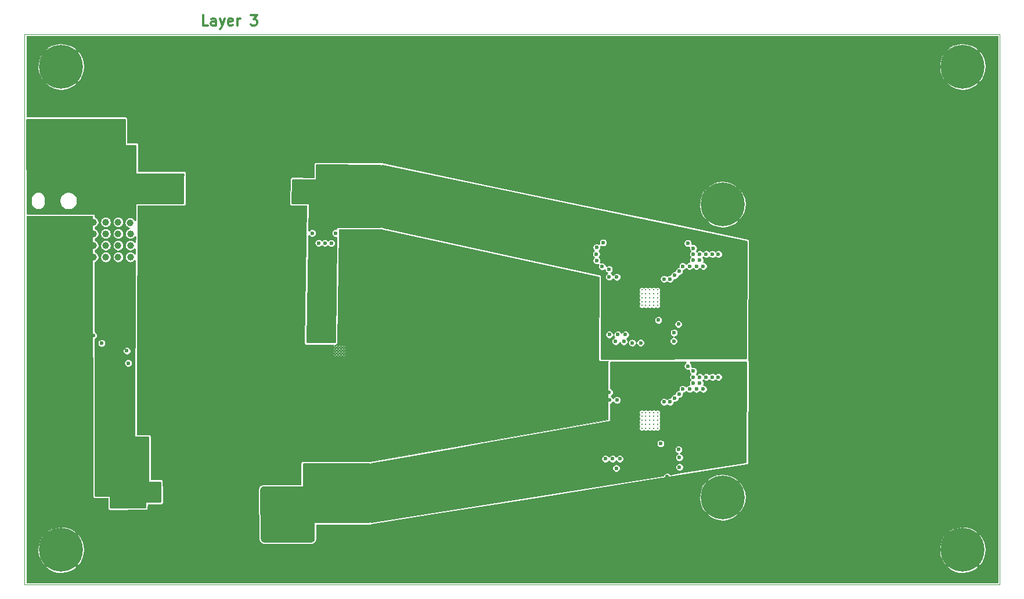
<source format=gbr>
G04 #@! TF.GenerationSoftware,KiCad,Pcbnew,(5.1.6)-1*
G04 #@! TF.CreationDate,2020-09-08T15:56:58+05:30*
G04 #@! TF.ProjectId,rj-2-4ghz-filter-amp,726a2d32-2d34-4676-987a-2d66696c7465,rev?*
G04 #@! TF.SameCoordinates,Original*
G04 #@! TF.FileFunction,Copper,L3,Inr*
G04 #@! TF.FilePolarity,Positive*
%FSLAX46Y46*%
G04 Gerber Fmt 4.6, Leading zero omitted, Abs format (unit mm)*
G04 Created by KiCad (PCBNEW (5.1.6)-1) date 2020-09-08 15:56:58*
%MOMM*%
%LPD*%
G01*
G04 APERTURE LIST*
G04 #@! TA.AperFunction,NonConductor*
%ADD10C,0.300000*%
G04 #@! TD*
G04 #@! TA.AperFunction,Profile*
%ADD11C,0.050000*%
G04 #@! TD*
G04 #@! TA.AperFunction,ViaPad*
%ADD12C,6.400000*%
G04 #@! TD*
G04 #@! TA.AperFunction,ViaPad*
%ADD13C,0.800000*%
G04 #@! TD*
G04 #@! TA.AperFunction,ViaPad*
%ADD14C,0.287500*%
G04 #@! TD*
G04 #@! TA.AperFunction,ViaPad*
%ADD15C,0.212500*%
G04 #@! TD*
G04 #@! TA.AperFunction,ViaPad*
%ADD16C,1.000000*%
G04 #@! TD*
G04 #@! TA.AperFunction,ViaPad*
%ADD17C,0.600000*%
G04 #@! TD*
G04 #@! TA.AperFunction,Conductor*
%ADD18C,0.254000*%
G04 #@! TD*
G04 #@! TA.AperFunction,Conductor*
%ADD19C,0.100000*%
G04 #@! TD*
G04 APERTURE END LIST*
D10*
X117941328Y-41991671D02*
X117227042Y-41991671D01*
X117227042Y-40491671D01*
X119084185Y-41991671D02*
X119084185Y-41205957D01*
X119012757Y-41063100D01*
X118869900Y-40991671D01*
X118584185Y-40991671D01*
X118441328Y-41063100D01*
X119084185Y-41920242D02*
X118941328Y-41991671D01*
X118584185Y-41991671D01*
X118441328Y-41920242D01*
X118369900Y-41777385D01*
X118369900Y-41634528D01*
X118441328Y-41491671D01*
X118584185Y-41420242D01*
X118941328Y-41420242D01*
X119084185Y-41348814D01*
X119655614Y-40991671D02*
X120012757Y-41991671D01*
X120369900Y-40991671D02*
X120012757Y-41991671D01*
X119869900Y-42348814D01*
X119798471Y-42420242D01*
X119655614Y-42491671D01*
X121512757Y-41920242D02*
X121369900Y-41991671D01*
X121084185Y-41991671D01*
X120941328Y-41920242D01*
X120869900Y-41777385D01*
X120869900Y-41205957D01*
X120941328Y-41063100D01*
X121084185Y-40991671D01*
X121369900Y-40991671D01*
X121512757Y-41063100D01*
X121584185Y-41205957D01*
X121584185Y-41348814D01*
X120869900Y-41491671D01*
X122227042Y-41991671D02*
X122227042Y-40991671D01*
X122227042Y-41277385D02*
X122298471Y-41134528D01*
X122369900Y-41063100D01*
X122512757Y-40991671D01*
X122655614Y-40991671D01*
X124155614Y-40491671D02*
X125084185Y-40491671D01*
X124584185Y-41063100D01*
X124798471Y-41063100D01*
X124941328Y-41134528D01*
X125012757Y-41205957D01*
X125084185Y-41348814D01*
X125084185Y-41705957D01*
X125012757Y-41848814D01*
X124941328Y-41920242D01*
X124798471Y-41991671D01*
X124369900Y-41991671D01*
X124227042Y-41920242D01*
X124155614Y-41848814D01*
D11*
X233400600Y-43286680D02*
X91183460Y-43286680D01*
X91183460Y-43286680D02*
X91183460Y-123548140D01*
X233400600Y-123548140D02*
X233400600Y-43286680D01*
X91183460Y-123548140D02*
X233400600Y-123548140D01*
D12*
X193000000Y-110825280D03*
D13*
X195400000Y-110825280D03*
X194697056Y-112522336D03*
X193000000Y-113225280D03*
X191302944Y-112522336D03*
X190600000Y-110825280D03*
X191302944Y-109128224D03*
X193000000Y-108425280D03*
X194697056Y-109128224D03*
D12*
X193000000Y-68084700D03*
D13*
X195400000Y-68084700D03*
X194697056Y-69781756D03*
X193000000Y-70484700D03*
X191302944Y-69781756D03*
X190600000Y-68084700D03*
X191302944Y-66387644D03*
X193000000Y-65684700D03*
X194697056Y-66387644D03*
X98197056Y-46302944D03*
X96500000Y-45600000D03*
X94802944Y-46302944D03*
X94100000Y-48000000D03*
X94802944Y-49697056D03*
X96500000Y-50400000D03*
X98197056Y-49697056D03*
X98900000Y-48000000D03*
D12*
X96500000Y-48000000D03*
D13*
X98197056Y-116802944D03*
X96500000Y-116100000D03*
X94802944Y-116802944D03*
X94100000Y-118500000D03*
X94802944Y-120197056D03*
X96500000Y-120900000D03*
X98197056Y-120197056D03*
X98900000Y-118500000D03*
D12*
X96500000Y-118500000D03*
X228000000Y-118500000D03*
D13*
X230400000Y-118500000D03*
X229697056Y-120197056D03*
X228000000Y-120900000D03*
X226302944Y-120197056D03*
X225600000Y-118500000D03*
X226302944Y-116802944D03*
X228000000Y-116100000D03*
X229697056Y-116802944D03*
D12*
X228000000Y-48000000D03*
D13*
X230400000Y-48000000D03*
X229697056Y-49697056D03*
X228000000Y-50400000D03*
X226302944Y-49697056D03*
X225600000Y-48000000D03*
X226302944Y-46302944D03*
X228000000Y-45600000D03*
X229697056Y-46302944D03*
D14*
X183508680Y-82838940D03*
X183508680Y-82263940D03*
X183508680Y-81688940D03*
X183508680Y-81113940D03*
X183508680Y-80538940D03*
X182933680Y-82838940D03*
X182933680Y-82263940D03*
X182933680Y-81688940D03*
X182933680Y-81113940D03*
X182933680Y-80538940D03*
X182358680Y-82838940D03*
X182358680Y-82263940D03*
X182358680Y-81688940D03*
X182358680Y-81113940D03*
X182358680Y-80538940D03*
X181783680Y-82838940D03*
X181783680Y-82263940D03*
X181783680Y-81688940D03*
X181783680Y-81113940D03*
X181783680Y-80538940D03*
X181208680Y-82838940D03*
X181208680Y-82263940D03*
X181208680Y-81688940D03*
X181208680Y-81113940D03*
X181208680Y-80538940D03*
X183508680Y-100740201D03*
X183508680Y-100165201D03*
X183508680Y-99590201D03*
X183508680Y-99015201D03*
X183508680Y-98440201D03*
X182933680Y-100740201D03*
X182933680Y-100165201D03*
X182933680Y-99590201D03*
X182933680Y-99015201D03*
X182933680Y-98440201D03*
X182358680Y-100740201D03*
X182358680Y-100165201D03*
X182358680Y-99590201D03*
X182358680Y-99015201D03*
X182358680Y-98440201D03*
X181783680Y-100740201D03*
X181783680Y-100165201D03*
X181783680Y-99590201D03*
X181783680Y-99015201D03*
X181783680Y-98440201D03*
X181208680Y-100740201D03*
X181208680Y-100165201D03*
X181208680Y-99590201D03*
X181208680Y-99015201D03*
X181208680Y-98440201D03*
D15*
X137732320Y-89985400D03*
X137732320Y-89560400D03*
X137732320Y-89135400D03*
X137732320Y-88710400D03*
X137307320Y-89985400D03*
X137307320Y-89560400D03*
X137307320Y-89135400D03*
X137307320Y-88710400D03*
X136882320Y-89985400D03*
X136882320Y-89560400D03*
X136882320Y-89135400D03*
X136882320Y-88710400D03*
X136457320Y-89985400D03*
X136457320Y-89560400D03*
X136457320Y-89135400D03*
X136457320Y-88710400D03*
D16*
X104180640Y-119522240D03*
X109260640Y-119522240D03*
X111800640Y-119522240D03*
X129580640Y-119522240D03*
X132120640Y-119522240D03*
X134660640Y-119522240D03*
X119420640Y-119522240D03*
X121960640Y-119522240D03*
X101640640Y-119522240D03*
X127040640Y-119522240D03*
X139740640Y-119522240D03*
X142280640Y-119522240D03*
X144820640Y-119522240D03*
X147360640Y-119522240D03*
X137200640Y-119522240D03*
X106720640Y-119522240D03*
X114340640Y-119522240D03*
X116880640Y-119522240D03*
X124500640Y-119522240D03*
X157520640Y-122062240D03*
X160060640Y-122062240D03*
X101640640Y-122062240D03*
X109260640Y-122062240D03*
X142280640Y-122062240D03*
X144820640Y-122062240D03*
X147360640Y-122062240D03*
X114340640Y-122062240D03*
X149900640Y-122062240D03*
X152440640Y-122062240D03*
X154980640Y-122062240D03*
X121960640Y-122062240D03*
X116880640Y-122062240D03*
X119420640Y-122062240D03*
X106720640Y-122062240D03*
X129580640Y-122062240D03*
X124500640Y-122062240D03*
X127040640Y-122062240D03*
X104180640Y-122062240D03*
X132120640Y-122062240D03*
X134660640Y-122062240D03*
X137200640Y-122062240D03*
X111800640Y-122062240D03*
X139740640Y-122062240D03*
X190540640Y-119522240D03*
X210860640Y-119522240D03*
X223560640Y-119522240D03*
X167680640Y-119522240D03*
X195620640Y-119522240D03*
X203240640Y-119522240D03*
X154980640Y-119522240D03*
X165140640Y-119522240D03*
X177840640Y-119522240D03*
X149900640Y-119522240D03*
X213400640Y-119522240D03*
X162600640Y-119522240D03*
X152440640Y-119522240D03*
X221020640Y-119522240D03*
X172760640Y-119522240D03*
X160060640Y-119522240D03*
X170220640Y-119522240D03*
X175300640Y-119522240D03*
X188000640Y-119522240D03*
X205780640Y-119522240D03*
X182920640Y-119522240D03*
X180380640Y-119522240D03*
X185460640Y-119522240D03*
X218480640Y-119522240D03*
X208320640Y-119522240D03*
X157520640Y-119522240D03*
X215940640Y-119522240D03*
X193080640Y-119522240D03*
X198160640Y-119522240D03*
X200700640Y-119522240D03*
X215940640Y-122062240D03*
X218480640Y-122062240D03*
X221020640Y-122062240D03*
X223560640Y-122062240D03*
X180380640Y-122062240D03*
X182920640Y-122062240D03*
X185460640Y-122062240D03*
X175300640Y-122062240D03*
X190540640Y-122062240D03*
X195620640Y-122062240D03*
X205780640Y-122062240D03*
X167680640Y-122062240D03*
X170220640Y-122062240D03*
X177840640Y-122062240D03*
X165140640Y-122062240D03*
X193080640Y-122062240D03*
X172760640Y-122062240D03*
X162600640Y-122062240D03*
X200700640Y-122062240D03*
X188000640Y-122062240D03*
X198160640Y-122062240D03*
X203240640Y-122062240D03*
X210860640Y-122062240D03*
X208320640Y-122062240D03*
X213400640Y-122062240D03*
D17*
X176441100Y-78666340D03*
X175422560Y-77162660D03*
X174622460Y-74353420D03*
X177556160Y-78676500D03*
X174622460Y-76278740D03*
X176420780Y-77551280D03*
X174571660Y-75331320D03*
X175562260Y-73665080D03*
X120325000Y-59315300D03*
X120325000Y-60315300D03*
X120325000Y-58315300D03*
X115525000Y-58315300D03*
X116725000Y-59315300D03*
X116725000Y-58315300D03*
X115525000Y-59315300D03*
X115525000Y-60315300D03*
X116725000Y-60315300D03*
X117975000Y-65315300D03*
X119175000Y-65315300D03*
X119175000Y-61315300D03*
X119175000Y-59315300D03*
X119175000Y-60315300D03*
X117975000Y-64315300D03*
X119175000Y-64315300D03*
X117975000Y-61315300D03*
X117975000Y-62315300D03*
X117975000Y-63315300D03*
X119175000Y-63315300D03*
X117975000Y-60315300D03*
X119175000Y-58315300D03*
X119175000Y-62315300D03*
X117975000Y-59315300D03*
X117975000Y-58315300D03*
X187166680Y-77100000D03*
X188166680Y-77100000D03*
X188691680Y-76250000D03*
X190166680Y-77100000D03*
X189166680Y-77100000D03*
X186016680Y-78425000D03*
X184441680Y-78975000D03*
X185316680Y-78975000D03*
X189666680Y-76250000D03*
X188716680Y-75350000D03*
X189666680Y-75350000D03*
X192366680Y-75350000D03*
X188716680Y-74475000D03*
X187916680Y-73750000D03*
X191491680Y-75350000D03*
X190591680Y-75350000D03*
X114683460Y-109640580D03*
X117240560Y-91678760D03*
X115255040Y-86360000D03*
X116255040Y-86360000D03*
X117255040Y-86360000D03*
X118255040Y-86360000D03*
X119255040Y-86360000D03*
X115255040Y-87360000D03*
X116255040Y-87360000D03*
X117255040Y-87360000D03*
X118255040Y-87360000D03*
X119255040Y-87360000D03*
X115255040Y-88360000D03*
X116255040Y-88360000D03*
X117255040Y-88360000D03*
X118255040Y-88360000D03*
X119255040Y-88360000D03*
X110908460Y-113465580D03*
X112208460Y-113465580D03*
X109508460Y-115990580D03*
X110008460Y-117190580D03*
X111308460Y-117165580D03*
X112658460Y-117165580D03*
X114008460Y-117165580D03*
X119733460Y-104490580D03*
X119733460Y-105590580D03*
X119708460Y-106715580D03*
X124908460Y-105540580D03*
X124908460Y-106740580D03*
X124883460Y-107990580D03*
X126233460Y-106890580D03*
X126133460Y-108115580D03*
X127083460Y-107590580D03*
X124908460Y-104390580D03*
X111708460Y-112490580D03*
X115883460Y-109640580D03*
X114683460Y-108640580D03*
X115883460Y-108640580D03*
X114683460Y-107640580D03*
X115883460Y-107640580D03*
X114683460Y-106640580D03*
X115883460Y-106640580D03*
X114683460Y-105640580D03*
X115883460Y-105640580D03*
X114683460Y-104640580D03*
X115883460Y-104640580D03*
X114683460Y-103640580D03*
X115883460Y-103640580D03*
X114683460Y-102640580D03*
X115883460Y-102640580D03*
D13*
X112200000Y-69165300D03*
X113975000Y-69165300D03*
X115825000Y-69165300D03*
X112200000Y-70765300D03*
X112200000Y-72365300D03*
X112200000Y-73965300D03*
X114125000Y-73040300D03*
X114100000Y-74215300D03*
X115625000Y-73040300D03*
X115625000Y-74215300D03*
X117125000Y-73040300D03*
X117150000Y-74190300D03*
X130400000Y-63115300D03*
X128850000Y-63140300D03*
X128500000Y-61740300D03*
X128475000Y-60290300D03*
X130050000Y-59615300D03*
X127000000Y-59590300D03*
X125150000Y-59590300D03*
X123350000Y-59590300D03*
X123275000Y-62490300D03*
X123300000Y-61015300D03*
D17*
X175891680Y-105200000D03*
X176941680Y-105200000D03*
X177991680Y-105200000D03*
X184441680Y-96900000D03*
X185316680Y-96900000D03*
X186016680Y-96350000D03*
X186641680Y-95775000D03*
X187166680Y-95025000D03*
X188166680Y-95025000D03*
X189166680Y-95025000D03*
X190166680Y-95025000D03*
X188691680Y-94175000D03*
X189666680Y-94175000D03*
X188716680Y-93275000D03*
X189666680Y-93275000D03*
X190591680Y-93275000D03*
X191491680Y-93275000D03*
X188716680Y-92400000D03*
X187916680Y-91675000D03*
X192366680Y-93275000D03*
X176471580Y-87083900D03*
X177690780Y-87083900D03*
X178808380Y-87083900D03*
X177385980Y-88074500D03*
X178592480Y-88099900D03*
X179811680Y-88290400D03*
X181030880Y-88277700D03*
X102420420Y-88325960D03*
X101208840Y-87198200D03*
X99936300Y-88348820D03*
D13*
X112488980Y-93774260D03*
X114150140Y-92356940D03*
X116288820Y-92379800D03*
X118633240Y-92445840D03*
D17*
X117240560Y-92494860D03*
D13*
X117325140Y-84919820D03*
D17*
X139801600Y-88442800D03*
X136555480Y-91650820D03*
X137530840Y-91658440D03*
X177591720Y-96624140D03*
X176476660Y-96613980D03*
X176456340Y-95498920D03*
X175458120Y-95110300D03*
X174658020Y-94226380D03*
X174607220Y-93278960D03*
X174658020Y-92301060D03*
X175597820Y-91612720D03*
X186641680Y-77850000D03*
X134068820Y-73731120D03*
X134990840Y-73731120D03*
X135915400Y-73753980D03*
X136537700Y-72278240D03*
X133144260Y-72278240D03*
D16*
X95816420Y-70675500D03*
X97616420Y-70675500D03*
X99416420Y-70675500D03*
X101216420Y-70675500D03*
X103016420Y-70675500D03*
X104816420Y-70675500D03*
X106565700Y-70772020D03*
X95445580Y-72405980D03*
X101216420Y-72375500D03*
X103016420Y-72375500D03*
X104816420Y-72375500D03*
X106616420Y-72375500D03*
X108315760Y-72572880D03*
X95445580Y-74105980D03*
X101216420Y-74075500D03*
X103016420Y-74075500D03*
X104816420Y-74075500D03*
X106616420Y-74075500D03*
X108416420Y-74075500D03*
X95816420Y-75775500D03*
X97616420Y-75775500D03*
X99416420Y-75775500D03*
X101216420Y-75775500D03*
X103016420Y-75775500D03*
X104816420Y-75775500D03*
X106616420Y-75775500D03*
X108416420Y-75775500D03*
X109694980Y-73398380D03*
X109758480Y-74940160D03*
X96740980Y-73225660D03*
D13*
X110434120Y-69159120D03*
D16*
X147025360Y-61163200D03*
X149565360Y-61163200D03*
X152105360Y-61163200D03*
X154645360Y-61163200D03*
X157185360Y-61163200D03*
X159725360Y-61163200D03*
X162265360Y-61163200D03*
X164805360Y-61163200D03*
X167345360Y-61163200D03*
X169885360Y-61163200D03*
X172425360Y-61163200D03*
X174965360Y-61163200D03*
X177505360Y-61163200D03*
X180045360Y-61163200D03*
D17*
X183949340Y-102971600D03*
X186575700Y-103845360D03*
X186669680Y-105006140D03*
X186697620Y-106415840D03*
X186410600Y-107850940D03*
X184894220Y-107823000D03*
X177479960Y-106580940D03*
X106293920Y-91241880D03*
X186550300Y-85559900D03*
X185900060Y-86812120D03*
X185859420Y-88036400D03*
X183614060Y-84963000D03*
D16*
X92671900Y-95587820D03*
X95211900Y-95587820D03*
X92671900Y-98127820D03*
X95211900Y-98127820D03*
X92671900Y-100667820D03*
X95211900Y-100667820D03*
X92613480Y-85371940D03*
X95153480Y-85371940D03*
X92613480Y-82831940D03*
X95153480Y-82831940D03*
X92613480Y-80291940D03*
X95153480Y-80291940D03*
X92613480Y-77751940D03*
X95153480Y-77751940D03*
X229108000Y-97048320D03*
X231648000Y-97048320D03*
X229108000Y-99588320D03*
X231648000Y-99588320D03*
X229108000Y-102128320D03*
X231648000Y-102128320D03*
X229108000Y-104668320D03*
X231648000Y-104668320D03*
X229108000Y-107208320D03*
X231648000Y-107208320D03*
X229108000Y-109748320D03*
X231648000Y-109748320D03*
X229108000Y-112288320D03*
X231648000Y-112288320D03*
X229229920Y-86405720D03*
X231769920Y-86405720D03*
X229229920Y-83865720D03*
X231769920Y-83865720D03*
X229229920Y-81325720D03*
X231769920Y-81325720D03*
X229229920Y-78785720D03*
X231769920Y-78785720D03*
X229229920Y-76245720D03*
X231769920Y-76245720D03*
X229229920Y-73705720D03*
X231769920Y-73705720D03*
X229229920Y-71165720D03*
X231769920Y-71165720D03*
X229229920Y-68625720D03*
X231769920Y-68625720D03*
X229229920Y-66085720D03*
X231769920Y-66085720D03*
X229229920Y-63545720D03*
X231769920Y-63545720D03*
X229229920Y-61005720D03*
X231769920Y-61005720D03*
X229229920Y-58465720D03*
X231769920Y-58465720D03*
X229229920Y-55925720D03*
X231769920Y-55925720D03*
X229229920Y-53385720D03*
X231769920Y-53385720D03*
X231769920Y-50845720D03*
D17*
X106090720Y-89448640D03*
D16*
X101092000Y-47261780D03*
X103632000Y-47261780D03*
X106172000Y-47261780D03*
X108712000Y-47261780D03*
X111252000Y-47261780D03*
X113792000Y-47261780D03*
X116332000Y-47261780D03*
X118872000Y-47261780D03*
X121412000Y-47261780D03*
X123952000Y-47261780D03*
X126492000Y-47261780D03*
X129032000Y-47261780D03*
X131572000Y-47261780D03*
X134112000Y-47261780D03*
X136652000Y-47261780D03*
X139192000Y-47261780D03*
X141732000Y-47261780D03*
X144272000Y-47261780D03*
X146812000Y-47261780D03*
X149352000Y-47261780D03*
X151892000Y-47261780D03*
X154432000Y-47261780D03*
X156972000Y-47261780D03*
X159512000Y-47261780D03*
X162052000Y-47261780D03*
X164592000Y-47261780D03*
X167132000Y-47261780D03*
X169672000Y-47261780D03*
X172212000Y-47261780D03*
X174752000Y-47261780D03*
X177292000Y-47261780D03*
X179832000Y-47261780D03*
X182372000Y-47261780D03*
X184912000Y-47261780D03*
X187452000Y-47261780D03*
X189992000Y-47261780D03*
X192532000Y-47261780D03*
X195072000Y-47261780D03*
X197612000Y-47261780D03*
X200152000Y-47261780D03*
X202692000Y-47261780D03*
X205232000Y-47261780D03*
X207772000Y-47261780D03*
X210312000Y-47261780D03*
X212852000Y-47261780D03*
X215392000Y-47261780D03*
X217932000Y-47261780D03*
X220472000Y-47261780D03*
X223012000Y-47261780D03*
X101092000Y-44721780D03*
X103632000Y-44721780D03*
X106172000Y-44721780D03*
X108712000Y-44721780D03*
X111252000Y-44721780D03*
X113792000Y-44721780D03*
X116332000Y-44721780D03*
X118872000Y-44721780D03*
X121412000Y-44721780D03*
X123952000Y-44721780D03*
X126492000Y-44721780D03*
X129032000Y-44721780D03*
X131572000Y-44721780D03*
X134112000Y-44721780D03*
X136652000Y-44721780D03*
X139192000Y-44721780D03*
X141732000Y-44721780D03*
X144272000Y-44721780D03*
X146812000Y-44721780D03*
X149352000Y-44721780D03*
X151892000Y-44721780D03*
X154432000Y-44721780D03*
X156972000Y-44721780D03*
X159512000Y-44721780D03*
X162052000Y-44721780D03*
X164592000Y-44721780D03*
X167132000Y-44721780D03*
X169672000Y-44721780D03*
X172212000Y-44721780D03*
X174752000Y-44721780D03*
X177292000Y-44721780D03*
X179832000Y-44721780D03*
X182372000Y-44721780D03*
X184912000Y-44721780D03*
X187452000Y-44721780D03*
X189992000Y-44721780D03*
X192532000Y-44721780D03*
X195072000Y-44721780D03*
X197612000Y-44721780D03*
X200152000Y-44721780D03*
X202692000Y-44721780D03*
X205232000Y-44721780D03*
X207772000Y-44721780D03*
X210312000Y-44721780D03*
X212852000Y-44721780D03*
X215392000Y-44721780D03*
X217932000Y-44721780D03*
X220472000Y-44721780D03*
X223012000Y-44721780D03*
X231648000Y-114828320D03*
X231556560Y-122085100D03*
X92760800Y-122077480D03*
X92923360Y-54117240D03*
X95194120Y-54109620D03*
X92948760Y-51676300D03*
X92583000Y-44625260D03*
X231731820Y-44691300D03*
X136725000Y-63365300D03*
X138525000Y-63365300D03*
D13*
X179091680Y-79350000D03*
X180191680Y-78675000D03*
X177991680Y-73850000D03*
X180991680Y-77750000D03*
X182491680Y-75150000D03*
X182491680Y-73850000D03*
X179491680Y-73850000D03*
X180991680Y-73850000D03*
X182491680Y-76450000D03*
X182491680Y-77750000D03*
X180991680Y-76450000D03*
X180991680Y-75150000D03*
X183991680Y-73850000D03*
X185491680Y-73850000D03*
D17*
X193566680Y-80450000D03*
X195066680Y-80450000D03*
X194341680Y-80050000D03*
X193566680Y-78650000D03*
X193566680Y-79550000D03*
X195066680Y-78650000D03*
X195066680Y-79550000D03*
X186441680Y-80475000D03*
X191791680Y-78600000D03*
X194341680Y-79100000D03*
X186441680Y-79575000D03*
X181066680Y-86900000D03*
X179841680Y-84775000D03*
X178666680Y-84650000D03*
X180066680Y-86900000D03*
X177616680Y-83075000D03*
X179166680Y-83900000D03*
X178191680Y-83900000D03*
X176541680Y-83075000D03*
X180091680Y-83900000D03*
D16*
X136750000Y-70565300D03*
X138550000Y-70565300D03*
X140350000Y-70565300D03*
X142150000Y-70565300D03*
X143950000Y-70565300D03*
X136750000Y-68765300D03*
X138550000Y-68765300D03*
X140350000Y-68765300D03*
X142150000Y-68765300D03*
X143950000Y-68765300D03*
X136750000Y-66965300D03*
X138550000Y-66965300D03*
X140350000Y-66965300D03*
X142150000Y-66965300D03*
X143950000Y-66965300D03*
X138550000Y-65165300D03*
X140350000Y-65165300D03*
X142150000Y-65165300D03*
X143950000Y-65165300D03*
X144050000Y-63315300D03*
X142575000Y-63315300D03*
X134950000Y-66965300D03*
X133150000Y-66965300D03*
X131350000Y-66965300D03*
X136750000Y-65165300D03*
X134950000Y-65165300D03*
X133125000Y-65490300D03*
X131325000Y-65490300D03*
D17*
X133100000Y-85500000D03*
X134200000Y-85500000D03*
X135300000Y-85500000D03*
X133100000Y-86600000D03*
X134200000Y-86600000D03*
X135300000Y-86600000D03*
X135300000Y-87700000D03*
D16*
X108083460Y-108140580D03*
X110208460Y-109290580D03*
X110208460Y-110865580D03*
X106483460Y-111715580D03*
X108083460Y-111715580D03*
X108083460Y-109915580D03*
X104683460Y-111340580D03*
X111225000Y-64265300D03*
X113200000Y-64265300D03*
X111175000Y-65765300D03*
X113150000Y-65765300D03*
X111125000Y-67290300D03*
X113100000Y-67290300D03*
X104758460Y-102815580D03*
X106558460Y-102815580D03*
X108358460Y-102815580D03*
X104758460Y-104615580D03*
X106558460Y-104615580D03*
X108358460Y-104615580D03*
X104758460Y-106415580D03*
X106558460Y-106415580D03*
X108358460Y-106415580D03*
X92417900Y-56426100D03*
X94217900Y-56426100D03*
X96017900Y-56426100D03*
X97817900Y-56426100D03*
X99617900Y-56426100D03*
X101417900Y-56426100D03*
X103217900Y-56426100D03*
X92417900Y-57926100D03*
X94217900Y-57926100D03*
X96017900Y-57926100D03*
X97817900Y-57926100D03*
X99617900Y-57926100D03*
X101417900Y-57926100D03*
X103217900Y-57926100D03*
X105017900Y-57926100D03*
X92417900Y-59426100D03*
X94217900Y-59426100D03*
X96017900Y-59426100D03*
X97817900Y-59426100D03*
X99617900Y-59426100D03*
X101417900Y-59426100D03*
X103217900Y-59426100D03*
X105017900Y-59426100D03*
X101447600Y-60972700D03*
X103247600Y-60972700D03*
X105047600Y-60972700D03*
X101447600Y-62472700D03*
X103247600Y-62472700D03*
X105047600Y-62472700D03*
X101447600Y-63972700D03*
X103247600Y-63972700D03*
X105047600Y-63972700D03*
X101447600Y-65472700D03*
X103247600Y-65472700D03*
X105047600Y-65472700D03*
X101447600Y-66972700D03*
X103247600Y-66972700D03*
X105047600Y-66972700D03*
X101447600Y-68472700D03*
X103247600Y-68472700D03*
X105047600Y-68472700D03*
X92710000Y-64985900D03*
X94602300Y-64985900D03*
X96481900Y-64985900D03*
X98285300Y-64985900D03*
X99860100Y-64960500D03*
X99809300Y-67513200D03*
X106413300Y-66306700D03*
X106438700Y-64706500D03*
X106400600Y-67830700D03*
D13*
X180991680Y-95650000D03*
D17*
X178766680Y-102750000D03*
D16*
X135058460Y-113765580D03*
X136858460Y-113765580D03*
X140558460Y-110190580D03*
X142508460Y-110190580D03*
X140508460Y-108415580D03*
X140508460Y-106615580D03*
X142858460Y-113715580D03*
X142858460Y-111915580D03*
X127508460Y-110215580D03*
X129308460Y-110215580D03*
X131108460Y-110215580D03*
X127383460Y-116515580D03*
X129183460Y-116515580D03*
X133308460Y-106615580D03*
X135108460Y-106615580D03*
X136908460Y-106615580D03*
X138708460Y-106615580D03*
X133308460Y-108415580D03*
X135108460Y-108415580D03*
X136908460Y-108415580D03*
X138708460Y-108415580D03*
X133308460Y-110215580D03*
X135108460Y-110215580D03*
X136908460Y-110215580D03*
X138708460Y-110215580D03*
X135108460Y-112015580D03*
X136908460Y-112015580D03*
D17*
X176641680Y-101175000D03*
X177716680Y-101175000D03*
X178291680Y-102000000D03*
X179266680Y-102000000D03*
X180191680Y-102000000D03*
X179966680Y-102900000D03*
X181386480Y-105029000D03*
D13*
X182491680Y-95650000D03*
X180991680Y-94350000D03*
X182491680Y-94350000D03*
X180991680Y-93050000D03*
X182491680Y-93050000D03*
X180991680Y-91750000D03*
X182491680Y-91750000D03*
X183991680Y-91750000D03*
X185491680Y-91750000D03*
X179491680Y-91750000D03*
X177991680Y-91750000D03*
X180191680Y-96575000D03*
X179091680Y-97250000D03*
D17*
X186466680Y-98375000D03*
X186466680Y-97475000D03*
X191791680Y-96500000D03*
X193566680Y-96550000D03*
X195066680Y-96550000D03*
X193566680Y-97450000D03*
X195066680Y-97450000D03*
X193566680Y-98350000D03*
X195066680Y-98350000D03*
X194341680Y-97000000D03*
X194341680Y-97950000D03*
D18*
G36*
X105785302Y-59369013D02*
G01*
X105787871Y-59393776D01*
X105795221Y-59417563D01*
X105807071Y-59439458D01*
X105822965Y-59458621D01*
X105842292Y-59474315D01*
X105864309Y-59485937D01*
X105888171Y-59493040D01*
X105912042Y-59495353D01*
X107357846Y-59498295D01*
X107332978Y-63514514D01*
X107335265Y-63539305D01*
X107342345Y-63563173D01*
X107353945Y-63585202D01*
X107369619Y-63604545D01*
X107388766Y-63620458D01*
X107410650Y-63632330D01*
X107434429Y-63639704D01*
X107459976Y-63642300D01*
X114316203Y-63642300D01*
X114310310Y-64113713D01*
X114310300Y-64115300D01*
X114310300Y-67913119D01*
X107432200Y-67903330D01*
X107407420Y-67905735D01*
X107383585Y-67912928D01*
X107361612Y-67924633D01*
X107342344Y-67940400D01*
X107326523Y-67959622D01*
X107314756Y-67981562D01*
X107307495Y-68005376D01*
X107305020Y-68029866D01*
X107296437Y-70377086D01*
X107208072Y-70244839D01*
X107092881Y-70129648D01*
X106957431Y-70039143D01*
X106806927Y-69976802D01*
X106647152Y-69945020D01*
X106484248Y-69945020D01*
X106324473Y-69976802D01*
X106173969Y-70039143D01*
X106038519Y-70129648D01*
X105923328Y-70244839D01*
X105832823Y-70380289D01*
X105770482Y-70530793D01*
X105738700Y-70690568D01*
X105738700Y-70853472D01*
X105770482Y-71013247D01*
X105832823Y-71163751D01*
X105923328Y-71299201D01*
X106038519Y-71414392D01*
X106173969Y-71504897D01*
X106324473Y-71567238D01*
X106382621Y-71578805D01*
X106375193Y-71580282D01*
X106224689Y-71642623D01*
X106089239Y-71733128D01*
X105974048Y-71848319D01*
X105883543Y-71983769D01*
X105821202Y-72134273D01*
X105789420Y-72294048D01*
X105789420Y-72456952D01*
X105821202Y-72616727D01*
X105883543Y-72767231D01*
X105974048Y-72902681D01*
X106089239Y-73017872D01*
X106224689Y-73108377D01*
X106375193Y-73170718D01*
X106534968Y-73202500D01*
X106697872Y-73202500D01*
X106857647Y-73170718D01*
X107008151Y-73108377D01*
X107143601Y-73017872D01*
X107258792Y-72902681D01*
X107287358Y-72859930D01*
X107284699Y-73587091D01*
X107258792Y-73548319D01*
X107143601Y-73433128D01*
X107008151Y-73342623D01*
X106857647Y-73280282D01*
X106697872Y-73248500D01*
X106534968Y-73248500D01*
X106375193Y-73280282D01*
X106224689Y-73342623D01*
X106089239Y-73433128D01*
X105974048Y-73548319D01*
X105883543Y-73683769D01*
X105821202Y-73834273D01*
X105789420Y-73994048D01*
X105789420Y-74156952D01*
X105821202Y-74316727D01*
X105883543Y-74467231D01*
X105974048Y-74602681D01*
X106089239Y-74717872D01*
X106224689Y-74808377D01*
X106375193Y-74870718D01*
X106534968Y-74902500D01*
X106697872Y-74902500D01*
X106857647Y-74870718D01*
X107008151Y-74808377D01*
X107143601Y-74717872D01*
X107258792Y-74602681D01*
X107281107Y-74569284D01*
X107278516Y-75277838D01*
X107258792Y-75248319D01*
X107143601Y-75133128D01*
X107008151Y-75042623D01*
X106857647Y-74980282D01*
X106697872Y-74948500D01*
X106534968Y-74948500D01*
X106375193Y-74980282D01*
X106224689Y-75042623D01*
X106089239Y-75133128D01*
X105974048Y-75248319D01*
X105883543Y-75383769D01*
X105821202Y-75534273D01*
X105789420Y-75694048D01*
X105789420Y-75856952D01*
X105821202Y-76016727D01*
X105883543Y-76167231D01*
X105974048Y-76302681D01*
X106089239Y-76417872D01*
X106224689Y-76508377D01*
X106375193Y-76570718D01*
X106534968Y-76602500D01*
X106697872Y-76602500D01*
X106857647Y-76570718D01*
X107008151Y-76508377D01*
X107143601Y-76417872D01*
X107258792Y-76302681D01*
X107274856Y-76278639D01*
X107181094Y-101919576D01*
X107183444Y-101944361D01*
X107190583Y-101968211D01*
X107202239Y-101990211D01*
X107217963Y-102009514D01*
X107237150Y-102025378D01*
X107259063Y-102037194D01*
X107282861Y-102044508D01*
X107308093Y-102047040D01*
X109207496Y-102047040D01*
X109217460Y-108488676D01*
X109219939Y-108513449D01*
X109227203Y-108537262D01*
X109238973Y-108559201D01*
X109254796Y-108578421D01*
X109274066Y-108594186D01*
X109296041Y-108605888D01*
X109319876Y-108613078D01*
X109345567Y-108615475D01*
X110972747Y-108601295D01*
X110982617Y-111445039D01*
X108913501Y-111444164D01*
X108888723Y-111446594D01*
X108864896Y-111453811D01*
X108842934Y-111465538D01*
X108823682Y-111481323D01*
X108807880Y-111500562D01*
X108796135Y-111522514D01*
X108788898Y-111546335D01*
X108786491Y-111567814D01*
X108767854Y-112274173D01*
X103701326Y-112283017D01*
X103710679Y-110683783D01*
X103708383Y-110658992D01*
X103701296Y-110635126D01*
X103689688Y-110613101D01*
X103674007Y-110593764D01*
X103654855Y-110577858D01*
X103632967Y-110565994D01*
X103609185Y-110558627D01*
X103583681Y-110556040D01*
X101510975Y-110556040D01*
X101482738Y-91180126D01*
X105666920Y-91180126D01*
X105666920Y-91303634D01*
X105691015Y-91424769D01*
X105738280Y-91538876D01*
X105806897Y-91641569D01*
X105894231Y-91728903D01*
X105996924Y-91797520D01*
X106111031Y-91844785D01*
X106232166Y-91868880D01*
X106355674Y-91868880D01*
X106476809Y-91844785D01*
X106590916Y-91797520D01*
X106693609Y-91728903D01*
X106780943Y-91641569D01*
X106849560Y-91538876D01*
X106896825Y-91424769D01*
X106920920Y-91303634D01*
X106920920Y-91180126D01*
X106896825Y-91058991D01*
X106849560Y-90944884D01*
X106780943Y-90842191D01*
X106693609Y-90754857D01*
X106590916Y-90686240D01*
X106476809Y-90638975D01*
X106355674Y-90614880D01*
X106232166Y-90614880D01*
X106111031Y-90638975D01*
X105996924Y-90686240D01*
X105894231Y-90754857D01*
X105806897Y-90842191D01*
X105738280Y-90944884D01*
X105691015Y-91058991D01*
X105666920Y-91180126D01*
X101482738Y-91180126D01*
X101480124Y-89386886D01*
X105463720Y-89386886D01*
X105463720Y-89510394D01*
X105487815Y-89631529D01*
X105535080Y-89745636D01*
X105603697Y-89848329D01*
X105691031Y-89935663D01*
X105793724Y-90004280D01*
X105907831Y-90051545D01*
X106028966Y-90075640D01*
X106152474Y-90075640D01*
X106273609Y-90051545D01*
X106387716Y-90004280D01*
X106490409Y-89935663D01*
X106577743Y-89848329D01*
X106646360Y-89745636D01*
X106693625Y-89631529D01*
X106717720Y-89510394D01*
X106717720Y-89386886D01*
X106693625Y-89265751D01*
X106646360Y-89151644D01*
X106577743Y-89048951D01*
X106490409Y-88961617D01*
X106387716Y-88893000D01*
X106273609Y-88845735D01*
X106152474Y-88821640D01*
X106028966Y-88821640D01*
X105907831Y-88845735D01*
X105793724Y-88893000D01*
X105691031Y-88961617D01*
X105603697Y-89048951D01*
X105535080Y-89151644D01*
X105487815Y-89265751D01*
X105463720Y-89386886D01*
X101480124Y-89386886D01*
X101478487Y-88264206D01*
X101793420Y-88264206D01*
X101793420Y-88387714D01*
X101817515Y-88508849D01*
X101864780Y-88622956D01*
X101933397Y-88725649D01*
X102020731Y-88812983D01*
X102123424Y-88881600D01*
X102237531Y-88928865D01*
X102358666Y-88952960D01*
X102482174Y-88952960D01*
X102603309Y-88928865D01*
X102717416Y-88881600D01*
X102820109Y-88812983D01*
X102907443Y-88725649D01*
X102976060Y-88622956D01*
X103023325Y-88508849D01*
X103047420Y-88387714D01*
X103047420Y-88264206D01*
X103023325Y-88143071D01*
X102976060Y-88028964D01*
X102907443Y-87926271D01*
X102820109Y-87838937D01*
X102717416Y-87770320D01*
X102603309Y-87723055D01*
X102482174Y-87698960D01*
X102358666Y-87698960D01*
X102237531Y-87723055D01*
X102123424Y-87770320D01*
X102020731Y-87838937D01*
X101933397Y-87926271D01*
X101864780Y-88028964D01*
X101817515Y-88143071D01*
X101793420Y-88264206D01*
X101478487Y-88264206D01*
X101477760Y-87765469D01*
X101505836Y-87753840D01*
X101608529Y-87685223D01*
X101695863Y-87597889D01*
X101764480Y-87495196D01*
X101811745Y-87381089D01*
X101835840Y-87259954D01*
X101835840Y-87136446D01*
X101811745Y-87015311D01*
X101764480Y-86901204D01*
X101695863Y-86798511D01*
X101608529Y-86711177D01*
X101505836Y-86642560D01*
X101476106Y-86630245D01*
X101461443Y-76569146D01*
X101608151Y-76508377D01*
X101743601Y-76417872D01*
X101858792Y-76302681D01*
X101949297Y-76167231D01*
X102011638Y-76016727D01*
X102043420Y-75856952D01*
X102043420Y-75694048D01*
X102189420Y-75694048D01*
X102189420Y-75856952D01*
X102221202Y-76016727D01*
X102283543Y-76167231D01*
X102374048Y-76302681D01*
X102489239Y-76417872D01*
X102624689Y-76508377D01*
X102775193Y-76570718D01*
X102934968Y-76602500D01*
X103097872Y-76602500D01*
X103257647Y-76570718D01*
X103408151Y-76508377D01*
X103543601Y-76417872D01*
X103658792Y-76302681D01*
X103749297Y-76167231D01*
X103811638Y-76016727D01*
X103843420Y-75856952D01*
X103843420Y-75694048D01*
X103989420Y-75694048D01*
X103989420Y-75856952D01*
X104021202Y-76016727D01*
X104083543Y-76167231D01*
X104174048Y-76302681D01*
X104289239Y-76417872D01*
X104424689Y-76508377D01*
X104575193Y-76570718D01*
X104734968Y-76602500D01*
X104897872Y-76602500D01*
X105057647Y-76570718D01*
X105208151Y-76508377D01*
X105343601Y-76417872D01*
X105458792Y-76302681D01*
X105549297Y-76167231D01*
X105611638Y-76016727D01*
X105643420Y-75856952D01*
X105643420Y-75694048D01*
X105611638Y-75534273D01*
X105549297Y-75383769D01*
X105458792Y-75248319D01*
X105343601Y-75133128D01*
X105208151Y-75042623D01*
X105057647Y-74980282D01*
X104897872Y-74948500D01*
X104734968Y-74948500D01*
X104575193Y-74980282D01*
X104424689Y-75042623D01*
X104289239Y-75133128D01*
X104174048Y-75248319D01*
X104083543Y-75383769D01*
X104021202Y-75534273D01*
X103989420Y-75694048D01*
X103843420Y-75694048D01*
X103811638Y-75534273D01*
X103749297Y-75383769D01*
X103658792Y-75248319D01*
X103543601Y-75133128D01*
X103408151Y-75042623D01*
X103257647Y-74980282D01*
X103097872Y-74948500D01*
X102934968Y-74948500D01*
X102775193Y-74980282D01*
X102624689Y-75042623D01*
X102489239Y-75133128D01*
X102374048Y-75248319D01*
X102283543Y-75383769D01*
X102221202Y-75534273D01*
X102189420Y-75694048D01*
X102043420Y-75694048D01*
X102011638Y-75534273D01*
X101949297Y-75383769D01*
X101858792Y-75248319D01*
X101743601Y-75133128D01*
X101608151Y-75042623D01*
X101459128Y-74980896D01*
X101458967Y-74870171D01*
X101608151Y-74808377D01*
X101743601Y-74717872D01*
X101858792Y-74602681D01*
X101949297Y-74467231D01*
X102011638Y-74316727D01*
X102043420Y-74156952D01*
X102043420Y-73994048D01*
X102189420Y-73994048D01*
X102189420Y-74156952D01*
X102221202Y-74316727D01*
X102283543Y-74467231D01*
X102374048Y-74602681D01*
X102489239Y-74717872D01*
X102624689Y-74808377D01*
X102775193Y-74870718D01*
X102934968Y-74902500D01*
X103097872Y-74902500D01*
X103257647Y-74870718D01*
X103408151Y-74808377D01*
X103543601Y-74717872D01*
X103658792Y-74602681D01*
X103749297Y-74467231D01*
X103811638Y-74316727D01*
X103843420Y-74156952D01*
X103843420Y-73994048D01*
X103989420Y-73994048D01*
X103989420Y-74156952D01*
X104021202Y-74316727D01*
X104083543Y-74467231D01*
X104174048Y-74602681D01*
X104289239Y-74717872D01*
X104424689Y-74808377D01*
X104575193Y-74870718D01*
X104734968Y-74902500D01*
X104897872Y-74902500D01*
X105057647Y-74870718D01*
X105208151Y-74808377D01*
X105343601Y-74717872D01*
X105458792Y-74602681D01*
X105549297Y-74467231D01*
X105611638Y-74316727D01*
X105643420Y-74156952D01*
X105643420Y-73994048D01*
X105611638Y-73834273D01*
X105549297Y-73683769D01*
X105458792Y-73548319D01*
X105343601Y-73433128D01*
X105208151Y-73342623D01*
X105057647Y-73280282D01*
X104897872Y-73248500D01*
X104734968Y-73248500D01*
X104575193Y-73280282D01*
X104424689Y-73342623D01*
X104289239Y-73433128D01*
X104174048Y-73548319D01*
X104083543Y-73683769D01*
X104021202Y-73834273D01*
X103989420Y-73994048D01*
X103843420Y-73994048D01*
X103811638Y-73834273D01*
X103749297Y-73683769D01*
X103658792Y-73548319D01*
X103543601Y-73433128D01*
X103408151Y-73342623D01*
X103257647Y-73280282D01*
X103097872Y-73248500D01*
X102934968Y-73248500D01*
X102775193Y-73280282D01*
X102624689Y-73342623D01*
X102489239Y-73433128D01*
X102374048Y-73548319D01*
X102283543Y-73683769D01*
X102221202Y-73834273D01*
X102189420Y-73994048D01*
X102043420Y-73994048D01*
X102011638Y-73834273D01*
X101949297Y-73683769D01*
X101858792Y-73548319D01*
X101743601Y-73433128D01*
X101608151Y-73342623D01*
X101457647Y-73280282D01*
X101456649Y-73280084D01*
X101456490Y-73170948D01*
X101457647Y-73170718D01*
X101608151Y-73108377D01*
X101743601Y-73017872D01*
X101858792Y-72902681D01*
X101949297Y-72767231D01*
X102011638Y-72616727D01*
X102043420Y-72456952D01*
X102043420Y-72294048D01*
X102189420Y-72294048D01*
X102189420Y-72456952D01*
X102221202Y-72616727D01*
X102283543Y-72767231D01*
X102374048Y-72902681D01*
X102489239Y-73017872D01*
X102624689Y-73108377D01*
X102775193Y-73170718D01*
X102934968Y-73202500D01*
X103097872Y-73202500D01*
X103257647Y-73170718D01*
X103408151Y-73108377D01*
X103543601Y-73017872D01*
X103658792Y-72902681D01*
X103749297Y-72767231D01*
X103811638Y-72616727D01*
X103843420Y-72456952D01*
X103843420Y-72294048D01*
X103989420Y-72294048D01*
X103989420Y-72456952D01*
X104021202Y-72616727D01*
X104083543Y-72767231D01*
X104174048Y-72902681D01*
X104289239Y-73017872D01*
X104424689Y-73108377D01*
X104575193Y-73170718D01*
X104734968Y-73202500D01*
X104897872Y-73202500D01*
X105057647Y-73170718D01*
X105208151Y-73108377D01*
X105343601Y-73017872D01*
X105458792Y-72902681D01*
X105549297Y-72767231D01*
X105611638Y-72616727D01*
X105643420Y-72456952D01*
X105643420Y-72294048D01*
X105611638Y-72134273D01*
X105549297Y-71983769D01*
X105458792Y-71848319D01*
X105343601Y-71733128D01*
X105208151Y-71642623D01*
X105057647Y-71580282D01*
X104897872Y-71548500D01*
X104734968Y-71548500D01*
X104575193Y-71580282D01*
X104424689Y-71642623D01*
X104289239Y-71733128D01*
X104174048Y-71848319D01*
X104083543Y-71983769D01*
X104021202Y-72134273D01*
X103989420Y-72294048D01*
X103843420Y-72294048D01*
X103811638Y-72134273D01*
X103749297Y-71983769D01*
X103658792Y-71848319D01*
X103543601Y-71733128D01*
X103408151Y-71642623D01*
X103257647Y-71580282D01*
X103097872Y-71548500D01*
X102934968Y-71548500D01*
X102775193Y-71580282D01*
X102624689Y-71642623D01*
X102489239Y-71733128D01*
X102374048Y-71848319D01*
X102283543Y-71983769D01*
X102221202Y-72134273D01*
X102189420Y-72294048D01*
X102043420Y-72294048D01*
X102011638Y-72134273D01*
X101949297Y-71983769D01*
X101858792Y-71848319D01*
X101743601Y-71733128D01*
X101608151Y-71642623D01*
X101457647Y-71580282D01*
X101454171Y-71579591D01*
X101454013Y-71471441D01*
X101457647Y-71470718D01*
X101608151Y-71408377D01*
X101743601Y-71317872D01*
X101858792Y-71202681D01*
X101949297Y-71067231D01*
X102011638Y-70916727D01*
X102043420Y-70756952D01*
X102043420Y-70594048D01*
X102189420Y-70594048D01*
X102189420Y-70756952D01*
X102221202Y-70916727D01*
X102283543Y-71067231D01*
X102374048Y-71202681D01*
X102489239Y-71317872D01*
X102624689Y-71408377D01*
X102775193Y-71470718D01*
X102934968Y-71502500D01*
X103097872Y-71502500D01*
X103257647Y-71470718D01*
X103408151Y-71408377D01*
X103543601Y-71317872D01*
X103658792Y-71202681D01*
X103749297Y-71067231D01*
X103811638Y-70916727D01*
X103843420Y-70756952D01*
X103843420Y-70594048D01*
X103989420Y-70594048D01*
X103989420Y-70756952D01*
X104021202Y-70916727D01*
X104083543Y-71067231D01*
X104174048Y-71202681D01*
X104289239Y-71317872D01*
X104424689Y-71408377D01*
X104575193Y-71470718D01*
X104734968Y-71502500D01*
X104897872Y-71502500D01*
X105057647Y-71470718D01*
X105208151Y-71408377D01*
X105343601Y-71317872D01*
X105458792Y-71202681D01*
X105549297Y-71067231D01*
X105611638Y-70916727D01*
X105643420Y-70756952D01*
X105643420Y-70594048D01*
X105611638Y-70434273D01*
X105549297Y-70283769D01*
X105458792Y-70148319D01*
X105343601Y-70033128D01*
X105208151Y-69942623D01*
X105057647Y-69880282D01*
X104897872Y-69848500D01*
X104734968Y-69848500D01*
X104575193Y-69880282D01*
X104424689Y-69942623D01*
X104289239Y-70033128D01*
X104174048Y-70148319D01*
X104083543Y-70283769D01*
X104021202Y-70434273D01*
X103989420Y-70594048D01*
X103843420Y-70594048D01*
X103811638Y-70434273D01*
X103749297Y-70283769D01*
X103658792Y-70148319D01*
X103543601Y-70033128D01*
X103408151Y-69942623D01*
X103257647Y-69880282D01*
X103097872Y-69848500D01*
X102934968Y-69848500D01*
X102775193Y-69880282D01*
X102624689Y-69942623D01*
X102489239Y-70033128D01*
X102374048Y-70148319D01*
X102283543Y-70283769D01*
X102221202Y-70434273D01*
X102189420Y-70594048D01*
X102043420Y-70594048D01*
X102011638Y-70434273D01*
X101949297Y-70283769D01*
X101858792Y-70148319D01*
X101743601Y-70033128D01*
X101608151Y-69942623D01*
X101457647Y-69880282D01*
X101451693Y-69879098D01*
X101451202Y-69542310D01*
X101448725Y-69517537D01*
X101441464Y-69493723D01*
X101429696Y-69471784D01*
X101413874Y-69452562D01*
X101394605Y-69436796D01*
X101372632Y-69425092D01*
X101348797Y-69417899D01*
X101324001Y-69415495D01*
X97994733Y-69420777D01*
X97980837Y-69416321D01*
X97954008Y-69413475D01*
X91591732Y-69418108D01*
X91580309Y-67248392D01*
X92085800Y-67248392D01*
X92085800Y-67854209D01*
X92101383Y-68012429D01*
X92162967Y-68215444D01*
X92262975Y-68402544D01*
X92397562Y-68566539D01*
X92561557Y-68701126D01*
X92748657Y-68801133D01*
X92951672Y-68862717D01*
X93162800Y-68883511D01*
X93373929Y-68862717D01*
X93576944Y-68801133D01*
X93764044Y-68701126D01*
X93928039Y-68566539D01*
X94062626Y-68402544D01*
X94162633Y-68215443D01*
X94224217Y-68012428D01*
X94239800Y-67854208D01*
X94239800Y-67420602D01*
X96235800Y-67420602D01*
X96235800Y-67681998D01*
X96286796Y-67938372D01*
X96386828Y-68179870D01*
X96532052Y-68397213D01*
X96716887Y-68582048D01*
X96934230Y-68727272D01*
X97175728Y-68827304D01*
X97432102Y-68878300D01*
X97693498Y-68878300D01*
X97949872Y-68827304D01*
X98191370Y-68727272D01*
X98408713Y-68582048D01*
X98593548Y-68397213D01*
X98738772Y-68179870D01*
X98838804Y-67938372D01*
X98889800Y-67681998D01*
X98889800Y-67420602D01*
X98838804Y-67164228D01*
X98738772Y-66922730D01*
X98593548Y-66705387D01*
X98408713Y-66520552D01*
X98191370Y-66375328D01*
X97949872Y-66275296D01*
X97693498Y-66224300D01*
X97432102Y-66224300D01*
X97175728Y-66275296D01*
X96934230Y-66375328D01*
X96716887Y-66520552D01*
X96532052Y-66705387D01*
X96386828Y-66922730D01*
X96286796Y-67164228D01*
X96235800Y-67420602D01*
X94239800Y-67420602D01*
X94239800Y-67248391D01*
X94224217Y-67090171D01*
X94162633Y-66887156D01*
X94062626Y-66700056D01*
X93928039Y-66536061D01*
X93764044Y-66401474D01*
X93576943Y-66301467D01*
X93373928Y-66239883D01*
X93162800Y-66219089D01*
X92951671Y-66239883D01*
X92748656Y-66301467D01*
X92561556Y-66401474D01*
X92397561Y-66536061D01*
X92262974Y-66700056D01*
X92162967Y-66887157D01*
X92101383Y-67090172D01*
X92085800Y-67248392D01*
X91580309Y-67248392D01*
X91535460Y-58729734D01*
X91535460Y-55711557D01*
X105766259Y-55702282D01*
X105785302Y-59369013D01*
G37*
X105785302Y-59369013D02*
X105787871Y-59393776D01*
X105795221Y-59417563D01*
X105807071Y-59439458D01*
X105822965Y-59458621D01*
X105842292Y-59474315D01*
X105864309Y-59485937D01*
X105888171Y-59493040D01*
X105912042Y-59495353D01*
X107357846Y-59498295D01*
X107332978Y-63514514D01*
X107335265Y-63539305D01*
X107342345Y-63563173D01*
X107353945Y-63585202D01*
X107369619Y-63604545D01*
X107388766Y-63620458D01*
X107410650Y-63632330D01*
X107434429Y-63639704D01*
X107459976Y-63642300D01*
X114316203Y-63642300D01*
X114310310Y-64113713D01*
X114310300Y-64115300D01*
X114310300Y-67913119D01*
X107432200Y-67903330D01*
X107407420Y-67905735D01*
X107383585Y-67912928D01*
X107361612Y-67924633D01*
X107342344Y-67940400D01*
X107326523Y-67959622D01*
X107314756Y-67981562D01*
X107307495Y-68005376D01*
X107305020Y-68029866D01*
X107296437Y-70377086D01*
X107208072Y-70244839D01*
X107092881Y-70129648D01*
X106957431Y-70039143D01*
X106806927Y-69976802D01*
X106647152Y-69945020D01*
X106484248Y-69945020D01*
X106324473Y-69976802D01*
X106173969Y-70039143D01*
X106038519Y-70129648D01*
X105923328Y-70244839D01*
X105832823Y-70380289D01*
X105770482Y-70530793D01*
X105738700Y-70690568D01*
X105738700Y-70853472D01*
X105770482Y-71013247D01*
X105832823Y-71163751D01*
X105923328Y-71299201D01*
X106038519Y-71414392D01*
X106173969Y-71504897D01*
X106324473Y-71567238D01*
X106382621Y-71578805D01*
X106375193Y-71580282D01*
X106224689Y-71642623D01*
X106089239Y-71733128D01*
X105974048Y-71848319D01*
X105883543Y-71983769D01*
X105821202Y-72134273D01*
X105789420Y-72294048D01*
X105789420Y-72456952D01*
X105821202Y-72616727D01*
X105883543Y-72767231D01*
X105974048Y-72902681D01*
X106089239Y-73017872D01*
X106224689Y-73108377D01*
X106375193Y-73170718D01*
X106534968Y-73202500D01*
X106697872Y-73202500D01*
X106857647Y-73170718D01*
X107008151Y-73108377D01*
X107143601Y-73017872D01*
X107258792Y-72902681D01*
X107287358Y-72859930D01*
X107284699Y-73587091D01*
X107258792Y-73548319D01*
X107143601Y-73433128D01*
X107008151Y-73342623D01*
X106857647Y-73280282D01*
X106697872Y-73248500D01*
X106534968Y-73248500D01*
X106375193Y-73280282D01*
X106224689Y-73342623D01*
X106089239Y-73433128D01*
X105974048Y-73548319D01*
X105883543Y-73683769D01*
X105821202Y-73834273D01*
X105789420Y-73994048D01*
X105789420Y-74156952D01*
X105821202Y-74316727D01*
X105883543Y-74467231D01*
X105974048Y-74602681D01*
X106089239Y-74717872D01*
X106224689Y-74808377D01*
X106375193Y-74870718D01*
X106534968Y-74902500D01*
X106697872Y-74902500D01*
X106857647Y-74870718D01*
X107008151Y-74808377D01*
X107143601Y-74717872D01*
X107258792Y-74602681D01*
X107281107Y-74569284D01*
X107278516Y-75277838D01*
X107258792Y-75248319D01*
X107143601Y-75133128D01*
X107008151Y-75042623D01*
X106857647Y-74980282D01*
X106697872Y-74948500D01*
X106534968Y-74948500D01*
X106375193Y-74980282D01*
X106224689Y-75042623D01*
X106089239Y-75133128D01*
X105974048Y-75248319D01*
X105883543Y-75383769D01*
X105821202Y-75534273D01*
X105789420Y-75694048D01*
X105789420Y-75856952D01*
X105821202Y-76016727D01*
X105883543Y-76167231D01*
X105974048Y-76302681D01*
X106089239Y-76417872D01*
X106224689Y-76508377D01*
X106375193Y-76570718D01*
X106534968Y-76602500D01*
X106697872Y-76602500D01*
X106857647Y-76570718D01*
X107008151Y-76508377D01*
X107143601Y-76417872D01*
X107258792Y-76302681D01*
X107274856Y-76278639D01*
X107181094Y-101919576D01*
X107183444Y-101944361D01*
X107190583Y-101968211D01*
X107202239Y-101990211D01*
X107217963Y-102009514D01*
X107237150Y-102025378D01*
X107259063Y-102037194D01*
X107282861Y-102044508D01*
X107308093Y-102047040D01*
X109207496Y-102047040D01*
X109217460Y-108488676D01*
X109219939Y-108513449D01*
X109227203Y-108537262D01*
X109238973Y-108559201D01*
X109254796Y-108578421D01*
X109274066Y-108594186D01*
X109296041Y-108605888D01*
X109319876Y-108613078D01*
X109345567Y-108615475D01*
X110972747Y-108601295D01*
X110982617Y-111445039D01*
X108913501Y-111444164D01*
X108888723Y-111446594D01*
X108864896Y-111453811D01*
X108842934Y-111465538D01*
X108823682Y-111481323D01*
X108807880Y-111500562D01*
X108796135Y-111522514D01*
X108788898Y-111546335D01*
X108786491Y-111567814D01*
X108767854Y-112274173D01*
X103701326Y-112283017D01*
X103710679Y-110683783D01*
X103708383Y-110658992D01*
X103701296Y-110635126D01*
X103689688Y-110613101D01*
X103674007Y-110593764D01*
X103654855Y-110577858D01*
X103632967Y-110565994D01*
X103609185Y-110558627D01*
X103583681Y-110556040D01*
X101510975Y-110556040D01*
X101482738Y-91180126D01*
X105666920Y-91180126D01*
X105666920Y-91303634D01*
X105691015Y-91424769D01*
X105738280Y-91538876D01*
X105806897Y-91641569D01*
X105894231Y-91728903D01*
X105996924Y-91797520D01*
X106111031Y-91844785D01*
X106232166Y-91868880D01*
X106355674Y-91868880D01*
X106476809Y-91844785D01*
X106590916Y-91797520D01*
X106693609Y-91728903D01*
X106780943Y-91641569D01*
X106849560Y-91538876D01*
X106896825Y-91424769D01*
X106920920Y-91303634D01*
X106920920Y-91180126D01*
X106896825Y-91058991D01*
X106849560Y-90944884D01*
X106780943Y-90842191D01*
X106693609Y-90754857D01*
X106590916Y-90686240D01*
X106476809Y-90638975D01*
X106355674Y-90614880D01*
X106232166Y-90614880D01*
X106111031Y-90638975D01*
X105996924Y-90686240D01*
X105894231Y-90754857D01*
X105806897Y-90842191D01*
X105738280Y-90944884D01*
X105691015Y-91058991D01*
X105666920Y-91180126D01*
X101482738Y-91180126D01*
X101480124Y-89386886D01*
X105463720Y-89386886D01*
X105463720Y-89510394D01*
X105487815Y-89631529D01*
X105535080Y-89745636D01*
X105603697Y-89848329D01*
X105691031Y-89935663D01*
X105793724Y-90004280D01*
X105907831Y-90051545D01*
X106028966Y-90075640D01*
X106152474Y-90075640D01*
X106273609Y-90051545D01*
X106387716Y-90004280D01*
X106490409Y-89935663D01*
X106577743Y-89848329D01*
X106646360Y-89745636D01*
X106693625Y-89631529D01*
X106717720Y-89510394D01*
X106717720Y-89386886D01*
X106693625Y-89265751D01*
X106646360Y-89151644D01*
X106577743Y-89048951D01*
X106490409Y-88961617D01*
X106387716Y-88893000D01*
X106273609Y-88845735D01*
X106152474Y-88821640D01*
X106028966Y-88821640D01*
X105907831Y-88845735D01*
X105793724Y-88893000D01*
X105691031Y-88961617D01*
X105603697Y-89048951D01*
X105535080Y-89151644D01*
X105487815Y-89265751D01*
X105463720Y-89386886D01*
X101480124Y-89386886D01*
X101478487Y-88264206D01*
X101793420Y-88264206D01*
X101793420Y-88387714D01*
X101817515Y-88508849D01*
X101864780Y-88622956D01*
X101933397Y-88725649D01*
X102020731Y-88812983D01*
X102123424Y-88881600D01*
X102237531Y-88928865D01*
X102358666Y-88952960D01*
X102482174Y-88952960D01*
X102603309Y-88928865D01*
X102717416Y-88881600D01*
X102820109Y-88812983D01*
X102907443Y-88725649D01*
X102976060Y-88622956D01*
X103023325Y-88508849D01*
X103047420Y-88387714D01*
X103047420Y-88264206D01*
X103023325Y-88143071D01*
X102976060Y-88028964D01*
X102907443Y-87926271D01*
X102820109Y-87838937D01*
X102717416Y-87770320D01*
X102603309Y-87723055D01*
X102482174Y-87698960D01*
X102358666Y-87698960D01*
X102237531Y-87723055D01*
X102123424Y-87770320D01*
X102020731Y-87838937D01*
X101933397Y-87926271D01*
X101864780Y-88028964D01*
X101817515Y-88143071D01*
X101793420Y-88264206D01*
X101478487Y-88264206D01*
X101477760Y-87765469D01*
X101505836Y-87753840D01*
X101608529Y-87685223D01*
X101695863Y-87597889D01*
X101764480Y-87495196D01*
X101811745Y-87381089D01*
X101835840Y-87259954D01*
X101835840Y-87136446D01*
X101811745Y-87015311D01*
X101764480Y-86901204D01*
X101695863Y-86798511D01*
X101608529Y-86711177D01*
X101505836Y-86642560D01*
X101476106Y-86630245D01*
X101461443Y-76569146D01*
X101608151Y-76508377D01*
X101743601Y-76417872D01*
X101858792Y-76302681D01*
X101949297Y-76167231D01*
X102011638Y-76016727D01*
X102043420Y-75856952D01*
X102043420Y-75694048D01*
X102189420Y-75694048D01*
X102189420Y-75856952D01*
X102221202Y-76016727D01*
X102283543Y-76167231D01*
X102374048Y-76302681D01*
X102489239Y-76417872D01*
X102624689Y-76508377D01*
X102775193Y-76570718D01*
X102934968Y-76602500D01*
X103097872Y-76602500D01*
X103257647Y-76570718D01*
X103408151Y-76508377D01*
X103543601Y-76417872D01*
X103658792Y-76302681D01*
X103749297Y-76167231D01*
X103811638Y-76016727D01*
X103843420Y-75856952D01*
X103843420Y-75694048D01*
X103989420Y-75694048D01*
X103989420Y-75856952D01*
X104021202Y-76016727D01*
X104083543Y-76167231D01*
X104174048Y-76302681D01*
X104289239Y-76417872D01*
X104424689Y-76508377D01*
X104575193Y-76570718D01*
X104734968Y-76602500D01*
X104897872Y-76602500D01*
X105057647Y-76570718D01*
X105208151Y-76508377D01*
X105343601Y-76417872D01*
X105458792Y-76302681D01*
X105549297Y-76167231D01*
X105611638Y-76016727D01*
X105643420Y-75856952D01*
X105643420Y-75694048D01*
X105611638Y-75534273D01*
X105549297Y-75383769D01*
X105458792Y-75248319D01*
X105343601Y-75133128D01*
X105208151Y-75042623D01*
X105057647Y-74980282D01*
X104897872Y-74948500D01*
X104734968Y-74948500D01*
X104575193Y-74980282D01*
X104424689Y-75042623D01*
X104289239Y-75133128D01*
X104174048Y-75248319D01*
X104083543Y-75383769D01*
X104021202Y-75534273D01*
X103989420Y-75694048D01*
X103843420Y-75694048D01*
X103811638Y-75534273D01*
X103749297Y-75383769D01*
X103658792Y-75248319D01*
X103543601Y-75133128D01*
X103408151Y-75042623D01*
X103257647Y-74980282D01*
X103097872Y-74948500D01*
X102934968Y-74948500D01*
X102775193Y-74980282D01*
X102624689Y-75042623D01*
X102489239Y-75133128D01*
X102374048Y-75248319D01*
X102283543Y-75383769D01*
X102221202Y-75534273D01*
X102189420Y-75694048D01*
X102043420Y-75694048D01*
X102011638Y-75534273D01*
X101949297Y-75383769D01*
X101858792Y-75248319D01*
X101743601Y-75133128D01*
X101608151Y-75042623D01*
X101459128Y-74980896D01*
X101458967Y-74870171D01*
X101608151Y-74808377D01*
X101743601Y-74717872D01*
X101858792Y-74602681D01*
X101949297Y-74467231D01*
X102011638Y-74316727D01*
X102043420Y-74156952D01*
X102043420Y-73994048D01*
X102189420Y-73994048D01*
X102189420Y-74156952D01*
X102221202Y-74316727D01*
X102283543Y-74467231D01*
X102374048Y-74602681D01*
X102489239Y-74717872D01*
X102624689Y-74808377D01*
X102775193Y-74870718D01*
X102934968Y-74902500D01*
X103097872Y-74902500D01*
X103257647Y-74870718D01*
X103408151Y-74808377D01*
X103543601Y-74717872D01*
X103658792Y-74602681D01*
X103749297Y-74467231D01*
X103811638Y-74316727D01*
X103843420Y-74156952D01*
X103843420Y-73994048D01*
X103989420Y-73994048D01*
X103989420Y-74156952D01*
X104021202Y-74316727D01*
X104083543Y-74467231D01*
X104174048Y-74602681D01*
X104289239Y-74717872D01*
X104424689Y-74808377D01*
X104575193Y-74870718D01*
X104734968Y-74902500D01*
X104897872Y-74902500D01*
X105057647Y-74870718D01*
X105208151Y-74808377D01*
X105343601Y-74717872D01*
X105458792Y-74602681D01*
X105549297Y-74467231D01*
X105611638Y-74316727D01*
X105643420Y-74156952D01*
X105643420Y-73994048D01*
X105611638Y-73834273D01*
X105549297Y-73683769D01*
X105458792Y-73548319D01*
X105343601Y-73433128D01*
X105208151Y-73342623D01*
X105057647Y-73280282D01*
X104897872Y-73248500D01*
X104734968Y-73248500D01*
X104575193Y-73280282D01*
X104424689Y-73342623D01*
X104289239Y-73433128D01*
X104174048Y-73548319D01*
X104083543Y-73683769D01*
X104021202Y-73834273D01*
X103989420Y-73994048D01*
X103843420Y-73994048D01*
X103811638Y-73834273D01*
X103749297Y-73683769D01*
X103658792Y-73548319D01*
X103543601Y-73433128D01*
X103408151Y-73342623D01*
X103257647Y-73280282D01*
X103097872Y-73248500D01*
X102934968Y-73248500D01*
X102775193Y-73280282D01*
X102624689Y-73342623D01*
X102489239Y-73433128D01*
X102374048Y-73548319D01*
X102283543Y-73683769D01*
X102221202Y-73834273D01*
X102189420Y-73994048D01*
X102043420Y-73994048D01*
X102011638Y-73834273D01*
X101949297Y-73683769D01*
X101858792Y-73548319D01*
X101743601Y-73433128D01*
X101608151Y-73342623D01*
X101457647Y-73280282D01*
X101456649Y-73280084D01*
X101456490Y-73170948D01*
X101457647Y-73170718D01*
X101608151Y-73108377D01*
X101743601Y-73017872D01*
X101858792Y-72902681D01*
X101949297Y-72767231D01*
X102011638Y-72616727D01*
X102043420Y-72456952D01*
X102043420Y-72294048D01*
X102189420Y-72294048D01*
X102189420Y-72456952D01*
X102221202Y-72616727D01*
X102283543Y-72767231D01*
X102374048Y-72902681D01*
X102489239Y-73017872D01*
X102624689Y-73108377D01*
X102775193Y-73170718D01*
X102934968Y-73202500D01*
X103097872Y-73202500D01*
X103257647Y-73170718D01*
X103408151Y-73108377D01*
X103543601Y-73017872D01*
X103658792Y-72902681D01*
X103749297Y-72767231D01*
X103811638Y-72616727D01*
X103843420Y-72456952D01*
X103843420Y-72294048D01*
X103989420Y-72294048D01*
X103989420Y-72456952D01*
X104021202Y-72616727D01*
X104083543Y-72767231D01*
X104174048Y-72902681D01*
X104289239Y-73017872D01*
X104424689Y-73108377D01*
X104575193Y-73170718D01*
X104734968Y-73202500D01*
X104897872Y-73202500D01*
X105057647Y-73170718D01*
X105208151Y-73108377D01*
X105343601Y-73017872D01*
X105458792Y-72902681D01*
X105549297Y-72767231D01*
X105611638Y-72616727D01*
X105643420Y-72456952D01*
X105643420Y-72294048D01*
X105611638Y-72134273D01*
X105549297Y-71983769D01*
X105458792Y-71848319D01*
X105343601Y-71733128D01*
X105208151Y-71642623D01*
X105057647Y-71580282D01*
X104897872Y-71548500D01*
X104734968Y-71548500D01*
X104575193Y-71580282D01*
X104424689Y-71642623D01*
X104289239Y-71733128D01*
X104174048Y-71848319D01*
X104083543Y-71983769D01*
X104021202Y-72134273D01*
X103989420Y-72294048D01*
X103843420Y-72294048D01*
X103811638Y-72134273D01*
X103749297Y-71983769D01*
X103658792Y-71848319D01*
X103543601Y-71733128D01*
X103408151Y-71642623D01*
X103257647Y-71580282D01*
X103097872Y-71548500D01*
X102934968Y-71548500D01*
X102775193Y-71580282D01*
X102624689Y-71642623D01*
X102489239Y-71733128D01*
X102374048Y-71848319D01*
X102283543Y-71983769D01*
X102221202Y-72134273D01*
X102189420Y-72294048D01*
X102043420Y-72294048D01*
X102011638Y-72134273D01*
X101949297Y-71983769D01*
X101858792Y-71848319D01*
X101743601Y-71733128D01*
X101608151Y-71642623D01*
X101457647Y-71580282D01*
X101454171Y-71579591D01*
X101454013Y-71471441D01*
X101457647Y-71470718D01*
X101608151Y-71408377D01*
X101743601Y-71317872D01*
X101858792Y-71202681D01*
X101949297Y-71067231D01*
X102011638Y-70916727D01*
X102043420Y-70756952D01*
X102043420Y-70594048D01*
X102189420Y-70594048D01*
X102189420Y-70756952D01*
X102221202Y-70916727D01*
X102283543Y-71067231D01*
X102374048Y-71202681D01*
X102489239Y-71317872D01*
X102624689Y-71408377D01*
X102775193Y-71470718D01*
X102934968Y-71502500D01*
X103097872Y-71502500D01*
X103257647Y-71470718D01*
X103408151Y-71408377D01*
X103543601Y-71317872D01*
X103658792Y-71202681D01*
X103749297Y-71067231D01*
X103811638Y-70916727D01*
X103843420Y-70756952D01*
X103843420Y-70594048D01*
X103989420Y-70594048D01*
X103989420Y-70756952D01*
X104021202Y-70916727D01*
X104083543Y-71067231D01*
X104174048Y-71202681D01*
X104289239Y-71317872D01*
X104424689Y-71408377D01*
X104575193Y-71470718D01*
X104734968Y-71502500D01*
X104897872Y-71502500D01*
X105057647Y-71470718D01*
X105208151Y-71408377D01*
X105343601Y-71317872D01*
X105458792Y-71202681D01*
X105549297Y-71067231D01*
X105611638Y-70916727D01*
X105643420Y-70756952D01*
X105643420Y-70594048D01*
X105611638Y-70434273D01*
X105549297Y-70283769D01*
X105458792Y-70148319D01*
X105343601Y-70033128D01*
X105208151Y-69942623D01*
X105057647Y-69880282D01*
X104897872Y-69848500D01*
X104734968Y-69848500D01*
X104575193Y-69880282D01*
X104424689Y-69942623D01*
X104289239Y-70033128D01*
X104174048Y-70148319D01*
X104083543Y-70283769D01*
X104021202Y-70434273D01*
X103989420Y-70594048D01*
X103843420Y-70594048D01*
X103811638Y-70434273D01*
X103749297Y-70283769D01*
X103658792Y-70148319D01*
X103543601Y-70033128D01*
X103408151Y-69942623D01*
X103257647Y-69880282D01*
X103097872Y-69848500D01*
X102934968Y-69848500D01*
X102775193Y-69880282D01*
X102624689Y-69942623D01*
X102489239Y-70033128D01*
X102374048Y-70148319D01*
X102283543Y-70283769D01*
X102221202Y-70434273D01*
X102189420Y-70594048D01*
X102043420Y-70594048D01*
X102011638Y-70434273D01*
X101949297Y-70283769D01*
X101858792Y-70148319D01*
X101743601Y-70033128D01*
X101608151Y-69942623D01*
X101457647Y-69880282D01*
X101451693Y-69879098D01*
X101451202Y-69542310D01*
X101448725Y-69517537D01*
X101441464Y-69493723D01*
X101429696Y-69471784D01*
X101413874Y-69452562D01*
X101394605Y-69436796D01*
X101372632Y-69425092D01*
X101348797Y-69417899D01*
X101324001Y-69415495D01*
X97994733Y-69420777D01*
X97980837Y-69416321D01*
X97954008Y-69413475D01*
X91591732Y-69418108D01*
X91580309Y-67248392D01*
X92085800Y-67248392D01*
X92085800Y-67854209D01*
X92101383Y-68012429D01*
X92162967Y-68215444D01*
X92262975Y-68402544D01*
X92397562Y-68566539D01*
X92561557Y-68701126D01*
X92748657Y-68801133D01*
X92951672Y-68862717D01*
X93162800Y-68883511D01*
X93373929Y-68862717D01*
X93576944Y-68801133D01*
X93764044Y-68701126D01*
X93928039Y-68566539D01*
X94062626Y-68402544D01*
X94162633Y-68215443D01*
X94224217Y-68012428D01*
X94239800Y-67854208D01*
X94239800Y-67420602D01*
X96235800Y-67420602D01*
X96235800Y-67681998D01*
X96286796Y-67938372D01*
X96386828Y-68179870D01*
X96532052Y-68397213D01*
X96716887Y-68582048D01*
X96934230Y-68727272D01*
X97175728Y-68827304D01*
X97432102Y-68878300D01*
X97693498Y-68878300D01*
X97949872Y-68827304D01*
X98191370Y-68727272D01*
X98408713Y-68582048D01*
X98593548Y-68397213D01*
X98738772Y-68179870D01*
X98838804Y-67938372D01*
X98889800Y-67681998D01*
X98889800Y-67420602D01*
X98838804Y-67164228D01*
X98738772Y-66922730D01*
X98593548Y-66705387D01*
X98408713Y-66520552D01*
X98191370Y-66375328D01*
X97949872Y-66275296D01*
X97693498Y-66224300D01*
X97432102Y-66224300D01*
X97175728Y-66275296D01*
X96934230Y-66375328D01*
X96716887Y-66520552D01*
X96532052Y-66705387D01*
X96386828Y-66922730D01*
X96286796Y-67164228D01*
X96235800Y-67420602D01*
X94239800Y-67420602D01*
X94239800Y-67248391D01*
X94224217Y-67090171D01*
X94162633Y-66887156D01*
X94062626Y-66700056D01*
X93928039Y-66536061D01*
X93764044Y-66401474D01*
X93576943Y-66301467D01*
X93373928Y-66239883D01*
X93162800Y-66219089D01*
X92951671Y-66239883D01*
X92748656Y-66301467D01*
X92561556Y-66401474D01*
X92397561Y-66536061D01*
X92262974Y-66700056D01*
X92162967Y-66887157D01*
X92101383Y-67090172D01*
X92085800Y-67248392D01*
X91580309Y-67248392D01*
X91535460Y-58729734D01*
X91535460Y-55711557D01*
X105766259Y-55702282D01*
X105785302Y-59369013D01*
G36*
X187601544Y-91131481D02*
G01*
X187516991Y-91187977D01*
X187429657Y-91275311D01*
X187361040Y-91378004D01*
X187313775Y-91492111D01*
X187289680Y-91613246D01*
X187289680Y-91736754D01*
X187313775Y-91857889D01*
X187361040Y-91971996D01*
X187429657Y-92074689D01*
X187516991Y-92162023D01*
X187619684Y-92230640D01*
X187733791Y-92277905D01*
X187854926Y-92302000D01*
X187978434Y-92302000D01*
X188099569Y-92277905D01*
X188101872Y-92276951D01*
X188089680Y-92338246D01*
X188089680Y-92461754D01*
X188113775Y-92582889D01*
X188161040Y-92696996D01*
X188229657Y-92799689D01*
X188267468Y-92837500D01*
X188229657Y-92875311D01*
X188161040Y-92978004D01*
X188113775Y-93092111D01*
X188089680Y-93213246D01*
X188089680Y-93336754D01*
X188113775Y-93457889D01*
X188161040Y-93571996D01*
X188229657Y-93674689D01*
X188267468Y-93712500D01*
X188204657Y-93775311D01*
X188136040Y-93878004D01*
X188088775Y-93992111D01*
X188064680Y-94113246D01*
X188064680Y-94236754D01*
X188088775Y-94357889D01*
X188105390Y-94398000D01*
X188104926Y-94398000D01*
X187983791Y-94422095D01*
X187869684Y-94469360D01*
X187766991Y-94537977D01*
X187679657Y-94625311D01*
X187666680Y-94644733D01*
X187653703Y-94625311D01*
X187566369Y-94537977D01*
X187463676Y-94469360D01*
X187349569Y-94422095D01*
X187228434Y-94398000D01*
X187104926Y-94398000D01*
X186983791Y-94422095D01*
X186869684Y-94469360D01*
X186766991Y-94537977D01*
X186679657Y-94625311D01*
X186611040Y-94728004D01*
X186563775Y-94842111D01*
X186539680Y-94963246D01*
X186539680Y-95086754D01*
X186552931Y-95153370D01*
X186458791Y-95172095D01*
X186344684Y-95219360D01*
X186241991Y-95287977D01*
X186154657Y-95375311D01*
X186086040Y-95478004D01*
X186038775Y-95592111D01*
X186014680Y-95713246D01*
X186014680Y-95723000D01*
X185954926Y-95723000D01*
X185833791Y-95747095D01*
X185719684Y-95794360D01*
X185616991Y-95862977D01*
X185529657Y-95950311D01*
X185461040Y-96053004D01*
X185413775Y-96167111D01*
X185392169Y-96275732D01*
X185378434Y-96273000D01*
X185254926Y-96273000D01*
X185133791Y-96297095D01*
X185019684Y-96344360D01*
X184916991Y-96412977D01*
X184879180Y-96450788D01*
X184841369Y-96412977D01*
X184738676Y-96344360D01*
X184624569Y-96297095D01*
X184503434Y-96273000D01*
X184379926Y-96273000D01*
X184258791Y-96297095D01*
X184144684Y-96344360D01*
X184041991Y-96412977D01*
X183954657Y-96500311D01*
X183886040Y-96603004D01*
X183838775Y-96717111D01*
X183814680Y-96838246D01*
X183814680Y-96961754D01*
X183838775Y-97082889D01*
X183886040Y-97196996D01*
X183954657Y-97299689D01*
X184041991Y-97387023D01*
X184144684Y-97455640D01*
X184258791Y-97502905D01*
X184379926Y-97527000D01*
X184503434Y-97527000D01*
X184624569Y-97502905D01*
X184738676Y-97455640D01*
X184841369Y-97387023D01*
X184879180Y-97349212D01*
X184916991Y-97387023D01*
X185019684Y-97455640D01*
X185133791Y-97502905D01*
X185254926Y-97527000D01*
X185378434Y-97527000D01*
X185499569Y-97502905D01*
X185613676Y-97455640D01*
X185716369Y-97387023D01*
X185803703Y-97299689D01*
X185872320Y-97196996D01*
X185919585Y-97082889D01*
X185941191Y-96974268D01*
X185954926Y-96977000D01*
X186078434Y-96977000D01*
X186199569Y-96952905D01*
X186313676Y-96905640D01*
X186416369Y-96837023D01*
X186503703Y-96749689D01*
X186572320Y-96646996D01*
X186619585Y-96532889D01*
X186643680Y-96411754D01*
X186643680Y-96402000D01*
X186703434Y-96402000D01*
X186824569Y-96377905D01*
X186938676Y-96330640D01*
X187041369Y-96262023D01*
X187128703Y-96174689D01*
X187197320Y-96071996D01*
X187244585Y-95957889D01*
X187268680Y-95836754D01*
X187268680Y-95713246D01*
X187255429Y-95646630D01*
X187349569Y-95627905D01*
X187463676Y-95580640D01*
X187566369Y-95512023D01*
X187653703Y-95424689D01*
X187666680Y-95405267D01*
X187679657Y-95424689D01*
X187766991Y-95512023D01*
X187869684Y-95580640D01*
X187983791Y-95627905D01*
X188104926Y-95652000D01*
X188228434Y-95652000D01*
X188349569Y-95627905D01*
X188463676Y-95580640D01*
X188566369Y-95512023D01*
X188653703Y-95424689D01*
X188666680Y-95405267D01*
X188679657Y-95424689D01*
X188766991Y-95512023D01*
X188869684Y-95580640D01*
X188983791Y-95627905D01*
X189104926Y-95652000D01*
X189228434Y-95652000D01*
X189349569Y-95627905D01*
X189463676Y-95580640D01*
X189566369Y-95512023D01*
X189653703Y-95424689D01*
X189666680Y-95405267D01*
X189679657Y-95424689D01*
X189766991Y-95512023D01*
X189869684Y-95580640D01*
X189983791Y-95627905D01*
X190104926Y-95652000D01*
X190228434Y-95652000D01*
X190349569Y-95627905D01*
X190463676Y-95580640D01*
X190566369Y-95512023D01*
X190653703Y-95424689D01*
X190722320Y-95321996D01*
X190769585Y-95207889D01*
X190793680Y-95086754D01*
X190793680Y-94963246D01*
X190769585Y-94842111D01*
X190722320Y-94728004D01*
X190653703Y-94625311D01*
X190566369Y-94537977D01*
X190463676Y-94469360D01*
X190349569Y-94422095D01*
X190251103Y-94402509D01*
X190269585Y-94357889D01*
X190293680Y-94236754D01*
X190293680Y-94113246D01*
X190269585Y-93992111D01*
X190222320Y-93878004D01*
X190153703Y-93775311D01*
X190103392Y-93725000D01*
X190129180Y-93699212D01*
X190191991Y-93762023D01*
X190294684Y-93830640D01*
X190408791Y-93877905D01*
X190529926Y-93902000D01*
X190653434Y-93902000D01*
X190774569Y-93877905D01*
X190888676Y-93830640D01*
X190991369Y-93762023D01*
X191041680Y-93711712D01*
X191091991Y-93762023D01*
X191194684Y-93830640D01*
X191308791Y-93877905D01*
X191429926Y-93902000D01*
X191553434Y-93902000D01*
X191674569Y-93877905D01*
X191788676Y-93830640D01*
X191891369Y-93762023D01*
X191929180Y-93724212D01*
X191966991Y-93762023D01*
X192069684Y-93830640D01*
X192183791Y-93877905D01*
X192304926Y-93902000D01*
X192428434Y-93902000D01*
X192549569Y-93877905D01*
X192663676Y-93830640D01*
X192766369Y-93762023D01*
X192853703Y-93674689D01*
X192922320Y-93571996D01*
X192969585Y-93457889D01*
X192993680Y-93336754D01*
X192993680Y-93213246D01*
X192969585Y-93092111D01*
X192922320Y-92978004D01*
X192853703Y-92875311D01*
X192766369Y-92787977D01*
X192663676Y-92719360D01*
X192549569Y-92672095D01*
X192428434Y-92648000D01*
X192304926Y-92648000D01*
X192183791Y-92672095D01*
X192069684Y-92719360D01*
X191966991Y-92787977D01*
X191929180Y-92825788D01*
X191891369Y-92787977D01*
X191788676Y-92719360D01*
X191674569Y-92672095D01*
X191553434Y-92648000D01*
X191429926Y-92648000D01*
X191308791Y-92672095D01*
X191194684Y-92719360D01*
X191091991Y-92787977D01*
X191041680Y-92838288D01*
X190991369Y-92787977D01*
X190888676Y-92719360D01*
X190774569Y-92672095D01*
X190653434Y-92648000D01*
X190529926Y-92648000D01*
X190408791Y-92672095D01*
X190294684Y-92719360D01*
X190191991Y-92787977D01*
X190129180Y-92850788D01*
X190066369Y-92787977D01*
X189963676Y-92719360D01*
X189849569Y-92672095D01*
X189728434Y-92648000D01*
X189604926Y-92648000D01*
X189483791Y-92672095D01*
X189369684Y-92719360D01*
X189266991Y-92787977D01*
X189191680Y-92863288D01*
X189165892Y-92837500D01*
X189203703Y-92799689D01*
X189272320Y-92696996D01*
X189319585Y-92582889D01*
X189343680Y-92461754D01*
X189343680Y-92338246D01*
X189319585Y-92217111D01*
X189272320Y-92103004D01*
X189203703Y-92000311D01*
X189116369Y-91912977D01*
X189013676Y-91844360D01*
X188899569Y-91797095D01*
X188778434Y-91773000D01*
X188654926Y-91773000D01*
X188533791Y-91797095D01*
X188531488Y-91798049D01*
X188543680Y-91736754D01*
X188543680Y-91613246D01*
X188519585Y-91492111D01*
X188472320Y-91378004D01*
X188403703Y-91275311D01*
X188316369Y-91187977D01*
X188233983Y-91132928D01*
X196438819Y-91151708D01*
X196340412Y-105677394D01*
X186533297Y-107236062D01*
X186472354Y-107223940D01*
X186348846Y-107223940D01*
X186227711Y-107248035D01*
X186113604Y-107295300D01*
X186098945Y-107305095D01*
X185377662Y-107419730D01*
X185293909Y-107335977D01*
X185191216Y-107267360D01*
X185077109Y-107220095D01*
X184955974Y-107196000D01*
X184832466Y-107196000D01*
X184711331Y-107220095D01*
X184597224Y-107267360D01*
X184494531Y-107335977D01*
X184407197Y-107423311D01*
X184338580Y-107526004D01*
X184312477Y-107589023D01*
X141744526Y-114354449D01*
X141735363Y-106519186D01*
X176852960Y-106519186D01*
X176852960Y-106642694D01*
X176877055Y-106763829D01*
X176924320Y-106877936D01*
X176992937Y-106980629D01*
X177080271Y-107067963D01*
X177182964Y-107136580D01*
X177297071Y-107183845D01*
X177418206Y-107207940D01*
X177541714Y-107207940D01*
X177662849Y-107183845D01*
X177776956Y-107136580D01*
X177879649Y-107067963D01*
X177966983Y-106980629D01*
X178035600Y-106877936D01*
X178082865Y-106763829D01*
X178106960Y-106642694D01*
X178106960Y-106519186D01*
X178082865Y-106398051D01*
X178064654Y-106354086D01*
X186070620Y-106354086D01*
X186070620Y-106477594D01*
X186094715Y-106598729D01*
X186141980Y-106712836D01*
X186210597Y-106815529D01*
X186297931Y-106902863D01*
X186400624Y-106971480D01*
X186514731Y-107018745D01*
X186635866Y-107042840D01*
X186759374Y-107042840D01*
X186880509Y-107018745D01*
X186994616Y-106971480D01*
X187097309Y-106902863D01*
X187184643Y-106815529D01*
X187253260Y-106712836D01*
X187300525Y-106598729D01*
X187324620Y-106477594D01*
X187324620Y-106354086D01*
X187300525Y-106232951D01*
X187253260Y-106118844D01*
X187184643Y-106016151D01*
X187097309Y-105928817D01*
X186994616Y-105860200D01*
X186880509Y-105812935D01*
X186759374Y-105788840D01*
X186635866Y-105788840D01*
X186514731Y-105812935D01*
X186400624Y-105860200D01*
X186297931Y-105928817D01*
X186210597Y-106016151D01*
X186141980Y-106118844D01*
X186094715Y-106232951D01*
X186070620Y-106354086D01*
X178064654Y-106354086D01*
X178035600Y-106283944D01*
X177966983Y-106181251D01*
X177879649Y-106093917D01*
X177776956Y-106025300D01*
X177662849Y-105978035D01*
X177541714Y-105953940D01*
X177418206Y-105953940D01*
X177297071Y-105978035D01*
X177182964Y-106025300D01*
X177080271Y-106093917D01*
X176992937Y-106181251D01*
X176924320Y-106283944D01*
X176877055Y-106398051D01*
X176852960Y-106519186D01*
X141735363Y-106519186D01*
X141734665Y-105922961D01*
X146189199Y-105138246D01*
X175264680Y-105138246D01*
X175264680Y-105261754D01*
X175288775Y-105382889D01*
X175336040Y-105496996D01*
X175404657Y-105599689D01*
X175491991Y-105687023D01*
X175594684Y-105755640D01*
X175708791Y-105802905D01*
X175829926Y-105827000D01*
X175953434Y-105827000D01*
X176074569Y-105802905D01*
X176188676Y-105755640D01*
X176291369Y-105687023D01*
X176378703Y-105599689D01*
X176416680Y-105542852D01*
X176454657Y-105599689D01*
X176541991Y-105687023D01*
X176644684Y-105755640D01*
X176758791Y-105802905D01*
X176879926Y-105827000D01*
X177003434Y-105827000D01*
X177124569Y-105802905D01*
X177238676Y-105755640D01*
X177341369Y-105687023D01*
X177428703Y-105599689D01*
X177466680Y-105542852D01*
X177504657Y-105599689D01*
X177591991Y-105687023D01*
X177694684Y-105755640D01*
X177808791Y-105802905D01*
X177929926Y-105827000D01*
X178053434Y-105827000D01*
X178174569Y-105802905D01*
X178288676Y-105755640D01*
X178391369Y-105687023D01*
X178478703Y-105599689D01*
X178547320Y-105496996D01*
X178594585Y-105382889D01*
X178618680Y-105261754D01*
X178618680Y-105138246D01*
X178594585Y-105017111D01*
X178547320Y-104903004D01*
X178478703Y-104800311D01*
X178391369Y-104712977D01*
X178288676Y-104644360D01*
X178174569Y-104597095D01*
X178053434Y-104573000D01*
X177929926Y-104573000D01*
X177808791Y-104597095D01*
X177694684Y-104644360D01*
X177591991Y-104712977D01*
X177504657Y-104800311D01*
X177466680Y-104857148D01*
X177428703Y-104800311D01*
X177341369Y-104712977D01*
X177238676Y-104644360D01*
X177124569Y-104597095D01*
X177003434Y-104573000D01*
X176879926Y-104573000D01*
X176758791Y-104597095D01*
X176644684Y-104644360D01*
X176541991Y-104712977D01*
X176454657Y-104800311D01*
X176416680Y-104857148D01*
X176378703Y-104800311D01*
X176291369Y-104712977D01*
X176188676Y-104644360D01*
X176074569Y-104597095D01*
X175953434Y-104573000D01*
X175829926Y-104573000D01*
X175708791Y-104597095D01*
X175594684Y-104644360D01*
X175491991Y-104712977D01*
X175404657Y-104800311D01*
X175336040Y-104903004D01*
X175288775Y-105017111D01*
X175264680Y-105138246D01*
X146189199Y-105138246D01*
X153878984Y-103783606D01*
X185948700Y-103783606D01*
X185948700Y-103907114D01*
X185972795Y-104028249D01*
X186020060Y-104142356D01*
X186088677Y-104245049D01*
X186176011Y-104332383D01*
X186278704Y-104401000D01*
X186385445Y-104445214D01*
X186372684Y-104450500D01*
X186269991Y-104519117D01*
X186182657Y-104606451D01*
X186114040Y-104709144D01*
X186066775Y-104823251D01*
X186042680Y-104944386D01*
X186042680Y-105067894D01*
X186066775Y-105189029D01*
X186114040Y-105303136D01*
X186182657Y-105405829D01*
X186269991Y-105493163D01*
X186372684Y-105561780D01*
X186486791Y-105609045D01*
X186607926Y-105633140D01*
X186731434Y-105633140D01*
X186852569Y-105609045D01*
X186966676Y-105561780D01*
X187069369Y-105493163D01*
X187156703Y-105405829D01*
X187225320Y-105303136D01*
X187272585Y-105189029D01*
X187296680Y-105067894D01*
X187296680Y-104944386D01*
X187272585Y-104823251D01*
X187225320Y-104709144D01*
X187156703Y-104606451D01*
X187069369Y-104519117D01*
X186966676Y-104450500D01*
X186859935Y-104406286D01*
X186872696Y-104401000D01*
X186975389Y-104332383D01*
X187062723Y-104245049D01*
X187131340Y-104142356D01*
X187178605Y-104028249D01*
X187202700Y-103907114D01*
X187202700Y-103783606D01*
X187178605Y-103662471D01*
X187131340Y-103548364D01*
X187062723Y-103445671D01*
X186975389Y-103358337D01*
X186872696Y-103289720D01*
X186758589Y-103242455D01*
X186637454Y-103218360D01*
X186513946Y-103218360D01*
X186392811Y-103242455D01*
X186278704Y-103289720D01*
X186176011Y-103358337D01*
X186088677Y-103445671D01*
X186020060Y-103548364D01*
X185972795Y-103662471D01*
X185948700Y-103783606D01*
X153878984Y-103783606D01*
X158838994Y-102909846D01*
X183322340Y-102909846D01*
X183322340Y-103033354D01*
X183346435Y-103154489D01*
X183393700Y-103268596D01*
X183462317Y-103371289D01*
X183549651Y-103458623D01*
X183652344Y-103527240D01*
X183766451Y-103574505D01*
X183887586Y-103598600D01*
X184011094Y-103598600D01*
X184132229Y-103574505D01*
X184246336Y-103527240D01*
X184349029Y-103458623D01*
X184436363Y-103371289D01*
X184504980Y-103268596D01*
X184552245Y-103154489D01*
X184576340Y-103033354D01*
X184576340Y-102909846D01*
X184552245Y-102788711D01*
X184504980Y-102674604D01*
X184436363Y-102571911D01*
X184349029Y-102484577D01*
X184246336Y-102415960D01*
X184132229Y-102368695D01*
X184011094Y-102344600D01*
X183887586Y-102344600D01*
X183766451Y-102368695D01*
X183652344Y-102415960D01*
X183549651Y-102484577D01*
X183462317Y-102571911D01*
X183393700Y-102674604D01*
X183346435Y-102788711D01*
X183322340Y-102909846D01*
X158838994Y-102909846D01*
X176559653Y-99788158D01*
X176583631Y-99781456D01*
X176605840Y-99770206D01*
X176625427Y-99754838D01*
X176641641Y-99735945D01*
X176653856Y-99714252D01*
X176661605Y-99690592D01*
X176664620Y-99663084D01*
X176664620Y-98393836D01*
X180737930Y-98393836D01*
X180737930Y-98486566D01*
X180756020Y-98577514D01*
X180791507Y-98663185D01*
X180834614Y-98727701D01*
X180791507Y-98792217D01*
X180756020Y-98877888D01*
X180737930Y-98968836D01*
X180737930Y-99061566D01*
X180756020Y-99152514D01*
X180791507Y-99238185D01*
X180834614Y-99302701D01*
X180791507Y-99367217D01*
X180756020Y-99452888D01*
X180737930Y-99543836D01*
X180737930Y-99636566D01*
X180756020Y-99727514D01*
X180791507Y-99813185D01*
X180834614Y-99877701D01*
X180791507Y-99942217D01*
X180756020Y-100027888D01*
X180737930Y-100118836D01*
X180737930Y-100211566D01*
X180756020Y-100302514D01*
X180791507Y-100388185D01*
X180834614Y-100452701D01*
X180791507Y-100517217D01*
X180756020Y-100602888D01*
X180737930Y-100693836D01*
X180737930Y-100786566D01*
X180756020Y-100877514D01*
X180791507Y-100963185D01*
X180843024Y-101040287D01*
X180908594Y-101105857D01*
X180985696Y-101157374D01*
X181071367Y-101192861D01*
X181162315Y-101210951D01*
X181255045Y-101210951D01*
X181345993Y-101192861D01*
X181431664Y-101157374D01*
X181496180Y-101114267D01*
X181560696Y-101157374D01*
X181646367Y-101192861D01*
X181737315Y-101210951D01*
X181830045Y-101210951D01*
X181920993Y-101192861D01*
X182006664Y-101157374D01*
X182071180Y-101114267D01*
X182135696Y-101157374D01*
X182221367Y-101192861D01*
X182312315Y-101210951D01*
X182405045Y-101210951D01*
X182495993Y-101192861D01*
X182581664Y-101157374D01*
X182646180Y-101114267D01*
X182710696Y-101157374D01*
X182796367Y-101192861D01*
X182887315Y-101210951D01*
X182980045Y-101210951D01*
X183070993Y-101192861D01*
X183156664Y-101157374D01*
X183221180Y-101114267D01*
X183285696Y-101157374D01*
X183371367Y-101192861D01*
X183462315Y-101210951D01*
X183555045Y-101210951D01*
X183645993Y-101192861D01*
X183731664Y-101157374D01*
X183808766Y-101105857D01*
X183874336Y-101040287D01*
X183925853Y-100963185D01*
X183961340Y-100877514D01*
X183979430Y-100786566D01*
X183979430Y-100693836D01*
X183961340Y-100602888D01*
X183925853Y-100517217D01*
X183882746Y-100452701D01*
X183925853Y-100388185D01*
X183961340Y-100302514D01*
X183979430Y-100211566D01*
X183979430Y-100118836D01*
X183961340Y-100027888D01*
X183925853Y-99942217D01*
X183882746Y-99877701D01*
X183925853Y-99813185D01*
X183961340Y-99727514D01*
X183979430Y-99636566D01*
X183979430Y-99543836D01*
X183961340Y-99452888D01*
X183925853Y-99367217D01*
X183882746Y-99302701D01*
X183925853Y-99238185D01*
X183961340Y-99152514D01*
X183979430Y-99061566D01*
X183979430Y-98968836D01*
X183961340Y-98877888D01*
X183925853Y-98792217D01*
X183882746Y-98727701D01*
X183925853Y-98663185D01*
X183961340Y-98577514D01*
X183979430Y-98486566D01*
X183979430Y-98393836D01*
X183961340Y-98302888D01*
X183925853Y-98217217D01*
X183874336Y-98140115D01*
X183808766Y-98074545D01*
X183731664Y-98023028D01*
X183645993Y-97987541D01*
X183555045Y-97969451D01*
X183462315Y-97969451D01*
X183371367Y-97987541D01*
X183285696Y-98023028D01*
X183221180Y-98066135D01*
X183156664Y-98023028D01*
X183070993Y-97987541D01*
X182980045Y-97969451D01*
X182887315Y-97969451D01*
X182796367Y-97987541D01*
X182710696Y-98023028D01*
X182646180Y-98066135D01*
X182581664Y-98023028D01*
X182495993Y-97987541D01*
X182405045Y-97969451D01*
X182312315Y-97969451D01*
X182221367Y-97987541D01*
X182135696Y-98023028D01*
X182071180Y-98066135D01*
X182006664Y-98023028D01*
X181920993Y-97987541D01*
X181830045Y-97969451D01*
X181737315Y-97969451D01*
X181646367Y-97987541D01*
X181560696Y-98023028D01*
X181496180Y-98066135D01*
X181431664Y-98023028D01*
X181345993Y-97987541D01*
X181255045Y-97969451D01*
X181162315Y-97969451D01*
X181071367Y-97987541D01*
X180985696Y-98023028D01*
X180908594Y-98074545D01*
X180843024Y-98140115D01*
X180791507Y-98217217D01*
X180756020Y-98302888D01*
X180737930Y-98393836D01*
X176664620Y-98393836D01*
X176664620Y-97214785D01*
X176773656Y-97169620D01*
X176876349Y-97101003D01*
X176963683Y-97013669D01*
X177032036Y-96911372D01*
X177036080Y-96921136D01*
X177104697Y-97023829D01*
X177192031Y-97111163D01*
X177294724Y-97179780D01*
X177408831Y-97227045D01*
X177529966Y-97251140D01*
X177653474Y-97251140D01*
X177774609Y-97227045D01*
X177888716Y-97179780D01*
X177991409Y-97111163D01*
X178078743Y-97023829D01*
X178147360Y-96921136D01*
X178194625Y-96807029D01*
X178218720Y-96685894D01*
X178218720Y-96562386D01*
X178194625Y-96441251D01*
X178147360Y-96327144D01*
X178078743Y-96224451D01*
X177991409Y-96137117D01*
X177888716Y-96068500D01*
X177774609Y-96021235D01*
X177653474Y-95997140D01*
X177529966Y-95997140D01*
X177408831Y-96021235D01*
X177294724Y-96068500D01*
X177192031Y-96137117D01*
X177104697Y-96224451D01*
X177036344Y-96326748D01*
X177032300Y-96316984D01*
X176963683Y-96214291D01*
X176876349Y-96126957D01*
X176773656Y-96058340D01*
X176757620Y-96051698D01*
X176856029Y-95985943D01*
X176943363Y-95898609D01*
X177011980Y-95795916D01*
X177059245Y-95681809D01*
X177083340Y-95560674D01*
X177083340Y-95437166D01*
X177059245Y-95316031D01*
X177011980Y-95201924D01*
X176943363Y-95099231D01*
X176856029Y-95011897D01*
X176753336Y-94943280D01*
X176664620Y-94906532D01*
X176664620Y-91106448D01*
X187601544Y-91131481D01*
G37*
X187601544Y-91131481D02*
X187516991Y-91187977D01*
X187429657Y-91275311D01*
X187361040Y-91378004D01*
X187313775Y-91492111D01*
X187289680Y-91613246D01*
X187289680Y-91736754D01*
X187313775Y-91857889D01*
X187361040Y-91971996D01*
X187429657Y-92074689D01*
X187516991Y-92162023D01*
X187619684Y-92230640D01*
X187733791Y-92277905D01*
X187854926Y-92302000D01*
X187978434Y-92302000D01*
X188099569Y-92277905D01*
X188101872Y-92276951D01*
X188089680Y-92338246D01*
X188089680Y-92461754D01*
X188113775Y-92582889D01*
X188161040Y-92696996D01*
X188229657Y-92799689D01*
X188267468Y-92837500D01*
X188229657Y-92875311D01*
X188161040Y-92978004D01*
X188113775Y-93092111D01*
X188089680Y-93213246D01*
X188089680Y-93336754D01*
X188113775Y-93457889D01*
X188161040Y-93571996D01*
X188229657Y-93674689D01*
X188267468Y-93712500D01*
X188204657Y-93775311D01*
X188136040Y-93878004D01*
X188088775Y-93992111D01*
X188064680Y-94113246D01*
X188064680Y-94236754D01*
X188088775Y-94357889D01*
X188105390Y-94398000D01*
X188104926Y-94398000D01*
X187983791Y-94422095D01*
X187869684Y-94469360D01*
X187766991Y-94537977D01*
X187679657Y-94625311D01*
X187666680Y-94644733D01*
X187653703Y-94625311D01*
X187566369Y-94537977D01*
X187463676Y-94469360D01*
X187349569Y-94422095D01*
X187228434Y-94398000D01*
X187104926Y-94398000D01*
X186983791Y-94422095D01*
X186869684Y-94469360D01*
X186766991Y-94537977D01*
X186679657Y-94625311D01*
X186611040Y-94728004D01*
X186563775Y-94842111D01*
X186539680Y-94963246D01*
X186539680Y-95086754D01*
X186552931Y-95153370D01*
X186458791Y-95172095D01*
X186344684Y-95219360D01*
X186241991Y-95287977D01*
X186154657Y-95375311D01*
X186086040Y-95478004D01*
X186038775Y-95592111D01*
X186014680Y-95713246D01*
X186014680Y-95723000D01*
X185954926Y-95723000D01*
X185833791Y-95747095D01*
X185719684Y-95794360D01*
X185616991Y-95862977D01*
X185529657Y-95950311D01*
X185461040Y-96053004D01*
X185413775Y-96167111D01*
X185392169Y-96275732D01*
X185378434Y-96273000D01*
X185254926Y-96273000D01*
X185133791Y-96297095D01*
X185019684Y-96344360D01*
X184916991Y-96412977D01*
X184879180Y-96450788D01*
X184841369Y-96412977D01*
X184738676Y-96344360D01*
X184624569Y-96297095D01*
X184503434Y-96273000D01*
X184379926Y-96273000D01*
X184258791Y-96297095D01*
X184144684Y-96344360D01*
X184041991Y-96412977D01*
X183954657Y-96500311D01*
X183886040Y-96603004D01*
X183838775Y-96717111D01*
X183814680Y-96838246D01*
X183814680Y-96961754D01*
X183838775Y-97082889D01*
X183886040Y-97196996D01*
X183954657Y-97299689D01*
X184041991Y-97387023D01*
X184144684Y-97455640D01*
X184258791Y-97502905D01*
X184379926Y-97527000D01*
X184503434Y-97527000D01*
X184624569Y-97502905D01*
X184738676Y-97455640D01*
X184841369Y-97387023D01*
X184879180Y-97349212D01*
X184916991Y-97387023D01*
X185019684Y-97455640D01*
X185133791Y-97502905D01*
X185254926Y-97527000D01*
X185378434Y-97527000D01*
X185499569Y-97502905D01*
X185613676Y-97455640D01*
X185716369Y-97387023D01*
X185803703Y-97299689D01*
X185872320Y-97196996D01*
X185919585Y-97082889D01*
X185941191Y-96974268D01*
X185954926Y-96977000D01*
X186078434Y-96977000D01*
X186199569Y-96952905D01*
X186313676Y-96905640D01*
X186416369Y-96837023D01*
X186503703Y-96749689D01*
X186572320Y-96646996D01*
X186619585Y-96532889D01*
X186643680Y-96411754D01*
X186643680Y-96402000D01*
X186703434Y-96402000D01*
X186824569Y-96377905D01*
X186938676Y-96330640D01*
X187041369Y-96262023D01*
X187128703Y-96174689D01*
X187197320Y-96071996D01*
X187244585Y-95957889D01*
X187268680Y-95836754D01*
X187268680Y-95713246D01*
X187255429Y-95646630D01*
X187349569Y-95627905D01*
X187463676Y-95580640D01*
X187566369Y-95512023D01*
X187653703Y-95424689D01*
X187666680Y-95405267D01*
X187679657Y-95424689D01*
X187766991Y-95512023D01*
X187869684Y-95580640D01*
X187983791Y-95627905D01*
X188104926Y-95652000D01*
X188228434Y-95652000D01*
X188349569Y-95627905D01*
X188463676Y-95580640D01*
X188566369Y-95512023D01*
X188653703Y-95424689D01*
X188666680Y-95405267D01*
X188679657Y-95424689D01*
X188766991Y-95512023D01*
X188869684Y-95580640D01*
X188983791Y-95627905D01*
X189104926Y-95652000D01*
X189228434Y-95652000D01*
X189349569Y-95627905D01*
X189463676Y-95580640D01*
X189566369Y-95512023D01*
X189653703Y-95424689D01*
X189666680Y-95405267D01*
X189679657Y-95424689D01*
X189766991Y-95512023D01*
X189869684Y-95580640D01*
X189983791Y-95627905D01*
X190104926Y-95652000D01*
X190228434Y-95652000D01*
X190349569Y-95627905D01*
X190463676Y-95580640D01*
X190566369Y-95512023D01*
X190653703Y-95424689D01*
X190722320Y-95321996D01*
X190769585Y-95207889D01*
X190793680Y-95086754D01*
X190793680Y-94963246D01*
X190769585Y-94842111D01*
X190722320Y-94728004D01*
X190653703Y-94625311D01*
X190566369Y-94537977D01*
X190463676Y-94469360D01*
X190349569Y-94422095D01*
X190251103Y-94402509D01*
X190269585Y-94357889D01*
X190293680Y-94236754D01*
X190293680Y-94113246D01*
X190269585Y-93992111D01*
X190222320Y-93878004D01*
X190153703Y-93775311D01*
X190103392Y-93725000D01*
X190129180Y-93699212D01*
X190191991Y-93762023D01*
X190294684Y-93830640D01*
X190408791Y-93877905D01*
X190529926Y-93902000D01*
X190653434Y-93902000D01*
X190774569Y-93877905D01*
X190888676Y-93830640D01*
X190991369Y-93762023D01*
X191041680Y-93711712D01*
X191091991Y-93762023D01*
X191194684Y-93830640D01*
X191308791Y-93877905D01*
X191429926Y-93902000D01*
X191553434Y-93902000D01*
X191674569Y-93877905D01*
X191788676Y-93830640D01*
X191891369Y-93762023D01*
X191929180Y-93724212D01*
X191966991Y-93762023D01*
X192069684Y-93830640D01*
X192183791Y-93877905D01*
X192304926Y-93902000D01*
X192428434Y-93902000D01*
X192549569Y-93877905D01*
X192663676Y-93830640D01*
X192766369Y-93762023D01*
X192853703Y-93674689D01*
X192922320Y-93571996D01*
X192969585Y-93457889D01*
X192993680Y-93336754D01*
X192993680Y-93213246D01*
X192969585Y-93092111D01*
X192922320Y-92978004D01*
X192853703Y-92875311D01*
X192766369Y-92787977D01*
X192663676Y-92719360D01*
X192549569Y-92672095D01*
X192428434Y-92648000D01*
X192304926Y-92648000D01*
X192183791Y-92672095D01*
X192069684Y-92719360D01*
X191966991Y-92787977D01*
X191929180Y-92825788D01*
X191891369Y-92787977D01*
X191788676Y-92719360D01*
X191674569Y-92672095D01*
X191553434Y-92648000D01*
X191429926Y-92648000D01*
X191308791Y-92672095D01*
X191194684Y-92719360D01*
X191091991Y-92787977D01*
X191041680Y-92838288D01*
X190991369Y-92787977D01*
X190888676Y-92719360D01*
X190774569Y-92672095D01*
X190653434Y-92648000D01*
X190529926Y-92648000D01*
X190408791Y-92672095D01*
X190294684Y-92719360D01*
X190191991Y-92787977D01*
X190129180Y-92850788D01*
X190066369Y-92787977D01*
X189963676Y-92719360D01*
X189849569Y-92672095D01*
X189728434Y-92648000D01*
X189604926Y-92648000D01*
X189483791Y-92672095D01*
X189369684Y-92719360D01*
X189266991Y-92787977D01*
X189191680Y-92863288D01*
X189165892Y-92837500D01*
X189203703Y-92799689D01*
X189272320Y-92696996D01*
X189319585Y-92582889D01*
X189343680Y-92461754D01*
X189343680Y-92338246D01*
X189319585Y-92217111D01*
X189272320Y-92103004D01*
X189203703Y-92000311D01*
X189116369Y-91912977D01*
X189013676Y-91844360D01*
X188899569Y-91797095D01*
X188778434Y-91773000D01*
X188654926Y-91773000D01*
X188533791Y-91797095D01*
X188531488Y-91798049D01*
X188543680Y-91736754D01*
X188543680Y-91613246D01*
X188519585Y-91492111D01*
X188472320Y-91378004D01*
X188403703Y-91275311D01*
X188316369Y-91187977D01*
X188233983Y-91132928D01*
X196438819Y-91151708D01*
X196340412Y-105677394D01*
X186533297Y-107236062D01*
X186472354Y-107223940D01*
X186348846Y-107223940D01*
X186227711Y-107248035D01*
X186113604Y-107295300D01*
X186098945Y-107305095D01*
X185377662Y-107419730D01*
X185293909Y-107335977D01*
X185191216Y-107267360D01*
X185077109Y-107220095D01*
X184955974Y-107196000D01*
X184832466Y-107196000D01*
X184711331Y-107220095D01*
X184597224Y-107267360D01*
X184494531Y-107335977D01*
X184407197Y-107423311D01*
X184338580Y-107526004D01*
X184312477Y-107589023D01*
X141744526Y-114354449D01*
X141735363Y-106519186D01*
X176852960Y-106519186D01*
X176852960Y-106642694D01*
X176877055Y-106763829D01*
X176924320Y-106877936D01*
X176992937Y-106980629D01*
X177080271Y-107067963D01*
X177182964Y-107136580D01*
X177297071Y-107183845D01*
X177418206Y-107207940D01*
X177541714Y-107207940D01*
X177662849Y-107183845D01*
X177776956Y-107136580D01*
X177879649Y-107067963D01*
X177966983Y-106980629D01*
X178035600Y-106877936D01*
X178082865Y-106763829D01*
X178106960Y-106642694D01*
X178106960Y-106519186D01*
X178082865Y-106398051D01*
X178064654Y-106354086D01*
X186070620Y-106354086D01*
X186070620Y-106477594D01*
X186094715Y-106598729D01*
X186141980Y-106712836D01*
X186210597Y-106815529D01*
X186297931Y-106902863D01*
X186400624Y-106971480D01*
X186514731Y-107018745D01*
X186635866Y-107042840D01*
X186759374Y-107042840D01*
X186880509Y-107018745D01*
X186994616Y-106971480D01*
X187097309Y-106902863D01*
X187184643Y-106815529D01*
X187253260Y-106712836D01*
X187300525Y-106598729D01*
X187324620Y-106477594D01*
X187324620Y-106354086D01*
X187300525Y-106232951D01*
X187253260Y-106118844D01*
X187184643Y-106016151D01*
X187097309Y-105928817D01*
X186994616Y-105860200D01*
X186880509Y-105812935D01*
X186759374Y-105788840D01*
X186635866Y-105788840D01*
X186514731Y-105812935D01*
X186400624Y-105860200D01*
X186297931Y-105928817D01*
X186210597Y-106016151D01*
X186141980Y-106118844D01*
X186094715Y-106232951D01*
X186070620Y-106354086D01*
X178064654Y-106354086D01*
X178035600Y-106283944D01*
X177966983Y-106181251D01*
X177879649Y-106093917D01*
X177776956Y-106025300D01*
X177662849Y-105978035D01*
X177541714Y-105953940D01*
X177418206Y-105953940D01*
X177297071Y-105978035D01*
X177182964Y-106025300D01*
X177080271Y-106093917D01*
X176992937Y-106181251D01*
X176924320Y-106283944D01*
X176877055Y-106398051D01*
X176852960Y-106519186D01*
X141735363Y-106519186D01*
X141734665Y-105922961D01*
X146189199Y-105138246D01*
X175264680Y-105138246D01*
X175264680Y-105261754D01*
X175288775Y-105382889D01*
X175336040Y-105496996D01*
X175404657Y-105599689D01*
X175491991Y-105687023D01*
X175594684Y-105755640D01*
X175708791Y-105802905D01*
X175829926Y-105827000D01*
X175953434Y-105827000D01*
X176074569Y-105802905D01*
X176188676Y-105755640D01*
X176291369Y-105687023D01*
X176378703Y-105599689D01*
X176416680Y-105542852D01*
X176454657Y-105599689D01*
X176541991Y-105687023D01*
X176644684Y-105755640D01*
X176758791Y-105802905D01*
X176879926Y-105827000D01*
X177003434Y-105827000D01*
X177124569Y-105802905D01*
X177238676Y-105755640D01*
X177341369Y-105687023D01*
X177428703Y-105599689D01*
X177466680Y-105542852D01*
X177504657Y-105599689D01*
X177591991Y-105687023D01*
X177694684Y-105755640D01*
X177808791Y-105802905D01*
X177929926Y-105827000D01*
X178053434Y-105827000D01*
X178174569Y-105802905D01*
X178288676Y-105755640D01*
X178391369Y-105687023D01*
X178478703Y-105599689D01*
X178547320Y-105496996D01*
X178594585Y-105382889D01*
X178618680Y-105261754D01*
X178618680Y-105138246D01*
X178594585Y-105017111D01*
X178547320Y-104903004D01*
X178478703Y-104800311D01*
X178391369Y-104712977D01*
X178288676Y-104644360D01*
X178174569Y-104597095D01*
X178053434Y-104573000D01*
X177929926Y-104573000D01*
X177808791Y-104597095D01*
X177694684Y-104644360D01*
X177591991Y-104712977D01*
X177504657Y-104800311D01*
X177466680Y-104857148D01*
X177428703Y-104800311D01*
X177341369Y-104712977D01*
X177238676Y-104644360D01*
X177124569Y-104597095D01*
X177003434Y-104573000D01*
X176879926Y-104573000D01*
X176758791Y-104597095D01*
X176644684Y-104644360D01*
X176541991Y-104712977D01*
X176454657Y-104800311D01*
X176416680Y-104857148D01*
X176378703Y-104800311D01*
X176291369Y-104712977D01*
X176188676Y-104644360D01*
X176074569Y-104597095D01*
X175953434Y-104573000D01*
X175829926Y-104573000D01*
X175708791Y-104597095D01*
X175594684Y-104644360D01*
X175491991Y-104712977D01*
X175404657Y-104800311D01*
X175336040Y-104903004D01*
X175288775Y-105017111D01*
X175264680Y-105138246D01*
X146189199Y-105138246D01*
X153878984Y-103783606D01*
X185948700Y-103783606D01*
X185948700Y-103907114D01*
X185972795Y-104028249D01*
X186020060Y-104142356D01*
X186088677Y-104245049D01*
X186176011Y-104332383D01*
X186278704Y-104401000D01*
X186385445Y-104445214D01*
X186372684Y-104450500D01*
X186269991Y-104519117D01*
X186182657Y-104606451D01*
X186114040Y-104709144D01*
X186066775Y-104823251D01*
X186042680Y-104944386D01*
X186042680Y-105067894D01*
X186066775Y-105189029D01*
X186114040Y-105303136D01*
X186182657Y-105405829D01*
X186269991Y-105493163D01*
X186372684Y-105561780D01*
X186486791Y-105609045D01*
X186607926Y-105633140D01*
X186731434Y-105633140D01*
X186852569Y-105609045D01*
X186966676Y-105561780D01*
X187069369Y-105493163D01*
X187156703Y-105405829D01*
X187225320Y-105303136D01*
X187272585Y-105189029D01*
X187296680Y-105067894D01*
X187296680Y-104944386D01*
X187272585Y-104823251D01*
X187225320Y-104709144D01*
X187156703Y-104606451D01*
X187069369Y-104519117D01*
X186966676Y-104450500D01*
X186859935Y-104406286D01*
X186872696Y-104401000D01*
X186975389Y-104332383D01*
X187062723Y-104245049D01*
X187131340Y-104142356D01*
X187178605Y-104028249D01*
X187202700Y-103907114D01*
X187202700Y-103783606D01*
X187178605Y-103662471D01*
X187131340Y-103548364D01*
X187062723Y-103445671D01*
X186975389Y-103358337D01*
X186872696Y-103289720D01*
X186758589Y-103242455D01*
X186637454Y-103218360D01*
X186513946Y-103218360D01*
X186392811Y-103242455D01*
X186278704Y-103289720D01*
X186176011Y-103358337D01*
X186088677Y-103445671D01*
X186020060Y-103548364D01*
X185972795Y-103662471D01*
X185948700Y-103783606D01*
X153878984Y-103783606D01*
X158838994Y-102909846D01*
X183322340Y-102909846D01*
X183322340Y-103033354D01*
X183346435Y-103154489D01*
X183393700Y-103268596D01*
X183462317Y-103371289D01*
X183549651Y-103458623D01*
X183652344Y-103527240D01*
X183766451Y-103574505D01*
X183887586Y-103598600D01*
X184011094Y-103598600D01*
X184132229Y-103574505D01*
X184246336Y-103527240D01*
X184349029Y-103458623D01*
X184436363Y-103371289D01*
X184504980Y-103268596D01*
X184552245Y-103154489D01*
X184576340Y-103033354D01*
X184576340Y-102909846D01*
X184552245Y-102788711D01*
X184504980Y-102674604D01*
X184436363Y-102571911D01*
X184349029Y-102484577D01*
X184246336Y-102415960D01*
X184132229Y-102368695D01*
X184011094Y-102344600D01*
X183887586Y-102344600D01*
X183766451Y-102368695D01*
X183652344Y-102415960D01*
X183549651Y-102484577D01*
X183462317Y-102571911D01*
X183393700Y-102674604D01*
X183346435Y-102788711D01*
X183322340Y-102909846D01*
X158838994Y-102909846D01*
X176559653Y-99788158D01*
X176583631Y-99781456D01*
X176605840Y-99770206D01*
X176625427Y-99754838D01*
X176641641Y-99735945D01*
X176653856Y-99714252D01*
X176661605Y-99690592D01*
X176664620Y-99663084D01*
X176664620Y-98393836D01*
X180737930Y-98393836D01*
X180737930Y-98486566D01*
X180756020Y-98577514D01*
X180791507Y-98663185D01*
X180834614Y-98727701D01*
X180791507Y-98792217D01*
X180756020Y-98877888D01*
X180737930Y-98968836D01*
X180737930Y-99061566D01*
X180756020Y-99152514D01*
X180791507Y-99238185D01*
X180834614Y-99302701D01*
X180791507Y-99367217D01*
X180756020Y-99452888D01*
X180737930Y-99543836D01*
X180737930Y-99636566D01*
X180756020Y-99727514D01*
X180791507Y-99813185D01*
X180834614Y-99877701D01*
X180791507Y-99942217D01*
X180756020Y-100027888D01*
X180737930Y-100118836D01*
X180737930Y-100211566D01*
X180756020Y-100302514D01*
X180791507Y-100388185D01*
X180834614Y-100452701D01*
X180791507Y-100517217D01*
X180756020Y-100602888D01*
X180737930Y-100693836D01*
X180737930Y-100786566D01*
X180756020Y-100877514D01*
X180791507Y-100963185D01*
X180843024Y-101040287D01*
X180908594Y-101105857D01*
X180985696Y-101157374D01*
X181071367Y-101192861D01*
X181162315Y-101210951D01*
X181255045Y-101210951D01*
X181345993Y-101192861D01*
X181431664Y-101157374D01*
X181496180Y-101114267D01*
X181560696Y-101157374D01*
X181646367Y-101192861D01*
X181737315Y-101210951D01*
X181830045Y-101210951D01*
X181920993Y-101192861D01*
X182006664Y-101157374D01*
X182071180Y-101114267D01*
X182135696Y-101157374D01*
X182221367Y-101192861D01*
X182312315Y-101210951D01*
X182405045Y-101210951D01*
X182495993Y-101192861D01*
X182581664Y-101157374D01*
X182646180Y-101114267D01*
X182710696Y-101157374D01*
X182796367Y-101192861D01*
X182887315Y-101210951D01*
X182980045Y-101210951D01*
X183070993Y-101192861D01*
X183156664Y-101157374D01*
X183221180Y-101114267D01*
X183285696Y-101157374D01*
X183371367Y-101192861D01*
X183462315Y-101210951D01*
X183555045Y-101210951D01*
X183645993Y-101192861D01*
X183731664Y-101157374D01*
X183808766Y-101105857D01*
X183874336Y-101040287D01*
X183925853Y-100963185D01*
X183961340Y-100877514D01*
X183979430Y-100786566D01*
X183979430Y-100693836D01*
X183961340Y-100602888D01*
X183925853Y-100517217D01*
X183882746Y-100452701D01*
X183925853Y-100388185D01*
X183961340Y-100302514D01*
X183979430Y-100211566D01*
X183979430Y-100118836D01*
X183961340Y-100027888D01*
X183925853Y-99942217D01*
X183882746Y-99877701D01*
X183925853Y-99813185D01*
X183961340Y-99727514D01*
X183979430Y-99636566D01*
X183979430Y-99543836D01*
X183961340Y-99452888D01*
X183925853Y-99367217D01*
X183882746Y-99302701D01*
X183925853Y-99238185D01*
X183961340Y-99152514D01*
X183979430Y-99061566D01*
X183979430Y-98968836D01*
X183961340Y-98877888D01*
X183925853Y-98792217D01*
X183882746Y-98727701D01*
X183925853Y-98663185D01*
X183961340Y-98577514D01*
X183979430Y-98486566D01*
X183979430Y-98393836D01*
X183961340Y-98302888D01*
X183925853Y-98217217D01*
X183874336Y-98140115D01*
X183808766Y-98074545D01*
X183731664Y-98023028D01*
X183645993Y-97987541D01*
X183555045Y-97969451D01*
X183462315Y-97969451D01*
X183371367Y-97987541D01*
X183285696Y-98023028D01*
X183221180Y-98066135D01*
X183156664Y-98023028D01*
X183070993Y-97987541D01*
X182980045Y-97969451D01*
X182887315Y-97969451D01*
X182796367Y-97987541D01*
X182710696Y-98023028D01*
X182646180Y-98066135D01*
X182581664Y-98023028D01*
X182495993Y-97987541D01*
X182405045Y-97969451D01*
X182312315Y-97969451D01*
X182221367Y-97987541D01*
X182135696Y-98023028D01*
X182071180Y-98066135D01*
X182006664Y-98023028D01*
X181920993Y-97987541D01*
X181830045Y-97969451D01*
X181737315Y-97969451D01*
X181646367Y-97987541D01*
X181560696Y-98023028D01*
X181496180Y-98066135D01*
X181431664Y-98023028D01*
X181345993Y-97987541D01*
X181255045Y-97969451D01*
X181162315Y-97969451D01*
X181071367Y-97987541D01*
X180985696Y-98023028D01*
X180908594Y-98074545D01*
X180843024Y-98140115D01*
X180791507Y-98217217D01*
X180756020Y-98302888D01*
X180737930Y-98393836D01*
X176664620Y-98393836D01*
X176664620Y-97214785D01*
X176773656Y-97169620D01*
X176876349Y-97101003D01*
X176963683Y-97013669D01*
X177032036Y-96911372D01*
X177036080Y-96921136D01*
X177104697Y-97023829D01*
X177192031Y-97111163D01*
X177294724Y-97179780D01*
X177408831Y-97227045D01*
X177529966Y-97251140D01*
X177653474Y-97251140D01*
X177774609Y-97227045D01*
X177888716Y-97179780D01*
X177991409Y-97111163D01*
X178078743Y-97023829D01*
X178147360Y-96921136D01*
X178194625Y-96807029D01*
X178218720Y-96685894D01*
X178218720Y-96562386D01*
X178194625Y-96441251D01*
X178147360Y-96327144D01*
X178078743Y-96224451D01*
X177991409Y-96137117D01*
X177888716Y-96068500D01*
X177774609Y-96021235D01*
X177653474Y-95997140D01*
X177529966Y-95997140D01*
X177408831Y-96021235D01*
X177294724Y-96068500D01*
X177192031Y-96137117D01*
X177104697Y-96224451D01*
X177036344Y-96326748D01*
X177032300Y-96316984D01*
X176963683Y-96214291D01*
X176876349Y-96126957D01*
X176773656Y-96058340D01*
X176757620Y-96051698D01*
X176856029Y-95985943D01*
X176943363Y-95898609D01*
X177011980Y-95795916D01*
X177059245Y-95681809D01*
X177083340Y-95560674D01*
X177083340Y-95437166D01*
X177059245Y-95316031D01*
X177011980Y-95201924D01*
X176943363Y-95099231D01*
X176856029Y-95011897D01*
X176753336Y-94943280D01*
X176664620Y-94906532D01*
X176664620Y-91106448D01*
X187601544Y-91131481D01*
D19*
G36*
X233125600Y-123273140D02*
G01*
X91458460Y-123273140D01*
X91458460Y-120990922D01*
X94291921Y-120990922D01*
X94686690Y-121336066D01*
X95274822Y-121635331D01*
X95910036Y-121814107D01*
X96567923Y-121865524D01*
X97223198Y-121787605D01*
X97850682Y-121583345D01*
X98313310Y-121336066D01*
X98708079Y-120990922D01*
X225791921Y-120990922D01*
X226186690Y-121336066D01*
X226774822Y-121635331D01*
X227410036Y-121814107D01*
X228067923Y-121865524D01*
X228723198Y-121787605D01*
X229350682Y-121583345D01*
X229813310Y-121336066D01*
X230208079Y-120990922D01*
X229891336Y-120674179D01*
X229891336Y-120674178D01*
X229697056Y-120479899D01*
X229340011Y-120122854D01*
X229219934Y-120002776D01*
X229219933Y-120002776D01*
X228000000Y-118782843D01*
X226780067Y-120002776D01*
X226780066Y-120002776D01*
X226659989Y-120122854D01*
X226302944Y-120479899D01*
X226108664Y-120674178D01*
X226108664Y-120674179D01*
X225791921Y-120990922D01*
X98708079Y-120990922D01*
X98391336Y-120674179D01*
X98391336Y-120674178D01*
X98197056Y-120479899D01*
X97840011Y-120122854D01*
X97719934Y-120002776D01*
X97719933Y-120002776D01*
X96500000Y-118782843D01*
X95280067Y-120002776D01*
X95280066Y-120002776D01*
X95159989Y-120122854D01*
X94802944Y-120479899D01*
X94608664Y-120674178D01*
X94608664Y-120674179D01*
X94291921Y-120990922D01*
X91458460Y-120990922D01*
X91458460Y-118567923D01*
X93134476Y-118567923D01*
X93212395Y-119223198D01*
X93416655Y-119850682D01*
X93663934Y-120313310D01*
X94009078Y-120708079D01*
X94325821Y-120391336D01*
X94325822Y-120391336D01*
X94520101Y-120197056D01*
X94802944Y-119914213D01*
X94997224Y-119719934D01*
X94997224Y-119719933D01*
X96217157Y-118500000D01*
X96782843Y-118500000D01*
X98002776Y-119719933D01*
X98002776Y-119719934D01*
X98197056Y-119914213D01*
X98479899Y-120197056D01*
X98674178Y-120391336D01*
X98674179Y-120391336D01*
X98990922Y-120708079D01*
X99336066Y-120313310D01*
X99635331Y-119725178D01*
X99814107Y-119089964D01*
X99854906Y-118567923D01*
X224634476Y-118567923D01*
X224712395Y-119223198D01*
X224916655Y-119850682D01*
X225163934Y-120313310D01*
X225509078Y-120708079D01*
X225825821Y-120391336D01*
X225825822Y-120391336D01*
X226020101Y-120197056D01*
X226302944Y-119914213D01*
X226497224Y-119719934D01*
X226497224Y-119719933D01*
X227717157Y-118500000D01*
X228282843Y-118500000D01*
X229502776Y-119719933D01*
X229502776Y-119719934D01*
X229697056Y-119914213D01*
X229979899Y-120197056D01*
X230174178Y-120391336D01*
X230174179Y-120391336D01*
X230490922Y-120708079D01*
X230836066Y-120313310D01*
X231135331Y-119725178D01*
X231314107Y-119089964D01*
X231365524Y-118432077D01*
X231287605Y-117776802D01*
X231083345Y-117149318D01*
X230836066Y-116686690D01*
X230490922Y-116291921D01*
X230174179Y-116608664D01*
X230174178Y-116608664D01*
X230054101Y-116728742D01*
X229697056Y-117085787D01*
X229502776Y-117280066D01*
X229502776Y-117280067D01*
X228282843Y-118500000D01*
X227717157Y-118500000D01*
X226497224Y-117280067D01*
X226497224Y-117280066D01*
X226302944Y-117085787D01*
X225945899Y-116728742D01*
X225825822Y-116608664D01*
X225825821Y-116608664D01*
X225509078Y-116291921D01*
X225163934Y-116686690D01*
X224864669Y-117274822D01*
X224685893Y-117910036D01*
X224634476Y-118567923D01*
X99854906Y-118567923D01*
X99865524Y-118432077D01*
X99787605Y-117776802D01*
X99583345Y-117149318D01*
X99336066Y-116686690D01*
X98990922Y-116291921D01*
X98674179Y-116608664D01*
X98674178Y-116608664D01*
X98554101Y-116728742D01*
X98197056Y-117085787D01*
X98002776Y-117280066D01*
X98002776Y-117280067D01*
X96782843Y-118500000D01*
X96217157Y-118500000D01*
X94997224Y-117280067D01*
X94997224Y-117280066D01*
X94802944Y-117085787D01*
X94445899Y-116728742D01*
X94325822Y-116608664D01*
X94325821Y-116608664D01*
X94009078Y-116291921D01*
X93663934Y-116686690D01*
X93364669Y-117274822D01*
X93185893Y-117910036D01*
X93134476Y-118567923D01*
X91458460Y-118567923D01*
X91458460Y-116009078D01*
X94291921Y-116009078D01*
X94608664Y-116325821D01*
X94608664Y-116325822D01*
X94802944Y-116520101D01*
X95085787Y-116802944D01*
X95280066Y-116997224D01*
X95280067Y-116997224D01*
X96500000Y-118217157D01*
X97719933Y-116997224D01*
X97719934Y-116997224D01*
X97914213Y-116802944D01*
X98197056Y-116520101D01*
X98391336Y-116325822D01*
X98391336Y-116325821D01*
X98708079Y-116009078D01*
X98313310Y-115663934D01*
X97725178Y-115364669D01*
X97089964Y-115185893D01*
X96432077Y-115134476D01*
X95776802Y-115212395D01*
X95149318Y-115416655D01*
X94686690Y-115663934D01*
X94291921Y-116009078D01*
X91458460Y-116009078D01*
X91458460Y-69794504D01*
X91465582Y-69795200D01*
X97856286Y-69790546D01*
X97865014Y-69793179D01*
X97913795Y-69797906D01*
X101074566Y-69792892D01*
X101134160Y-110683404D01*
X101138964Y-110731813D01*
X101153190Y-110778711D01*
X101176293Y-110821933D01*
X101207383Y-110859817D01*
X101245267Y-110890907D01*
X101288489Y-110914010D01*
X101335387Y-110928236D01*
X101384160Y-110933040D01*
X103332214Y-110933040D01*
X103323584Y-112408778D01*
X103328469Y-112459441D01*
X103342777Y-112506314D01*
X103365955Y-112549495D01*
X103397112Y-112587325D01*
X103435051Y-112618350D01*
X103478312Y-112641377D01*
X103525236Y-112655521D01*
X103574016Y-112660240D01*
X108891989Y-112650957D01*
X108933841Y-112647354D01*
X108981099Y-112634370D01*
X109024915Y-112612415D01*
X109063606Y-112582335D01*
X109095685Y-112545284D01*
X109119919Y-112502687D01*
X109135378Y-112456180D01*
X109141466Y-112407551D01*
X109156935Y-111821267D01*
X111109952Y-111822093D01*
X111159681Y-111817119D01*
X111206530Y-111802729D01*
X111249671Y-111779477D01*
X111287447Y-111748255D01*
X111318406Y-111710263D01*
X111341359Y-111666962D01*
X111355422Y-111620014D01*
X111360056Y-111571225D01*
X111353949Y-109811318D01*
X125250728Y-109811318D01*
X125352625Y-116805355D01*
X125355194Y-116837646D01*
X125377496Y-116991199D01*
X125394984Y-117053442D01*
X125455918Y-117196142D01*
X125488782Y-117251819D01*
X125584272Y-117374121D01*
X125630314Y-117419506D01*
X125753973Y-117513232D01*
X125810116Y-117545295D01*
X125953675Y-117604175D01*
X126016160Y-117620768D01*
X126170018Y-117640866D01*
X126202344Y-117642972D01*
X132885193Y-117644464D01*
X132918131Y-117642292D01*
X133074855Y-117621498D01*
X133138447Y-117604306D01*
X133284299Y-117543297D01*
X133341190Y-117510092D01*
X133466044Y-117413105D01*
X133512290Y-117366192D01*
X133607476Y-117239960D01*
X133639861Y-117182597D01*
X133698771Y-117035885D01*
X133715049Y-116972054D01*
X133733593Y-116815048D01*
X133735292Y-116782082D01*
X133724030Y-116009078D01*
X225791921Y-116009078D01*
X226108664Y-116325821D01*
X226108664Y-116325822D01*
X226302944Y-116520101D01*
X226585787Y-116802944D01*
X226780066Y-116997224D01*
X226780067Y-116997224D01*
X228000000Y-118217157D01*
X229219933Y-116997224D01*
X229219934Y-116997224D01*
X229414213Y-116802944D01*
X229697056Y-116520101D01*
X229891336Y-116325822D01*
X229891336Y-116325821D01*
X230208079Y-116009078D01*
X229813310Y-115663934D01*
X229225178Y-115364669D01*
X228589964Y-115185893D01*
X227932077Y-115134476D01*
X227276802Y-115212395D01*
X226649318Y-115416655D01*
X226186690Y-115663934D01*
X225791921Y-116009078D01*
X133724030Y-116009078D01*
X133706251Y-114788760D01*
X141607540Y-114788760D01*
X141656313Y-114783956D01*
X141703211Y-114769730D01*
X141746433Y-114746627D01*
X141762677Y-114733296D01*
X150679008Y-113316202D01*
X190791921Y-113316202D01*
X191186690Y-113661346D01*
X191774822Y-113960611D01*
X192410036Y-114139387D01*
X193067923Y-114190804D01*
X193723198Y-114112885D01*
X194350682Y-113908625D01*
X194813310Y-113661346D01*
X195208079Y-113316202D01*
X194891336Y-112999459D01*
X194891336Y-112999458D01*
X194697056Y-112805179D01*
X194328635Y-112436758D01*
X194219934Y-112328056D01*
X194219933Y-112328056D01*
X193000000Y-111108123D01*
X191780067Y-112328056D01*
X191780066Y-112328056D01*
X191671365Y-112436758D01*
X191302944Y-112805179D01*
X191108664Y-112999458D01*
X191108664Y-112999459D01*
X190791921Y-113316202D01*
X150679008Y-113316202D01*
X165924478Y-110893203D01*
X189634476Y-110893203D01*
X189712395Y-111548478D01*
X189916655Y-112175962D01*
X190163934Y-112638590D01*
X190509078Y-113033359D01*
X190825821Y-112716616D01*
X190825822Y-112716616D01*
X191020101Y-112522336D01*
X191302944Y-112239493D01*
X191497224Y-112045214D01*
X191497224Y-112045213D01*
X192717157Y-110825280D01*
X193282843Y-110825280D01*
X194502776Y-112045213D01*
X194502776Y-112045214D01*
X194697056Y-112239493D01*
X194979899Y-112522336D01*
X195174178Y-112716616D01*
X195174179Y-112716616D01*
X195490922Y-113033359D01*
X195836066Y-112638590D01*
X196135331Y-112050458D01*
X196314107Y-111415244D01*
X196365524Y-110757357D01*
X196287605Y-110102082D01*
X196083345Y-109474598D01*
X195836066Y-109011970D01*
X195490922Y-108617201D01*
X195174179Y-108933944D01*
X195174178Y-108933944D01*
X195060018Y-109048105D01*
X194697056Y-109411067D01*
X194502776Y-109605346D01*
X194502776Y-109605347D01*
X193282843Y-110825280D01*
X192717157Y-110825280D01*
X191497224Y-109605347D01*
X191497224Y-109605346D01*
X191302944Y-109411067D01*
X190939982Y-109048105D01*
X190825822Y-108933944D01*
X190825821Y-108933944D01*
X190509078Y-108617201D01*
X190163934Y-109011970D01*
X189864669Y-109600102D01*
X189685893Y-110235316D01*
X189634476Y-110893203D01*
X165924478Y-110893203D01*
X182024688Y-108334358D01*
X190791921Y-108334358D01*
X191108664Y-108651101D01*
X191108664Y-108651102D01*
X191302944Y-108845381D01*
X191585787Y-109128224D01*
X191780066Y-109322504D01*
X191780067Y-109322504D01*
X193000000Y-110542437D01*
X194219933Y-109322504D01*
X194219934Y-109322504D01*
X194414213Y-109128224D01*
X194697056Y-108845381D01*
X194891336Y-108651102D01*
X194891336Y-108651101D01*
X195208079Y-108334358D01*
X194813310Y-107989214D01*
X194225178Y-107689949D01*
X193589964Y-107511173D01*
X192932077Y-107459756D01*
X192276802Y-107537675D01*
X191649318Y-107741935D01*
X191186690Y-107989214D01*
X190791921Y-108334358D01*
X182024688Y-108334358D01*
X196505921Y-106032821D01*
X196560784Y-106017533D01*
X196604161Y-105994724D01*
X196642255Y-105963890D01*
X196673602Y-105926218D01*
X196696996Y-105883153D01*
X196711540Y-105836353D01*
X196716674Y-105787614D01*
X196816674Y-91026694D01*
X196811987Y-90976789D01*
X196797868Y-90929858D01*
X196774865Y-90886584D01*
X196743861Y-90848628D01*
X196707828Y-90818919D01*
X196711248Y-90814788D01*
X196734537Y-90771666D01*
X196748966Y-90724830D01*
X196753980Y-90676078D01*
X196828488Y-73404538D01*
X196824144Y-73357048D01*
X196810369Y-73310015D01*
X196787683Y-73266573D01*
X196756958Y-73228391D01*
X196719375Y-73196938D01*
X196676377Y-73173421D01*
X196629618Y-73158744D01*
X184265961Y-70575622D01*
X190791921Y-70575622D01*
X191186690Y-70920766D01*
X191774822Y-71220031D01*
X192410036Y-71398807D01*
X193067923Y-71450224D01*
X193723198Y-71372305D01*
X194350682Y-71168045D01*
X194813310Y-70920766D01*
X195208079Y-70575622D01*
X194891336Y-70258879D01*
X194891336Y-70258878D01*
X194697056Y-70064599D01*
X194340011Y-69707554D01*
X194219934Y-69587476D01*
X194219933Y-69587476D01*
X193000000Y-68367543D01*
X191780067Y-69587476D01*
X191780066Y-69587476D01*
X191659989Y-69707554D01*
X191302944Y-70064599D01*
X191108664Y-70258878D01*
X191108664Y-70258879D01*
X190791921Y-70575622D01*
X184265961Y-70575622D01*
X172668703Y-68152623D01*
X189634476Y-68152623D01*
X189712395Y-68807898D01*
X189916655Y-69435382D01*
X190163934Y-69898010D01*
X190509078Y-70292779D01*
X190825821Y-69976036D01*
X190825822Y-69976036D01*
X191020101Y-69781756D01*
X191302944Y-69498913D01*
X191497224Y-69304634D01*
X191497224Y-69304633D01*
X192717157Y-68084700D01*
X193282843Y-68084700D01*
X194502776Y-69304633D01*
X194502776Y-69304634D01*
X194697056Y-69498913D01*
X194979899Y-69781756D01*
X195174178Y-69976036D01*
X195174179Y-69976036D01*
X195490922Y-70292779D01*
X195836066Y-69898010D01*
X196135331Y-69309878D01*
X196314107Y-68674664D01*
X196365524Y-68016777D01*
X196287605Y-67361502D01*
X196083345Y-66734018D01*
X195836066Y-66271390D01*
X195490922Y-65876621D01*
X195174179Y-66193364D01*
X195174178Y-66193364D01*
X195071081Y-66296462D01*
X194697056Y-66670487D01*
X194502776Y-66864766D01*
X194502776Y-66864767D01*
X193282843Y-68084700D01*
X192717157Y-68084700D01*
X191497224Y-66864767D01*
X191497224Y-66864766D01*
X191302944Y-66670487D01*
X190928919Y-66296462D01*
X190825822Y-66193364D01*
X190825821Y-66193364D01*
X190509078Y-65876621D01*
X190163934Y-66271390D01*
X189864669Y-66859522D01*
X189685893Y-67494736D01*
X189634476Y-68152623D01*
X172668703Y-68152623D01*
X160421243Y-65593778D01*
X190791921Y-65593778D01*
X191108664Y-65910521D01*
X191108664Y-65910522D01*
X191302944Y-66104801D01*
X191585787Y-66387644D01*
X191780066Y-66581924D01*
X191780067Y-66581924D01*
X193000000Y-67801857D01*
X194219933Y-66581924D01*
X194219934Y-66581924D01*
X194414213Y-66387644D01*
X194697056Y-66104801D01*
X194891336Y-65910522D01*
X194891336Y-65910521D01*
X195208079Y-65593778D01*
X194813310Y-65248634D01*
X194225178Y-64949369D01*
X193589964Y-64770593D01*
X192932077Y-64719176D01*
X192276802Y-64797095D01*
X191649318Y-65001355D01*
X191186690Y-65248634D01*
X190791921Y-65593778D01*
X160421243Y-65593778D01*
X143210608Y-61997984D01*
X143209537Y-61997874D01*
X143208449Y-61997543D01*
X143159680Y-61992700D01*
X133647380Y-61985080D01*
X133600133Y-61989547D01*
X133553136Y-62003443D01*
X133509753Y-62026241D01*
X133471651Y-62057064D01*
X133440295Y-62094729D01*
X133416889Y-62137787D01*
X133402333Y-62184584D01*
X133397186Y-62233322D01*
X133383699Y-64150785D01*
X130183540Y-64139002D01*
X130141270Y-64142443D01*
X130093964Y-64155248D01*
X130050065Y-64177035D01*
X130011259Y-64206968D01*
X129979039Y-64243897D01*
X129954643Y-64286401D01*
X129939007Y-64332849D01*
X129932734Y-64381454D01*
X129823514Y-67998414D01*
X129828271Y-68055067D01*
X129842561Y-68101946D01*
X129865722Y-68145136D01*
X129896865Y-68182978D01*
X129934791Y-68214017D01*
X129978045Y-68237060D01*
X130024962Y-68251223D01*
X130073741Y-68255960D01*
X132342188Y-68252863D01*
X131975042Y-88295421D01*
X131979804Y-88348773D01*
X131994030Y-88395671D01*
X132017133Y-88438893D01*
X132048223Y-88476777D01*
X132086107Y-88507867D01*
X132129329Y-88530970D01*
X132176227Y-88545196D01*
X132225000Y-88550000D01*
X136253916Y-88550000D01*
X136133995Y-88669921D01*
X136202516Y-88738442D01*
X136204034Y-88756742D01*
X136217942Y-88805265D01*
X136220975Y-88812586D01*
X136267160Y-88821011D01*
X136377770Y-88710400D01*
X136536870Y-88710400D01*
X136647480Y-88821011D01*
X136669820Y-88816936D01*
X136692160Y-88821011D01*
X136802770Y-88710400D01*
X136961870Y-88710400D01*
X137072480Y-88821011D01*
X137094820Y-88816936D01*
X137117160Y-88821011D01*
X137227770Y-88710400D01*
X137386870Y-88710400D01*
X137497480Y-88821011D01*
X137519820Y-88816936D01*
X137542160Y-88821011D01*
X137652770Y-88710400D01*
X137811870Y-88710400D01*
X137922480Y-88821011D01*
X137968665Y-88812586D01*
X137984060Y-88764513D01*
X137989780Y-88714362D01*
X137985606Y-88664058D01*
X137971698Y-88615535D01*
X137968665Y-88608214D01*
X137922480Y-88599789D01*
X137811870Y-88710400D01*
X137652770Y-88710400D01*
X137542160Y-88599789D01*
X137519820Y-88603864D01*
X137497480Y-88599789D01*
X137386870Y-88710400D01*
X137227770Y-88710400D01*
X137117160Y-88599789D01*
X137094820Y-88603864D01*
X137072480Y-88599789D01*
X136961870Y-88710400D01*
X136802770Y-88710400D01*
X136692160Y-88599789D01*
X136669820Y-88603864D01*
X136647480Y-88599789D01*
X136536870Y-88710400D01*
X136377770Y-88710400D01*
X136342415Y-88675045D01*
X136421965Y-88595495D01*
X136457320Y-88630850D01*
X136538238Y-88549933D01*
X136582768Y-88545867D01*
X136629865Y-88532312D01*
X136653247Y-88520240D01*
X136771709Y-88520240D01*
X136882320Y-88630850D01*
X136992931Y-88520240D01*
X137196709Y-88520240D01*
X137307320Y-88630850D01*
X137417931Y-88520240D01*
X137621709Y-88520240D01*
X137732320Y-88630850D01*
X137842931Y-88520240D01*
X137834506Y-88474055D01*
X137786433Y-88458660D01*
X137736282Y-88452940D01*
X137685978Y-88457114D01*
X137637455Y-88471022D01*
X137630134Y-88474055D01*
X137621709Y-88520240D01*
X137417931Y-88520240D01*
X137409506Y-88474055D01*
X137361433Y-88458660D01*
X137311282Y-88452940D01*
X137260978Y-88457114D01*
X137212455Y-88471022D01*
X137205134Y-88474055D01*
X137196709Y-88520240D01*
X136992931Y-88520240D01*
X136984506Y-88474055D01*
X136936433Y-88458660D01*
X136886282Y-88452940D01*
X136835978Y-88457114D01*
X136787455Y-88471022D01*
X136780134Y-88474055D01*
X136771709Y-88520240D01*
X136653247Y-88520240D01*
X136673412Y-88509829D01*
X136711736Y-88479282D01*
X136743364Y-88441845D01*
X136767081Y-88398958D01*
X136781975Y-88352267D01*
X136787475Y-88303568D01*
X137023906Y-71739470D01*
X143142940Y-71733247D01*
X174973904Y-78644269D01*
X174913000Y-90704678D01*
X174917872Y-90755068D01*
X174932166Y-90801946D01*
X174955331Y-90845134D01*
X174986477Y-90882973D01*
X175024406Y-90914009D01*
X175067661Y-90937048D01*
X175114580Y-90951207D01*
X175163359Y-90955940D01*
X176290068Y-90954307D01*
X176287620Y-90979157D01*
X176287620Y-99453275D01*
X141585688Y-105566400D01*
X131744720Y-105566400D01*
X131695947Y-105571204D01*
X131649049Y-105585430D01*
X131605827Y-105608533D01*
X131567943Y-105639623D01*
X131536853Y-105677507D01*
X131513750Y-105720729D01*
X131499524Y-105767627D01*
X131494720Y-105816400D01*
X131494720Y-108950140D01*
X126100827Y-108948936D01*
X126067889Y-108951108D01*
X125911165Y-108971902D01*
X125847573Y-108989094D01*
X125701721Y-109050103D01*
X125644830Y-109083308D01*
X125519976Y-109180295D01*
X125473730Y-109227208D01*
X125378544Y-109353440D01*
X125346159Y-109410803D01*
X125287249Y-109557515D01*
X125270971Y-109621346D01*
X125252427Y-109778352D01*
X125250728Y-109811318D01*
X111353949Y-109811318D01*
X111349301Y-108472320D01*
X111344065Y-108422281D01*
X111329430Y-108375508D01*
X111305952Y-108332489D01*
X111274533Y-108294878D01*
X111236379Y-108264118D01*
X111192958Y-108241393D01*
X111145937Y-108227576D01*
X111097125Y-108223197D01*
X109594071Y-108236295D01*
X109584300Y-101919653D01*
X109579496Y-101871267D01*
X109565270Y-101824369D01*
X109542167Y-101781147D01*
X109511077Y-101743263D01*
X109473193Y-101712173D01*
X109429971Y-101689070D01*
X109383073Y-101674844D01*
X109334300Y-101670040D01*
X107559009Y-101670040D01*
X107601041Y-90175560D01*
X136346709Y-90175560D01*
X136355134Y-90221745D01*
X136403207Y-90237140D01*
X136453358Y-90242860D01*
X136503662Y-90238686D01*
X136552185Y-90224778D01*
X136559506Y-90221745D01*
X136567931Y-90175560D01*
X136771709Y-90175560D01*
X136780134Y-90221745D01*
X136828207Y-90237140D01*
X136878358Y-90242860D01*
X136928662Y-90238686D01*
X136977185Y-90224778D01*
X136984506Y-90221745D01*
X136992931Y-90175560D01*
X137196709Y-90175560D01*
X137205134Y-90221745D01*
X137253207Y-90237140D01*
X137303358Y-90242860D01*
X137353662Y-90238686D01*
X137402185Y-90224778D01*
X137409506Y-90221745D01*
X137417931Y-90175560D01*
X137621709Y-90175560D01*
X137630134Y-90221745D01*
X137678207Y-90237140D01*
X137728358Y-90242860D01*
X137778662Y-90238686D01*
X137827185Y-90224778D01*
X137834506Y-90221745D01*
X137842931Y-90175560D01*
X137732320Y-90064950D01*
X137621709Y-90175560D01*
X137417931Y-90175560D01*
X137307320Y-90064950D01*
X137196709Y-90175560D01*
X136992931Y-90175560D01*
X136882320Y-90064950D01*
X136771709Y-90175560D01*
X136567931Y-90175560D01*
X136457320Y-90064950D01*
X136346709Y-90175560D01*
X107601041Y-90175560D01*
X107601751Y-89981438D01*
X136199860Y-89981438D01*
X136204034Y-90031742D01*
X136217942Y-90080265D01*
X136220975Y-90087586D01*
X136267160Y-90096011D01*
X136377770Y-89985400D01*
X136536870Y-89985400D01*
X136647480Y-90096011D01*
X136669820Y-90091936D01*
X136692160Y-90096011D01*
X136802770Y-89985400D01*
X136961870Y-89985400D01*
X137072480Y-90096011D01*
X137094820Y-90091936D01*
X137117160Y-90096011D01*
X137227770Y-89985400D01*
X137386870Y-89985400D01*
X137497480Y-90096011D01*
X137519820Y-90091936D01*
X137542160Y-90096011D01*
X137652770Y-89985400D01*
X137811870Y-89985400D01*
X137922480Y-90096011D01*
X137968665Y-90087586D01*
X137984060Y-90039513D01*
X137989780Y-89989362D01*
X137985606Y-89939058D01*
X137971698Y-89890535D01*
X137968665Y-89883214D01*
X137922480Y-89874789D01*
X137811870Y-89985400D01*
X137652770Y-89985400D01*
X137542160Y-89874789D01*
X137519820Y-89878864D01*
X137497480Y-89874789D01*
X137386870Y-89985400D01*
X137227770Y-89985400D01*
X137117160Y-89874789D01*
X137094820Y-89878864D01*
X137072480Y-89874789D01*
X136961870Y-89985400D01*
X136802770Y-89985400D01*
X136692160Y-89874789D01*
X136669820Y-89878864D01*
X136647480Y-89874789D01*
X136536870Y-89985400D01*
X136377770Y-89985400D01*
X136267160Y-89874789D01*
X136220975Y-89883214D01*
X136205580Y-89931287D01*
X136199860Y-89981438D01*
X107601751Y-89981438D01*
X107602595Y-89750560D01*
X136346709Y-89750560D01*
X136350784Y-89772900D01*
X136346709Y-89795240D01*
X136457320Y-89905850D01*
X136567931Y-89795240D01*
X136563856Y-89772900D01*
X136567931Y-89750560D01*
X136771709Y-89750560D01*
X136775784Y-89772900D01*
X136771709Y-89795240D01*
X136882320Y-89905850D01*
X136992931Y-89795240D01*
X136988856Y-89772900D01*
X136992931Y-89750560D01*
X137196709Y-89750560D01*
X137200784Y-89772900D01*
X137196709Y-89795240D01*
X137307320Y-89905850D01*
X137417931Y-89795240D01*
X137413856Y-89772900D01*
X137417931Y-89750560D01*
X137621709Y-89750560D01*
X137625784Y-89772900D01*
X137621709Y-89795240D01*
X137732320Y-89905850D01*
X137842931Y-89795240D01*
X137838856Y-89772900D01*
X137842931Y-89750560D01*
X137732320Y-89639950D01*
X137621709Y-89750560D01*
X137417931Y-89750560D01*
X137307320Y-89639950D01*
X137196709Y-89750560D01*
X136992931Y-89750560D01*
X136882320Y-89639950D01*
X136771709Y-89750560D01*
X136567931Y-89750560D01*
X136457320Y-89639950D01*
X136346709Y-89750560D01*
X107602595Y-89750560D01*
X107603305Y-89556438D01*
X136199860Y-89556438D01*
X136204034Y-89606742D01*
X136217942Y-89655265D01*
X136220975Y-89662586D01*
X136267160Y-89671011D01*
X136377770Y-89560400D01*
X136536870Y-89560400D01*
X136647480Y-89671011D01*
X136669820Y-89666936D01*
X136692160Y-89671011D01*
X136802770Y-89560400D01*
X136961870Y-89560400D01*
X137072480Y-89671011D01*
X137094820Y-89666936D01*
X137117160Y-89671011D01*
X137227770Y-89560400D01*
X137386870Y-89560400D01*
X137497480Y-89671011D01*
X137519820Y-89666936D01*
X137542160Y-89671011D01*
X137652770Y-89560400D01*
X137811870Y-89560400D01*
X137922480Y-89671011D01*
X137968665Y-89662586D01*
X137984060Y-89614513D01*
X137989780Y-89564362D01*
X137985606Y-89514058D01*
X137971698Y-89465535D01*
X137968665Y-89458214D01*
X137922480Y-89449789D01*
X137811870Y-89560400D01*
X137652770Y-89560400D01*
X137542160Y-89449789D01*
X137519820Y-89453864D01*
X137497480Y-89449789D01*
X137386870Y-89560400D01*
X137227770Y-89560400D01*
X137117160Y-89449789D01*
X137094820Y-89453864D01*
X137072480Y-89449789D01*
X136961870Y-89560400D01*
X136802770Y-89560400D01*
X136692160Y-89449789D01*
X136669820Y-89453864D01*
X136647480Y-89449789D01*
X136536870Y-89560400D01*
X136377770Y-89560400D01*
X136267160Y-89449789D01*
X136220975Y-89458214D01*
X136205580Y-89506287D01*
X136199860Y-89556438D01*
X107603305Y-89556438D01*
X107604149Y-89325560D01*
X136346709Y-89325560D01*
X136350784Y-89347900D01*
X136346709Y-89370240D01*
X136457320Y-89480850D01*
X136567931Y-89370240D01*
X136563856Y-89347900D01*
X136567931Y-89325560D01*
X136771709Y-89325560D01*
X136775784Y-89347900D01*
X136771709Y-89370240D01*
X136882320Y-89480850D01*
X136992931Y-89370240D01*
X136988856Y-89347900D01*
X136992931Y-89325560D01*
X137196709Y-89325560D01*
X137200784Y-89347900D01*
X137196709Y-89370240D01*
X137307320Y-89480850D01*
X137417931Y-89370240D01*
X137413856Y-89347900D01*
X137417931Y-89325560D01*
X137621709Y-89325560D01*
X137625784Y-89347900D01*
X137621709Y-89370240D01*
X137732320Y-89480850D01*
X137842931Y-89370240D01*
X137838856Y-89347900D01*
X137842931Y-89325560D01*
X137732320Y-89214950D01*
X137621709Y-89325560D01*
X137417931Y-89325560D01*
X137307320Y-89214950D01*
X137196709Y-89325560D01*
X136992931Y-89325560D01*
X136882320Y-89214950D01*
X136771709Y-89325560D01*
X136567931Y-89325560D01*
X136457320Y-89214950D01*
X136346709Y-89325560D01*
X107604149Y-89325560D01*
X107604859Y-89131438D01*
X136199860Y-89131438D01*
X136204034Y-89181742D01*
X136217942Y-89230265D01*
X136220975Y-89237586D01*
X136267160Y-89246011D01*
X136377770Y-89135400D01*
X136536870Y-89135400D01*
X136647480Y-89246011D01*
X136669820Y-89241936D01*
X136692160Y-89246011D01*
X136802770Y-89135400D01*
X136961870Y-89135400D01*
X137072480Y-89246011D01*
X137094820Y-89241936D01*
X137117160Y-89246011D01*
X137227770Y-89135400D01*
X137386870Y-89135400D01*
X137497480Y-89246011D01*
X137519820Y-89241936D01*
X137542160Y-89246011D01*
X137652770Y-89135400D01*
X137811870Y-89135400D01*
X137922480Y-89246011D01*
X137968665Y-89237586D01*
X137984060Y-89189513D01*
X137989780Y-89139362D01*
X137985606Y-89089058D01*
X137971698Y-89040535D01*
X137968665Y-89033214D01*
X137922480Y-89024789D01*
X137811870Y-89135400D01*
X137652770Y-89135400D01*
X137542160Y-89024789D01*
X137519820Y-89028864D01*
X137497480Y-89024789D01*
X137386870Y-89135400D01*
X137227770Y-89135400D01*
X137117160Y-89024789D01*
X137094820Y-89028864D01*
X137072480Y-89024789D01*
X136961870Y-89135400D01*
X136802770Y-89135400D01*
X136692160Y-89024789D01*
X136669820Y-89028864D01*
X136647480Y-89024789D01*
X136536870Y-89135400D01*
X136377770Y-89135400D01*
X136267160Y-89024789D01*
X136220975Y-89033214D01*
X136205580Y-89081287D01*
X136199860Y-89131438D01*
X107604859Y-89131438D01*
X107605703Y-88900560D01*
X136346709Y-88900560D01*
X136350784Y-88922900D01*
X136346709Y-88945240D01*
X136457320Y-89055850D01*
X136567931Y-88945240D01*
X136563856Y-88922900D01*
X136567931Y-88900560D01*
X136771709Y-88900560D01*
X136775784Y-88922900D01*
X136771709Y-88945240D01*
X136882320Y-89055850D01*
X136992931Y-88945240D01*
X136988856Y-88922900D01*
X136992931Y-88900560D01*
X137196709Y-88900560D01*
X137200784Y-88922900D01*
X137196709Y-88945240D01*
X137307320Y-89055850D01*
X137417931Y-88945240D01*
X137413856Y-88922900D01*
X137417931Y-88900560D01*
X137621709Y-88900560D01*
X137625784Y-88922900D01*
X137621709Y-88945240D01*
X137732320Y-89055850D01*
X137842931Y-88945240D01*
X137838856Y-88922900D01*
X137842931Y-88900560D01*
X137732320Y-88789950D01*
X137621709Y-88900560D01*
X137417931Y-88900560D01*
X137307320Y-88789950D01*
X137196709Y-88900560D01*
X136992931Y-88900560D01*
X136882320Y-88789950D01*
X136771709Y-88900560D01*
X136567931Y-88900560D01*
X136457320Y-88789950D01*
X136346709Y-88900560D01*
X107605703Y-88900560D01*
X107681105Y-68280685D01*
X114436944Y-68290300D01*
X114486073Y-68285496D01*
X114532971Y-68271270D01*
X114576193Y-68248167D01*
X114614077Y-68217077D01*
X114645167Y-68179193D01*
X114668270Y-68135971D01*
X114682496Y-68089073D01*
X114687300Y-68040300D01*
X114687300Y-64116825D01*
X114694780Y-63518425D01*
X114689996Y-63466527D01*
X114675770Y-63419629D01*
X114652667Y-63376407D01*
X114621577Y-63338523D01*
X114583693Y-63307433D01*
X114540471Y-63284330D01*
X114493573Y-63270104D01*
X114444800Y-63265300D01*
X107711529Y-63265300D01*
X107735629Y-59373102D01*
X107730929Y-59323280D01*
X107716798Y-59276353D01*
X107693784Y-59233085D01*
X107662770Y-59195137D01*
X107624949Y-59163970D01*
X107581775Y-59140779D01*
X107534905Y-59126457D01*
X107486143Y-59121555D01*
X106161008Y-59118859D01*
X106142597Y-55573902D01*
X106137764Y-55526268D01*
X106123507Y-55479379D01*
X106100377Y-55436172D01*
X106069261Y-55398308D01*
X106031357Y-55367242D01*
X105988120Y-55344168D01*
X105941213Y-55329972D01*
X105892437Y-55325200D01*
X91458460Y-55334607D01*
X91458460Y-50490922D01*
X94291921Y-50490922D01*
X94686690Y-50836066D01*
X95274822Y-51135331D01*
X95910036Y-51314107D01*
X96567923Y-51365524D01*
X97223198Y-51287605D01*
X97850682Y-51083345D01*
X98313310Y-50836066D01*
X98708079Y-50490922D01*
X225791921Y-50490922D01*
X226186690Y-50836066D01*
X226774822Y-51135331D01*
X227410036Y-51314107D01*
X228067923Y-51365524D01*
X228723198Y-51287605D01*
X229350682Y-51083345D01*
X229813310Y-50836066D01*
X230208079Y-50490922D01*
X229891336Y-50174179D01*
X229891336Y-50174178D01*
X229697056Y-49979899D01*
X229340011Y-49622854D01*
X229219934Y-49502776D01*
X229219933Y-49502776D01*
X228000000Y-48282843D01*
X226780067Y-49502776D01*
X226780066Y-49502776D01*
X226659989Y-49622854D01*
X226302944Y-49979899D01*
X226108664Y-50174178D01*
X226108664Y-50174179D01*
X225791921Y-50490922D01*
X98708079Y-50490922D01*
X98391336Y-50174179D01*
X98391336Y-50174178D01*
X98197056Y-49979899D01*
X97840011Y-49622854D01*
X97719934Y-49502776D01*
X97719933Y-49502776D01*
X96500000Y-48282843D01*
X95280067Y-49502776D01*
X95280066Y-49502776D01*
X95159989Y-49622854D01*
X94802944Y-49979899D01*
X94608664Y-50174178D01*
X94608664Y-50174179D01*
X94291921Y-50490922D01*
X91458460Y-50490922D01*
X91458460Y-48067923D01*
X93134476Y-48067923D01*
X93212395Y-48723198D01*
X93416655Y-49350682D01*
X93663934Y-49813310D01*
X94009078Y-50208079D01*
X94325821Y-49891336D01*
X94325822Y-49891336D01*
X94520101Y-49697056D01*
X94802944Y-49414213D01*
X94997224Y-49219934D01*
X94997224Y-49219933D01*
X96217157Y-48000000D01*
X96782843Y-48000000D01*
X98002776Y-49219933D01*
X98002776Y-49219934D01*
X98197056Y-49414213D01*
X98479899Y-49697056D01*
X98674178Y-49891336D01*
X98674179Y-49891336D01*
X98990922Y-50208079D01*
X99336066Y-49813310D01*
X99635331Y-49225178D01*
X99814107Y-48589964D01*
X99854906Y-48067923D01*
X224634476Y-48067923D01*
X224712395Y-48723198D01*
X224916655Y-49350682D01*
X225163934Y-49813310D01*
X225509078Y-50208079D01*
X225825821Y-49891336D01*
X225825822Y-49891336D01*
X226020101Y-49697056D01*
X226302944Y-49414213D01*
X226497224Y-49219934D01*
X226497224Y-49219933D01*
X227717157Y-48000000D01*
X228282843Y-48000000D01*
X229502776Y-49219933D01*
X229502776Y-49219934D01*
X229697056Y-49414213D01*
X229979899Y-49697056D01*
X230174178Y-49891336D01*
X230174179Y-49891336D01*
X230490922Y-50208079D01*
X230836066Y-49813310D01*
X231135331Y-49225178D01*
X231314107Y-48589964D01*
X231365524Y-47932077D01*
X231287605Y-47276802D01*
X231083345Y-46649318D01*
X230836066Y-46186690D01*
X230490922Y-45791921D01*
X230174179Y-46108664D01*
X230174178Y-46108664D01*
X230054101Y-46228742D01*
X229697056Y-46585787D01*
X229502776Y-46780066D01*
X229502776Y-46780067D01*
X228282843Y-48000000D01*
X227717157Y-48000000D01*
X226497224Y-46780067D01*
X226497224Y-46780066D01*
X226302944Y-46585787D01*
X225945899Y-46228742D01*
X225825822Y-46108664D01*
X225825821Y-46108664D01*
X225509078Y-45791921D01*
X225163934Y-46186690D01*
X224864669Y-46774822D01*
X224685893Y-47410036D01*
X224634476Y-48067923D01*
X99854906Y-48067923D01*
X99865524Y-47932077D01*
X99787605Y-47276802D01*
X99583345Y-46649318D01*
X99336066Y-46186690D01*
X98990922Y-45791921D01*
X98674179Y-46108664D01*
X98674178Y-46108664D01*
X98554101Y-46228742D01*
X98197056Y-46585787D01*
X98002776Y-46780066D01*
X98002776Y-46780067D01*
X96782843Y-48000000D01*
X96217157Y-48000000D01*
X94997224Y-46780067D01*
X94997224Y-46780066D01*
X94802944Y-46585787D01*
X94445899Y-46228742D01*
X94325822Y-46108664D01*
X94325821Y-46108664D01*
X94009078Y-45791921D01*
X93663934Y-46186690D01*
X93364669Y-46774822D01*
X93185893Y-47410036D01*
X93134476Y-48067923D01*
X91458460Y-48067923D01*
X91458460Y-45509078D01*
X94291921Y-45509078D01*
X94608664Y-45825821D01*
X94608664Y-45825822D01*
X94802944Y-46020101D01*
X95085787Y-46302944D01*
X95280066Y-46497224D01*
X95280067Y-46497224D01*
X96500000Y-47717157D01*
X97719933Y-46497224D01*
X97719934Y-46497224D01*
X97914213Y-46302944D01*
X98197056Y-46020101D01*
X98391336Y-45825822D01*
X98391336Y-45825821D01*
X98708079Y-45509078D01*
X225791921Y-45509078D01*
X226108664Y-45825821D01*
X226108664Y-45825822D01*
X226302944Y-46020101D01*
X226585787Y-46302944D01*
X226780066Y-46497224D01*
X226780067Y-46497224D01*
X228000000Y-47717157D01*
X229219933Y-46497224D01*
X229219934Y-46497224D01*
X229414213Y-46302944D01*
X229697056Y-46020101D01*
X229891336Y-45825822D01*
X229891336Y-45825821D01*
X230208079Y-45509078D01*
X229813310Y-45163934D01*
X229225178Y-44864669D01*
X228589964Y-44685893D01*
X227932077Y-44634476D01*
X227276802Y-44712395D01*
X226649318Y-44916655D01*
X226186690Y-45163934D01*
X225791921Y-45509078D01*
X98708079Y-45509078D01*
X98313310Y-45163934D01*
X97725178Y-44864669D01*
X97089964Y-44685893D01*
X96432077Y-44634476D01*
X95776802Y-44712395D01*
X95149318Y-44916655D01*
X94686690Y-45163934D01*
X94291921Y-45509078D01*
X91458460Y-45509078D01*
X91458460Y-43561680D01*
X233125601Y-43561680D01*
X233125600Y-123273140D01*
G37*
X233125600Y-123273140D02*
X91458460Y-123273140D01*
X91458460Y-120990922D01*
X94291921Y-120990922D01*
X94686690Y-121336066D01*
X95274822Y-121635331D01*
X95910036Y-121814107D01*
X96567923Y-121865524D01*
X97223198Y-121787605D01*
X97850682Y-121583345D01*
X98313310Y-121336066D01*
X98708079Y-120990922D01*
X225791921Y-120990922D01*
X226186690Y-121336066D01*
X226774822Y-121635331D01*
X227410036Y-121814107D01*
X228067923Y-121865524D01*
X228723198Y-121787605D01*
X229350682Y-121583345D01*
X229813310Y-121336066D01*
X230208079Y-120990922D01*
X229891336Y-120674179D01*
X229891336Y-120674178D01*
X229697056Y-120479899D01*
X229340011Y-120122854D01*
X229219934Y-120002776D01*
X229219933Y-120002776D01*
X228000000Y-118782843D01*
X226780067Y-120002776D01*
X226780066Y-120002776D01*
X226659989Y-120122854D01*
X226302944Y-120479899D01*
X226108664Y-120674178D01*
X226108664Y-120674179D01*
X225791921Y-120990922D01*
X98708079Y-120990922D01*
X98391336Y-120674179D01*
X98391336Y-120674178D01*
X98197056Y-120479899D01*
X97840011Y-120122854D01*
X97719934Y-120002776D01*
X97719933Y-120002776D01*
X96500000Y-118782843D01*
X95280067Y-120002776D01*
X95280066Y-120002776D01*
X95159989Y-120122854D01*
X94802944Y-120479899D01*
X94608664Y-120674178D01*
X94608664Y-120674179D01*
X94291921Y-120990922D01*
X91458460Y-120990922D01*
X91458460Y-118567923D01*
X93134476Y-118567923D01*
X93212395Y-119223198D01*
X93416655Y-119850682D01*
X93663934Y-120313310D01*
X94009078Y-120708079D01*
X94325821Y-120391336D01*
X94325822Y-120391336D01*
X94520101Y-120197056D01*
X94802944Y-119914213D01*
X94997224Y-119719934D01*
X94997224Y-119719933D01*
X96217157Y-118500000D01*
X96782843Y-118500000D01*
X98002776Y-119719933D01*
X98002776Y-119719934D01*
X98197056Y-119914213D01*
X98479899Y-120197056D01*
X98674178Y-120391336D01*
X98674179Y-120391336D01*
X98990922Y-120708079D01*
X99336066Y-120313310D01*
X99635331Y-119725178D01*
X99814107Y-119089964D01*
X99854906Y-118567923D01*
X224634476Y-118567923D01*
X224712395Y-119223198D01*
X224916655Y-119850682D01*
X225163934Y-120313310D01*
X225509078Y-120708079D01*
X225825821Y-120391336D01*
X225825822Y-120391336D01*
X226020101Y-120197056D01*
X226302944Y-119914213D01*
X226497224Y-119719934D01*
X226497224Y-119719933D01*
X227717157Y-118500000D01*
X228282843Y-118500000D01*
X229502776Y-119719933D01*
X229502776Y-119719934D01*
X229697056Y-119914213D01*
X229979899Y-120197056D01*
X230174178Y-120391336D01*
X230174179Y-120391336D01*
X230490922Y-120708079D01*
X230836066Y-120313310D01*
X231135331Y-119725178D01*
X231314107Y-119089964D01*
X231365524Y-118432077D01*
X231287605Y-117776802D01*
X231083345Y-117149318D01*
X230836066Y-116686690D01*
X230490922Y-116291921D01*
X230174179Y-116608664D01*
X230174178Y-116608664D01*
X230054101Y-116728742D01*
X229697056Y-117085787D01*
X229502776Y-117280066D01*
X229502776Y-117280067D01*
X228282843Y-118500000D01*
X227717157Y-118500000D01*
X226497224Y-117280067D01*
X226497224Y-117280066D01*
X226302944Y-117085787D01*
X225945899Y-116728742D01*
X225825822Y-116608664D01*
X225825821Y-116608664D01*
X225509078Y-116291921D01*
X225163934Y-116686690D01*
X224864669Y-117274822D01*
X224685893Y-117910036D01*
X224634476Y-118567923D01*
X99854906Y-118567923D01*
X99865524Y-118432077D01*
X99787605Y-117776802D01*
X99583345Y-117149318D01*
X99336066Y-116686690D01*
X98990922Y-116291921D01*
X98674179Y-116608664D01*
X98674178Y-116608664D01*
X98554101Y-116728742D01*
X98197056Y-117085787D01*
X98002776Y-117280066D01*
X98002776Y-117280067D01*
X96782843Y-118500000D01*
X96217157Y-118500000D01*
X94997224Y-117280067D01*
X94997224Y-117280066D01*
X94802944Y-117085787D01*
X94445899Y-116728742D01*
X94325822Y-116608664D01*
X94325821Y-116608664D01*
X94009078Y-116291921D01*
X93663934Y-116686690D01*
X93364669Y-117274822D01*
X93185893Y-117910036D01*
X93134476Y-118567923D01*
X91458460Y-118567923D01*
X91458460Y-116009078D01*
X94291921Y-116009078D01*
X94608664Y-116325821D01*
X94608664Y-116325822D01*
X94802944Y-116520101D01*
X95085787Y-116802944D01*
X95280066Y-116997224D01*
X95280067Y-116997224D01*
X96500000Y-118217157D01*
X97719933Y-116997224D01*
X97719934Y-116997224D01*
X97914213Y-116802944D01*
X98197056Y-116520101D01*
X98391336Y-116325822D01*
X98391336Y-116325821D01*
X98708079Y-116009078D01*
X98313310Y-115663934D01*
X97725178Y-115364669D01*
X97089964Y-115185893D01*
X96432077Y-115134476D01*
X95776802Y-115212395D01*
X95149318Y-115416655D01*
X94686690Y-115663934D01*
X94291921Y-116009078D01*
X91458460Y-116009078D01*
X91458460Y-69794504D01*
X91465582Y-69795200D01*
X97856286Y-69790546D01*
X97865014Y-69793179D01*
X97913795Y-69797906D01*
X101074566Y-69792892D01*
X101134160Y-110683404D01*
X101138964Y-110731813D01*
X101153190Y-110778711D01*
X101176293Y-110821933D01*
X101207383Y-110859817D01*
X101245267Y-110890907D01*
X101288489Y-110914010D01*
X101335387Y-110928236D01*
X101384160Y-110933040D01*
X103332214Y-110933040D01*
X103323584Y-112408778D01*
X103328469Y-112459441D01*
X103342777Y-112506314D01*
X103365955Y-112549495D01*
X103397112Y-112587325D01*
X103435051Y-112618350D01*
X103478312Y-112641377D01*
X103525236Y-112655521D01*
X103574016Y-112660240D01*
X108891989Y-112650957D01*
X108933841Y-112647354D01*
X108981099Y-112634370D01*
X109024915Y-112612415D01*
X109063606Y-112582335D01*
X109095685Y-112545284D01*
X109119919Y-112502687D01*
X109135378Y-112456180D01*
X109141466Y-112407551D01*
X109156935Y-111821267D01*
X111109952Y-111822093D01*
X111159681Y-111817119D01*
X111206530Y-111802729D01*
X111249671Y-111779477D01*
X111287447Y-111748255D01*
X111318406Y-111710263D01*
X111341359Y-111666962D01*
X111355422Y-111620014D01*
X111360056Y-111571225D01*
X111353949Y-109811318D01*
X125250728Y-109811318D01*
X125352625Y-116805355D01*
X125355194Y-116837646D01*
X125377496Y-116991199D01*
X125394984Y-117053442D01*
X125455918Y-117196142D01*
X125488782Y-117251819D01*
X125584272Y-117374121D01*
X125630314Y-117419506D01*
X125753973Y-117513232D01*
X125810116Y-117545295D01*
X125953675Y-117604175D01*
X126016160Y-117620768D01*
X126170018Y-117640866D01*
X126202344Y-117642972D01*
X132885193Y-117644464D01*
X132918131Y-117642292D01*
X133074855Y-117621498D01*
X133138447Y-117604306D01*
X133284299Y-117543297D01*
X133341190Y-117510092D01*
X133466044Y-117413105D01*
X133512290Y-117366192D01*
X133607476Y-117239960D01*
X133639861Y-117182597D01*
X133698771Y-117035885D01*
X133715049Y-116972054D01*
X133733593Y-116815048D01*
X133735292Y-116782082D01*
X133724030Y-116009078D01*
X225791921Y-116009078D01*
X226108664Y-116325821D01*
X226108664Y-116325822D01*
X226302944Y-116520101D01*
X226585787Y-116802944D01*
X226780066Y-116997224D01*
X226780067Y-116997224D01*
X228000000Y-118217157D01*
X229219933Y-116997224D01*
X229219934Y-116997224D01*
X229414213Y-116802944D01*
X229697056Y-116520101D01*
X229891336Y-116325822D01*
X229891336Y-116325821D01*
X230208079Y-116009078D01*
X229813310Y-115663934D01*
X229225178Y-115364669D01*
X228589964Y-115185893D01*
X227932077Y-115134476D01*
X227276802Y-115212395D01*
X226649318Y-115416655D01*
X226186690Y-115663934D01*
X225791921Y-116009078D01*
X133724030Y-116009078D01*
X133706251Y-114788760D01*
X141607540Y-114788760D01*
X141656313Y-114783956D01*
X141703211Y-114769730D01*
X141746433Y-114746627D01*
X141762677Y-114733296D01*
X150679008Y-113316202D01*
X190791921Y-113316202D01*
X191186690Y-113661346D01*
X191774822Y-113960611D01*
X192410036Y-114139387D01*
X193067923Y-114190804D01*
X193723198Y-114112885D01*
X194350682Y-113908625D01*
X194813310Y-113661346D01*
X195208079Y-113316202D01*
X194891336Y-112999459D01*
X194891336Y-112999458D01*
X194697056Y-112805179D01*
X194328635Y-112436758D01*
X194219934Y-112328056D01*
X194219933Y-112328056D01*
X193000000Y-111108123D01*
X191780067Y-112328056D01*
X191780066Y-112328056D01*
X191671365Y-112436758D01*
X191302944Y-112805179D01*
X191108664Y-112999458D01*
X191108664Y-112999459D01*
X190791921Y-113316202D01*
X150679008Y-113316202D01*
X165924478Y-110893203D01*
X189634476Y-110893203D01*
X189712395Y-111548478D01*
X189916655Y-112175962D01*
X190163934Y-112638590D01*
X190509078Y-113033359D01*
X190825821Y-112716616D01*
X190825822Y-112716616D01*
X191020101Y-112522336D01*
X191302944Y-112239493D01*
X191497224Y-112045214D01*
X191497224Y-112045213D01*
X192717157Y-110825280D01*
X193282843Y-110825280D01*
X194502776Y-112045213D01*
X194502776Y-112045214D01*
X194697056Y-112239493D01*
X194979899Y-112522336D01*
X195174178Y-112716616D01*
X195174179Y-112716616D01*
X195490922Y-113033359D01*
X195836066Y-112638590D01*
X196135331Y-112050458D01*
X196314107Y-111415244D01*
X196365524Y-110757357D01*
X196287605Y-110102082D01*
X196083345Y-109474598D01*
X195836066Y-109011970D01*
X195490922Y-108617201D01*
X195174179Y-108933944D01*
X195174178Y-108933944D01*
X195060018Y-109048105D01*
X194697056Y-109411067D01*
X194502776Y-109605346D01*
X194502776Y-109605347D01*
X193282843Y-110825280D01*
X192717157Y-110825280D01*
X191497224Y-109605347D01*
X191497224Y-109605346D01*
X191302944Y-109411067D01*
X190939982Y-109048105D01*
X190825822Y-108933944D01*
X190825821Y-108933944D01*
X190509078Y-108617201D01*
X190163934Y-109011970D01*
X189864669Y-109600102D01*
X189685893Y-110235316D01*
X189634476Y-110893203D01*
X165924478Y-110893203D01*
X182024688Y-108334358D01*
X190791921Y-108334358D01*
X191108664Y-108651101D01*
X191108664Y-108651102D01*
X191302944Y-108845381D01*
X191585787Y-109128224D01*
X191780066Y-109322504D01*
X191780067Y-109322504D01*
X193000000Y-110542437D01*
X194219933Y-109322504D01*
X194219934Y-109322504D01*
X194414213Y-109128224D01*
X194697056Y-108845381D01*
X194891336Y-108651102D01*
X194891336Y-108651101D01*
X195208079Y-108334358D01*
X194813310Y-107989214D01*
X194225178Y-107689949D01*
X193589964Y-107511173D01*
X192932077Y-107459756D01*
X192276802Y-107537675D01*
X191649318Y-107741935D01*
X191186690Y-107989214D01*
X190791921Y-108334358D01*
X182024688Y-108334358D01*
X196505921Y-106032821D01*
X196560784Y-106017533D01*
X196604161Y-105994724D01*
X196642255Y-105963890D01*
X196673602Y-105926218D01*
X196696996Y-105883153D01*
X196711540Y-105836353D01*
X196716674Y-105787614D01*
X196816674Y-91026694D01*
X196811987Y-90976789D01*
X196797868Y-90929858D01*
X196774865Y-90886584D01*
X196743861Y-90848628D01*
X196707828Y-90818919D01*
X196711248Y-90814788D01*
X196734537Y-90771666D01*
X196748966Y-90724830D01*
X196753980Y-90676078D01*
X196828488Y-73404538D01*
X196824144Y-73357048D01*
X196810369Y-73310015D01*
X196787683Y-73266573D01*
X196756958Y-73228391D01*
X196719375Y-73196938D01*
X196676377Y-73173421D01*
X196629618Y-73158744D01*
X184265961Y-70575622D01*
X190791921Y-70575622D01*
X191186690Y-70920766D01*
X191774822Y-71220031D01*
X192410036Y-71398807D01*
X193067923Y-71450224D01*
X193723198Y-71372305D01*
X194350682Y-71168045D01*
X194813310Y-70920766D01*
X195208079Y-70575622D01*
X194891336Y-70258879D01*
X194891336Y-70258878D01*
X194697056Y-70064599D01*
X194340011Y-69707554D01*
X194219934Y-69587476D01*
X194219933Y-69587476D01*
X193000000Y-68367543D01*
X191780067Y-69587476D01*
X191780066Y-69587476D01*
X191659989Y-69707554D01*
X191302944Y-70064599D01*
X191108664Y-70258878D01*
X191108664Y-70258879D01*
X190791921Y-70575622D01*
X184265961Y-70575622D01*
X172668703Y-68152623D01*
X189634476Y-68152623D01*
X189712395Y-68807898D01*
X189916655Y-69435382D01*
X190163934Y-69898010D01*
X190509078Y-70292779D01*
X190825821Y-69976036D01*
X190825822Y-69976036D01*
X191020101Y-69781756D01*
X191302944Y-69498913D01*
X191497224Y-69304634D01*
X191497224Y-69304633D01*
X192717157Y-68084700D01*
X193282843Y-68084700D01*
X194502776Y-69304633D01*
X194502776Y-69304634D01*
X194697056Y-69498913D01*
X194979899Y-69781756D01*
X195174178Y-69976036D01*
X195174179Y-69976036D01*
X195490922Y-70292779D01*
X195836066Y-69898010D01*
X196135331Y-69309878D01*
X196314107Y-68674664D01*
X196365524Y-68016777D01*
X196287605Y-67361502D01*
X196083345Y-66734018D01*
X195836066Y-66271390D01*
X195490922Y-65876621D01*
X195174179Y-66193364D01*
X195174178Y-66193364D01*
X195071081Y-66296462D01*
X194697056Y-66670487D01*
X194502776Y-66864766D01*
X194502776Y-66864767D01*
X193282843Y-68084700D01*
X192717157Y-68084700D01*
X191497224Y-66864767D01*
X191497224Y-66864766D01*
X191302944Y-66670487D01*
X190928919Y-66296462D01*
X190825822Y-66193364D01*
X190825821Y-66193364D01*
X190509078Y-65876621D01*
X190163934Y-66271390D01*
X189864669Y-66859522D01*
X189685893Y-67494736D01*
X189634476Y-68152623D01*
X172668703Y-68152623D01*
X160421243Y-65593778D01*
X190791921Y-65593778D01*
X191108664Y-65910521D01*
X191108664Y-65910522D01*
X191302944Y-66104801D01*
X191585787Y-66387644D01*
X191780066Y-66581924D01*
X191780067Y-66581924D01*
X193000000Y-67801857D01*
X194219933Y-66581924D01*
X194219934Y-66581924D01*
X194414213Y-66387644D01*
X194697056Y-66104801D01*
X194891336Y-65910522D01*
X194891336Y-65910521D01*
X195208079Y-65593778D01*
X194813310Y-65248634D01*
X194225178Y-64949369D01*
X193589964Y-64770593D01*
X192932077Y-64719176D01*
X192276802Y-64797095D01*
X191649318Y-65001355D01*
X191186690Y-65248634D01*
X190791921Y-65593778D01*
X160421243Y-65593778D01*
X143210608Y-61997984D01*
X143209537Y-61997874D01*
X143208449Y-61997543D01*
X143159680Y-61992700D01*
X133647380Y-61985080D01*
X133600133Y-61989547D01*
X133553136Y-62003443D01*
X133509753Y-62026241D01*
X133471651Y-62057064D01*
X133440295Y-62094729D01*
X133416889Y-62137787D01*
X133402333Y-62184584D01*
X133397186Y-62233322D01*
X133383699Y-64150785D01*
X130183540Y-64139002D01*
X130141270Y-64142443D01*
X130093964Y-64155248D01*
X130050065Y-64177035D01*
X130011259Y-64206968D01*
X129979039Y-64243897D01*
X129954643Y-64286401D01*
X129939007Y-64332849D01*
X129932734Y-64381454D01*
X129823514Y-67998414D01*
X129828271Y-68055067D01*
X129842561Y-68101946D01*
X129865722Y-68145136D01*
X129896865Y-68182978D01*
X129934791Y-68214017D01*
X129978045Y-68237060D01*
X130024962Y-68251223D01*
X130073741Y-68255960D01*
X132342188Y-68252863D01*
X131975042Y-88295421D01*
X131979804Y-88348773D01*
X131994030Y-88395671D01*
X132017133Y-88438893D01*
X132048223Y-88476777D01*
X132086107Y-88507867D01*
X132129329Y-88530970D01*
X132176227Y-88545196D01*
X132225000Y-88550000D01*
X136253916Y-88550000D01*
X136133995Y-88669921D01*
X136202516Y-88738442D01*
X136204034Y-88756742D01*
X136217942Y-88805265D01*
X136220975Y-88812586D01*
X136267160Y-88821011D01*
X136377770Y-88710400D01*
X136536870Y-88710400D01*
X136647480Y-88821011D01*
X136669820Y-88816936D01*
X136692160Y-88821011D01*
X136802770Y-88710400D01*
X136961870Y-88710400D01*
X137072480Y-88821011D01*
X137094820Y-88816936D01*
X137117160Y-88821011D01*
X137227770Y-88710400D01*
X137386870Y-88710400D01*
X137497480Y-88821011D01*
X137519820Y-88816936D01*
X137542160Y-88821011D01*
X137652770Y-88710400D01*
X137811870Y-88710400D01*
X137922480Y-88821011D01*
X137968665Y-88812586D01*
X137984060Y-88764513D01*
X137989780Y-88714362D01*
X137985606Y-88664058D01*
X137971698Y-88615535D01*
X137968665Y-88608214D01*
X137922480Y-88599789D01*
X137811870Y-88710400D01*
X137652770Y-88710400D01*
X137542160Y-88599789D01*
X137519820Y-88603864D01*
X137497480Y-88599789D01*
X137386870Y-88710400D01*
X137227770Y-88710400D01*
X137117160Y-88599789D01*
X137094820Y-88603864D01*
X137072480Y-88599789D01*
X136961870Y-88710400D01*
X136802770Y-88710400D01*
X136692160Y-88599789D01*
X136669820Y-88603864D01*
X136647480Y-88599789D01*
X136536870Y-88710400D01*
X136377770Y-88710400D01*
X136342415Y-88675045D01*
X136421965Y-88595495D01*
X136457320Y-88630850D01*
X136538238Y-88549933D01*
X136582768Y-88545867D01*
X136629865Y-88532312D01*
X136653247Y-88520240D01*
X136771709Y-88520240D01*
X136882320Y-88630850D01*
X136992931Y-88520240D01*
X137196709Y-88520240D01*
X137307320Y-88630850D01*
X137417931Y-88520240D01*
X137621709Y-88520240D01*
X137732320Y-88630850D01*
X137842931Y-88520240D01*
X137834506Y-88474055D01*
X137786433Y-88458660D01*
X137736282Y-88452940D01*
X137685978Y-88457114D01*
X137637455Y-88471022D01*
X137630134Y-88474055D01*
X137621709Y-88520240D01*
X137417931Y-88520240D01*
X137409506Y-88474055D01*
X137361433Y-88458660D01*
X137311282Y-88452940D01*
X137260978Y-88457114D01*
X137212455Y-88471022D01*
X137205134Y-88474055D01*
X137196709Y-88520240D01*
X136992931Y-88520240D01*
X136984506Y-88474055D01*
X136936433Y-88458660D01*
X136886282Y-88452940D01*
X136835978Y-88457114D01*
X136787455Y-88471022D01*
X136780134Y-88474055D01*
X136771709Y-88520240D01*
X136653247Y-88520240D01*
X136673412Y-88509829D01*
X136711736Y-88479282D01*
X136743364Y-88441845D01*
X136767081Y-88398958D01*
X136781975Y-88352267D01*
X136787475Y-88303568D01*
X137023906Y-71739470D01*
X143142940Y-71733247D01*
X174973904Y-78644269D01*
X174913000Y-90704678D01*
X174917872Y-90755068D01*
X174932166Y-90801946D01*
X174955331Y-90845134D01*
X174986477Y-90882973D01*
X175024406Y-90914009D01*
X175067661Y-90937048D01*
X175114580Y-90951207D01*
X175163359Y-90955940D01*
X176290068Y-90954307D01*
X176287620Y-90979157D01*
X176287620Y-99453275D01*
X141585688Y-105566400D01*
X131744720Y-105566400D01*
X131695947Y-105571204D01*
X131649049Y-105585430D01*
X131605827Y-105608533D01*
X131567943Y-105639623D01*
X131536853Y-105677507D01*
X131513750Y-105720729D01*
X131499524Y-105767627D01*
X131494720Y-105816400D01*
X131494720Y-108950140D01*
X126100827Y-108948936D01*
X126067889Y-108951108D01*
X125911165Y-108971902D01*
X125847573Y-108989094D01*
X125701721Y-109050103D01*
X125644830Y-109083308D01*
X125519976Y-109180295D01*
X125473730Y-109227208D01*
X125378544Y-109353440D01*
X125346159Y-109410803D01*
X125287249Y-109557515D01*
X125270971Y-109621346D01*
X125252427Y-109778352D01*
X125250728Y-109811318D01*
X111353949Y-109811318D01*
X111349301Y-108472320D01*
X111344065Y-108422281D01*
X111329430Y-108375508D01*
X111305952Y-108332489D01*
X111274533Y-108294878D01*
X111236379Y-108264118D01*
X111192958Y-108241393D01*
X111145937Y-108227576D01*
X111097125Y-108223197D01*
X109594071Y-108236295D01*
X109584300Y-101919653D01*
X109579496Y-101871267D01*
X109565270Y-101824369D01*
X109542167Y-101781147D01*
X109511077Y-101743263D01*
X109473193Y-101712173D01*
X109429971Y-101689070D01*
X109383073Y-101674844D01*
X109334300Y-101670040D01*
X107559009Y-101670040D01*
X107601041Y-90175560D01*
X136346709Y-90175560D01*
X136355134Y-90221745D01*
X136403207Y-90237140D01*
X136453358Y-90242860D01*
X136503662Y-90238686D01*
X136552185Y-90224778D01*
X136559506Y-90221745D01*
X136567931Y-90175560D01*
X136771709Y-90175560D01*
X136780134Y-90221745D01*
X136828207Y-90237140D01*
X136878358Y-90242860D01*
X136928662Y-90238686D01*
X136977185Y-90224778D01*
X136984506Y-90221745D01*
X136992931Y-90175560D01*
X137196709Y-90175560D01*
X137205134Y-90221745D01*
X137253207Y-90237140D01*
X137303358Y-90242860D01*
X137353662Y-90238686D01*
X137402185Y-90224778D01*
X137409506Y-90221745D01*
X137417931Y-90175560D01*
X137621709Y-90175560D01*
X137630134Y-90221745D01*
X137678207Y-90237140D01*
X137728358Y-90242860D01*
X137778662Y-90238686D01*
X137827185Y-90224778D01*
X137834506Y-90221745D01*
X137842931Y-90175560D01*
X137732320Y-90064950D01*
X137621709Y-90175560D01*
X137417931Y-90175560D01*
X137307320Y-90064950D01*
X137196709Y-90175560D01*
X136992931Y-90175560D01*
X136882320Y-90064950D01*
X136771709Y-90175560D01*
X136567931Y-90175560D01*
X136457320Y-90064950D01*
X136346709Y-90175560D01*
X107601041Y-90175560D01*
X107601751Y-89981438D01*
X136199860Y-89981438D01*
X136204034Y-90031742D01*
X136217942Y-90080265D01*
X136220975Y-90087586D01*
X136267160Y-90096011D01*
X136377770Y-89985400D01*
X136536870Y-89985400D01*
X136647480Y-90096011D01*
X136669820Y-90091936D01*
X136692160Y-90096011D01*
X136802770Y-89985400D01*
X136961870Y-89985400D01*
X137072480Y-90096011D01*
X137094820Y-90091936D01*
X137117160Y-90096011D01*
X137227770Y-89985400D01*
X137386870Y-89985400D01*
X137497480Y-90096011D01*
X137519820Y-90091936D01*
X137542160Y-90096011D01*
X137652770Y-89985400D01*
X137811870Y-89985400D01*
X137922480Y-90096011D01*
X137968665Y-90087586D01*
X137984060Y-90039513D01*
X137989780Y-89989362D01*
X137985606Y-89939058D01*
X137971698Y-89890535D01*
X137968665Y-89883214D01*
X137922480Y-89874789D01*
X137811870Y-89985400D01*
X137652770Y-89985400D01*
X137542160Y-89874789D01*
X137519820Y-89878864D01*
X137497480Y-89874789D01*
X137386870Y-89985400D01*
X137227770Y-89985400D01*
X137117160Y-89874789D01*
X137094820Y-89878864D01*
X137072480Y-89874789D01*
X136961870Y-89985400D01*
X136802770Y-89985400D01*
X136692160Y-89874789D01*
X136669820Y-89878864D01*
X136647480Y-89874789D01*
X136536870Y-89985400D01*
X136377770Y-89985400D01*
X136267160Y-89874789D01*
X136220975Y-89883214D01*
X136205580Y-89931287D01*
X136199860Y-89981438D01*
X107601751Y-89981438D01*
X107602595Y-89750560D01*
X136346709Y-89750560D01*
X136350784Y-89772900D01*
X136346709Y-89795240D01*
X136457320Y-89905850D01*
X136567931Y-89795240D01*
X136563856Y-89772900D01*
X136567931Y-89750560D01*
X136771709Y-89750560D01*
X136775784Y-89772900D01*
X136771709Y-89795240D01*
X136882320Y-89905850D01*
X136992931Y-89795240D01*
X136988856Y-89772900D01*
X136992931Y-89750560D01*
X137196709Y-89750560D01*
X137200784Y-89772900D01*
X137196709Y-89795240D01*
X137307320Y-89905850D01*
X137417931Y-89795240D01*
X137413856Y-89772900D01*
X137417931Y-89750560D01*
X137621709Y-89750560D01*
X137625784Y-89772900D01*
X137621709Y-89795240D01*
X137732320Y-89905850D01*
X137842931Y-89795240D01*
X137838856Y-89772900D01*
X137842931Y-89750560D01*
X137732320Y-89639950D01*
X137621709Y-89750560D01*
X137417931Y-89750560D01*
X137307320Y-89639950D01*
X137196709Y-89750560D01*
X136992931Y-89750560D01*
X136882320Y-89639950D01*
X136771709Y-89750560D01*
X136567931Y-89750560D01*
X136457320Y-89639950D01*
X136346709Y-89750560D01*
X107602595Y-89750560D01*
X107603305Y-89556438D01*
X136199860Y-89556438D01*
X136204034Y-89606742D01*
X136217942Y-89655265D01*
X136220975Y-89662586D01*
X136267160Y-89671011D01*
X136377770Y-89560400D01*
X136536870Y-89560400D01*
X136647480Y-89671011D01*
X136669820Y-89666936D01*
X136692160Y-89671011D01*
X136802770Y-89560400D01*
X136961870Y-89560400D01*
X137072480Y-89671011D01*
X137094820Y-89666936D01*
X137117160Y-89671011D01*
X137227770Y-89560400D01*
X137386870Y-89560400D01*
X137497480Y-89671011D01*
X137519820Y-89666936D01*
X137542160Y-89671011D01*
X137652770Y-89560400D01*
X137811870Y-89560400D01*
X137922480Y-89671011D01*
X137968665Y-89662586D01*
X137984060Y-89614513D01*
X137989780Y-89564362D01*
X137985606Y-89514058D01*
X137971698Y-89465535D01*
X137968665Y-89458214D01*
X137922480Y-89449789D01*
X137811870Y-89560400D01*
X137652770Y-89560400D01*
X137542160Y-89449789D01*
X137519820Y-89453864D01*
X137497480Y-89449789D01*
X137386870Y-89560400D01*
X137227770Y-89560400D01*
X137117160Y-89449789D01*
X137094820Y-89453864D01*
X137072480Y-89449789D01*
X136961870Y-89560400D01*
X136802770Y-89560400D01*
X136692160Y-89449789D01*
X136669820Y-89453864D01*
X136647480Y-89449789D01*
X136536870Y-89560400D01*
X136377770Y-89560400D01*
X136267160Y-89449789D01*
X136220975Y-89458214D01*
X136205580Y-89506287D01*
X136199860Y-89556438D01*
X107603305Y-89556438D01*
X107604149Y-89325560D01*
X136346709Y-89325560D01*
X136350784Y-89347900D01*
X136346709Y-89370240D01*
X136457320Y-89480850D01*
X136567931Y-89370240D01*
X136563856Y-89347900D01*
X136567931Y-89325560D01*
X136771709Y-89325560D01*
X136775784Y-89347900D01*
X136771709Y-89370240D01*
X136882320Y-89480850D01*
X136992931Y-89370240D01*
X136988856Y-89347900D01*
X136992931Y-89325560D01*
X137196709Y-89325560D01*
X137200784Y-89347900D01*
X137196709Y-89370240D01*
X137307320Y-89480850D01*
X137417931Y-89370240D01*
X137413856Y-89347900D01*
X137417931Y-89325560D01*
X137621709Y-89325560D01*
X137625784Y-89347900D01*
X137621709Y-89370240D01*
X137732320Y-89480850D01*
X137842931Y-89370240D01*
X137838856Y-89347900D01*
X137842931Y-89325560D01*
X137732320Y-89214950D01*
X137621709Y-89325560D01*
X137417931Y-89325560D01*
X137307320Y-89214950D01*
X137196709Y-89325560D01*
X136992931Y-89325560D01*
X136882320Y-89214950D01*
X136771709Y-89325560D01*
X136567931Y-89325560D01*
X136457320Y-89214950D01*
X136346709Y-89325560D01*
X107604149Y-89325560D01*
X107604859Y-89131438D01*
X136199860Y-89131438D01*
X136204034Y-89181742D01*
X136217942Y-89230265D01*
X136220975Y-89237586D01*
X136267160Y-89246011D01*
X136377770Y-89135400D01*
X136536870Y-89135400D01*
X136647480Y-89246011D01*
X136669820Y-89241936D01*
X136692160Y-89246011D01*
X136802770Y-89135400D01*
X136961870Y-89135400D01*
X137072480Y-89246011D01*
X137094820Y-89241936D01*
X137117160Y-89246011D01*
X137227770Y-89135400D01*
X137386870Y-89135400D01*
X137497480Y-89246011D01*
X137519820Y-89241936D01*
X137542160Y-89246011D01*
X137652770Y-89135400D01*
X137811870Y-89135400D01*
X137922480Y-89246011D01*
X137968665Y-89237586D01*
X137984060Y-89189513D01*
X137989780Y-89139362D01*
X137985606Y-89089058D01*
X137971698Y-89040535D01*
X137968665Y-89033214D01*
X137922480Y-89024789D01*
X137811870Y-89135400D01*
X137652770Y-89135400D01*
X137542160Y-89024789D01*
X137519820Y-89028864D01*
X137497480Y-89024789D01*
X137386870Y-89135400D01*
X137227770Y-89135400D01*
X137117160Y-89024789D01*
X137094820Y-89028864D01*
X137072480Y-89024789D01*
X136961870Y-89135400D01*
X136802770Y-89135400D01*
X136692160Y-89024789D01*
X136669820Y-89028864D01*
X136647480Y-89024789D01*
X136536870Y-89135400D01*
X136377770Y-89135400D01*
X136267160Y-89024789D01*
X136220975Y-89033214D01*
X136205580Y-89081287D01*
X136199860Y-89131438D01*
X107604859Y-89131438D01*
X107605703Y-88900560D01*
X136346709Y-88900560D01*
X136350784Y-88922900D01*
X136346709Y-88945240D01*
X136457320Y-89055850D01*
X136567931Y-88945240D01*
X136563856Y-88922900D01*
X136567931Y-88900560D01*
X136771709Y-88900560D01*
X136775784Y-88922900D01*
X136771709Y-88945240D01*
X136882320Y-89055850D01*
X136992931Y-88945240D01*
X136988856Y-88922900D01*
X136992931Y-88900560D01*
X137196709Y-88900560D01*
X137200784Y-88922900D01*
X137196709Y-88945240D01*
X137307320Y-89055850D01*
X137417931Y-88945240D01*
X137413856Y-88922900D01*
X137417931Y-88900560D01*
X137621709Y-88900560D01*
X137625784Y-88922900D01*
X137621709Y-88945240D01*
X137732320Y-89055850D01*
X137842931Y-88945240D01*
X137838856Y-88922900D01*
X137842931Y-88900560D01*
X137732320Y-88789950D01*
X137621709Y-88900560D01*
X137417931Y-88900560D01*
X137307320Y-88789950D01*
X137196709Y-88900560D01*
X136992931Y-88900560D01*
X136882320Y-88789950D01*
X136771709Y-88900560D01*
X136567931Y-88900560D01*
X136457320Y-88789950D01*
X136346709Y-88900560D01*
X107605703Y-88900560D01*
X107681105Y-68280685D01*
X114436944Y-68290300D01*
X114486073Y-68285496D01*
X114532971Y-68271270D01*
X114576193Y-68248167D01*
X114614077Y-68217077D01*
X114645167Y-68179193D01*
X114668270Y-68135971D01*
X114682496Y-68089073D01*
X114687300Y-68040300D01*
X114687300Y-64116825D01*
X114694780Y-63518425D01*
X114689996Y-63466527D01*
X114675770Y-63419629D01*
X114652667Y-63376407D01*
X114621577Y-63338523D01*
X114583693Y-63307433D01*
X114540471Y-63284330D01*
X114493573Y-63270104D01*
X114444800Y-63265300D01*
X107711529Y-63265300D01*
X107735629Y-59373102D01*
X107730929Y-59323280D01*
X107716798Y-59276353D01*
X107693784Y-59233085D01*
X107662770Y-59195137D01*
X107624949Y-59163970D01*
X107581775Y-59140779D01*
X107534905Y-59126457D01*
X107486143Y-59121555D01*
X106161008Y-59118859D01*
X106142597Y-55573902D01*
X106137764Y-55526268D01*
X106123507Y-55479379D01*
X106100377Y-55436172D01*
X106069261Y-55398308D01*
X106031357Y-55367242D01*
X105988120Y-55344168D01*
X105941213Y-55329972D01*
X105892437Y-55325200D01*
X91458460Y-55334607D01*
X91458460Y-50490922D01*
X94291921Y-50490922D01*
X94686690Y-50836066D01*
X95274822Y-51135331D01*
X95910036Y-51314107D01*
X96567923Y-51365524D01*
X97223198Y-51287605D01*
X97850682Y-51083345D01*
X98313310Y-50836066D01*
X98708079Y-50490922D01*
X225791921Y-50490922D01*
X226186690Y-50836066D01*
X226774822Y-51135331D01*
X227410036Y-51314107D01*
X228067923Y-51365524D01*
X228723198Y-51287605D01*
X229350682Y-51083345D01*
X229813310Y-50836066D01*
X230208079Y-50490922D01*
X229891336Y-50174179D01*
X229891336Y-50174178D01*
X229697056Y-49979899D01*
X229340011Y-49622854D01*
X229219934Y-49502776D01*
X229219933Y-49502776D01*
X228000000Y-48282843D01*
X226780067Y-49502776D01*
X226780066Y-49502776D01*
X226659989Y-49622854D01*
X226302944Y-49979899D01*
X226108664Y-50174178D01*
X226108664Y-50174179D01*
X225791921Y-50490922D01*
X98708079Y-50490922D01*
X98391336Y-50174179D01*
X98391336Y-50174178D01*
X98197056Y-49979899D01*
X97840011Y-49622854D01*
X97719934Y-49502776D01*
X97719933Y-49502776D01*
X96500000Y-48282843D01*
X95280067Y-49502776D01*
X95280066Y-49502776D01*
X95159989Y-49622854D01*
X94802944Y-49979899D01*
X94608664Y-50174178D01*
X94608664Y-50174179D01*
X94291921Y-50490922D01*
X91458460Y-50490922D01*
X91458460Y-48067923D01*
X93134476Y-48067923D01*
X93212395Y-48723198D01*
X93416655Y-49350682D01*
X93663934Y-49813310D01*
X94009078Y-50208079D01*
X94325821Y-49891336D01*
X94325822Y-49891336D01*
X94520101Y-49697056D01*
X94802944Y-49414213D01*
X94997224Y-49219934D01*
X94997224Y-49219933D01*
X96217157Y-48000000D01*
X96782843Y-48000000D01*
X98002776Y-49219933D01*
X98002776Y-49219934D01*
X98197056Y-49414213D01*
X98479899Y-49697056D01*
X98674178Y-49891336D01*
X98674179Y-49891336D01*
X98990922Y-50208079D01*
X99336066Y-49813310D01*
X99635331Y-49225178D01*
X99814107Y-48589964D01*
X99854906Y-48067923D01*
X224634476Y-48067923D01*
X224712395Y-48723198D01*
X224916655Y-49350682D01*
X225163934Y-49813310D01*
X225509078Y-50208079D01*
X225825821Y-49891336D01*
X225825822Y-49891336D01*
X226020101Y-49697056D01*
X226302944Y-49414213D01*
X226497224Y-49219934D01*
X226497224Y-49219933D01*
X227717157Y-48000000D01*
X228282843Y-48000000D01*
X229502776Y-49219933D01*
X229502776Y-49219934D01*
X229697056Y-49414213D01*
X229979899Y-49697056D01*
X230174178Y-49891336D01*
X230174179Y-49891336D01*
X230490922Y-50208079D01*
X230836066Y-49813310D01*
X231135331Y-49225178D01*
X231314107Y-48589964D01*
X231365524Y-47932077D01*
X231287605Y-47276802D01*
X231083345Y-46649318D01*
X230836066Y-46186690D01*
X230490922Y-45791921D01*
X230174179Y-46108664D01*
X230174178Y-46108664D01*
X230054101Y-46228742D01*
X229697056Y-46585787D01*
X229502776Y-46780066D01*
X229502776Y-46780067D01*
X228282843Y-48000000D01*
X227717157Y-48000000D01*
X226497224Y-46780067D01*
X226497224Y-46780066D01*
X226302944Y-46585787D01*
X225945899Y-46228742D01*
X225825822Y-46108664D01*
X225825821Y-46108664D01*
X225509078Y-45791921D01*
X225163934Y-46186690D01*
X224864669Y-46774822D01*
X224685893Y-47410036D01*
X224634476Y-48067923D01*
X99854906Y-48067923D01*
X99865524Y-47932077D01*
X99787605Y-47276802D01*
X99583345Y-46649318D01*
X99336066Y-46186690D01*
X98990922Y-45791921D01*
X98674179Y-46108664D01*
X98674178Y-46108664D01*
X98554101Y-46228742D01*
X98197056Y-46585787D01*
X98002776Y-46780066D01*
X98002776Y-46780067D01*
X96782843Y-48000000D01*
X96217157Y-48000000D01*
X94997224Y-46780067D01*
X94997224Y-46780066D01*
X94802944Y-46585787D01*
X94445899Y-46228742D01*
X94325822Y-46108664D01*
X94325821Y-46108664D01*
X94009078Y-45791921D01*
X93663934Y-46186690D01*
X93364669Y-46774822D01*
X93185893Y-47410036D01*
X93134476Y-48067923D01*
X91458460Y-48067923D01*
X91458460Y-45509078D01*
X94291921Y-45509078D01*
X94608664Y-45825821D01*
X94608664Y-45825822D01*
X94802944Y-46020101D01*
X95085787Y-46302944D01*
X95280066Y-46497224D01*
X95280067Y-46497224D01*
X96500000Y-47717157D01*
X97719933Y-46497224D01*
X97719934Y-46497224D01*
X97914213Y-46302944D01*
X98197056Y-46020101D01*
X98391336Y-45825822D01*
X98391336Y-45825821D01*
X98708079Y-45509078D01*
X225791921Y-45509078D01*
X226108664Y-45825821D01*
X226108664Y-45825822D01*
X226302944Y-46020101D01*
X226585787Y-46302944D01*
X226780066Y-46497224D01*
X226780067Y-46497224D01*
X228000000Y-47717157D01*
X229219933Y-46497224D01*
X229219934Y-46497224D01*
X229414213Y-46302944D01*
X229697056Y-46020101D01*
X229891336Y-45825822D01*
X229891336Y-45825821D01*
X230208079Y-45509078D01*
X229813310Y-45163934D01*
X229225178Y-44864669D01*
X228589964Y-44685893D01*
X227932077Y-44634476D01*
X227276802Y-44712395D01*
X226649318Y-44916655D01*
X226186690Y-45163934D01*
X225791921Y-45509078D01*
X98708079Y-45509078D01*
X98313310Y-45163934D01*
X97725178Y-44864669D01*
X97089964Y-44685893D01*
X96432077Y-44634476D01*
X95776802Y-44712395D01*
X95149318Y-44916655D01*
X94686690Y-45163934D01*
X94291921Y-45509078D01*
X91458460Y-45509078D01*
X91458460Y-43561680D01*
X233125601Y-43561680D01*
X233125600Y-123273140D01*
G36*
X132780361Y-109250427D02*
G01*
X132924539Y-109269261D01*
X133056029Y-109323191D01*
X133169298Y-109409042D01*
X133256764Y-109521066D01*
X133312576Y-109651771D01*
X133333474Y-109795661D01*
X133435276Y-116783146D01*
X133417899Y-116930267D01*
X133363943Y-117064643D01*
X133276757Y-117180266D01*
X133162401Y-117269098D01*
X133028810Y-117324978D01*
X132881950Y-117344463D01*
X126205659Y-117342973D01*
X126061481Y-117324139D01*
X125929991Y-117270209D01*
X125816722Y-117184358D01*
X125729256Y-117072334D01*
X125673444Y-116941629D01*
X125652546Y-116797739D01*
X125550744Y-109810254D01*
X125568121Y-109663133D01*
X125622077Y-109528757D01*
X125709263Y-109413134D01*
X125823619Y-109324302D01*
X125957210Y-109268422D01*
X126104070Y-109248937D01*
X132780361Y-109250427D01*
G37*
X132780361Y-109250427D02*
X132924539Y-109269261D01*
X133056029Y-109323191D01*
X133169298Y-109409042D01*
X133256764Y-109521066D01*
X133312576Y-109651771D01*
X133333474Y-109795661D01*
X133435276Y-116783146D01*
X133417899Y-116930267D01*
X133363943Y-117064643D01*
X133276757Y-117180266D01*
X133162401Y-117269098D01*
X133028810Y-117324978D01*
X132881950Y-117344463D01*
X126205659Y-117342973D01*
X126061481Y-117324139D01*
X125929991Y-117270209D01*
X125816722Y-117184358D01*
X125729256Y-117072334D01*
X125673444Y-116941629D01*
X125652546Y-116797739D01*
X125550744Y-109810254D01*
X125568121Y-109663133D01*
X125622077Y-109528757D01*
X125709263Y-109413134D01*
X125823619Y-109324302D01*
X125957210Y-109268422D01*
X126104070Y-109248937D01*
X132780361Y-109250427D01*
D18*
G36*
X196451044Y-73506575D02*
G01*
X196377528Y-90548183D01*
X175290641Y-90578755D01*
X175308601Y-87022146D01*
X175844580Y-87022146D01*
X175844580Y-87145654D01*
X175868675Y-87266789D01*
X175915940Y-87380896D01*
X175984557Y-87483589D01*
X176071891Y-87570923D01*
X176174584Y-87639540D01*
X176288691Y-87686805D01*
X176409826Y-87710900D01*
X176533334Y-87710900D01*
X176654469Y-87686805D01*
X176768576Y-87639540D01*
X176871269Y-87570923D01*
X176958603Y-87483589D01*
X177027220Y-87380896D01*
X177074485Y-87266789D01*
X177081180Y-87233131D01*
X177087875Y-87266789D01*
X177135140Y-87380896D01*
X177197336Y-87473979D01*
X177088984Y-87518860D01*
X176986291Y-87587477D01*
X176898957Y-87674811D01*
X176830340Y-87777504D01*
X176783075Y-87891611D01*
X176758980Y-88012746D01*
X176758980Y-88136254D01*
X176783075Y-88257389D01*
X176830340Y-88371496D01*
X176898957Y-88474189D01*
X176986291Y-88561523D01*
X177088984Y-88630140D01*
X177203091Y-88677405D01*
X177324226Y-88701500D01*
X177447734Y-88701500D01*
X177568869Y-88677405D01*
X177682976Y-88630140D01*
X177785669Y-88561523D01*
X177873003Y-88474189D01*
X177941620Y-88371496D01*
X177985938Y-88264504D01*
X177989575Y-88282789D01*
X178036840Y-88396896D01*
X178105457Y-88499589D01*
X178192791Y-88586923D01*
X178295484Y-88655540D01*
X178409591Y-88702805D01*
X178530726Y-88726900D01*
X178654234Y-88726900D01*
X178775369Y-88702805D01*
X178889476Y-88655540D01*
X178992169Y-88586923D01*
X179079503Y-88499589D01*
X179148120Y-88396896D01*
X179184680Y-88308633D01*
X179184680Y-88352154D01*
X179208775Y-88473289D01*
X179256040Y-88587396D01*
X179324657Y-88690089D01*
X179411991Y-88777423D01*
X179514684Y-88846040D01*
X179628791Y-88893305D01*
X179749926Y-88917400D01*
X179873434Y-88917400D01*
X179994569Y-88893305D01*
X180108676Y-88846040D01*
X180211369Y-88777423D01*
X180298703Y-88690089D01*
X180367320Y-88587396D01*
X180414585Y-88473289D01*
X180422543Y-88433281D01*
X180427975Y-88460589D01*
X180475240Y-88574696D01*
X180543857Y-88677389D01*
X180631191Y-88764723D01*
X180733884Y-88833340D01*
X180847991Y-88880605D01*
X180969126Y-88904700D01*
X181092634Y-88904700D01*
X181213769Y-88880605D01*
X181327876Y-88833340D01*
X181430569Y-88764723D01*
X181517903Y-88677389D01*
X181586520Y-88574696D01*
X181633785Y-88460589D01*
X181657880Y-88339454D01*
X181657880Y-88215946D01*
X181633785Y-88094811D01*
X181586520Y-87980704D01*
X181582473Y-87974646D01*
X185232420Y-87974646D01*
X185232420Y-88098154D01*
X185256515Y-88219289D01*
X185303780Y-88333396D01*
X185372397Y-88436089D01*
X185459731Y-88523423D01*
X185562424Y-88592040D01*
X185676531Y-88639305D01*
X185797666Y-88663400D01*
X185921174Y-88663400D01*
X186042309Y-88639305D01*
X186156416Y-88592040D01*
X186259109Y-88523423D01*
X186346443Y-88436089D01*
X186415060Y-88333396D01*
X186462325Y-88219289D01*
X186486420Y-88098154D01*
X186486420Y-87974646D01*
X186462325Y-87853511D01*
X186415060Y-87739404D01*
X186346443Y-87636711D01*
X186259109Y-87549377D01*
X186156416Y-87480760D01*
X186042309Y-87433495D01*
X186016201Y-87428302D01*
X186082949Y-87415025D01*
X186197056Y-87367760D01*
X186299749Y-87299143D01*
X186387083Y-87211809D01*
X186455700Y-87109116D01*
X186502965Y-86995009D01*
X186527060Y-86873874D01*
X186527060Y-86750366D01*
X186502965Y-86629231D01*
X186455700Y-86515124D01*
X186387083Y-86412431D01*
X186299749Y-86325097D01*
X186197056Y-86256480D01*
X186082949Y-86209215D01*
X185961814Y-86185120D01*
X185838306Y-86185120D01*
X185717171Y-86209215D01*
X185603064Y-86256480D01*
X185500371Y-86325097D01*
X185413037Y-86412431D01*
X185344420Y-86515124D01*
X185297155Y-86629231D01*
X185273060Y-86750366D01*
X185273060Y-86873874D01*
X185297155Y-86995009D01*
X185344420Y-87109116D01*
X185413037Y-87211809D01*
X185500371Y-87299143D01*
X185603064Y-87367760D01*
X185717171Y-87415025D01*
X185743279Y-87420218D01*
X185676531Y-87433495D01*
X185562424Y-87480760D01*
X185459731Y-87549377D01*
X185372397Y-87636711D01*
X185303780Y-87739404D01*
X185256515Y-87853511D01*
X185232420Y-87974646D01*
X181582473Y-87974646D01*
X181517903Y-87878011D01*
X181430569Y-87790677D01*
X181327876Y-87722060D01*
X181213769Y-87674795D01*
X181092634Y-87650700D01*
X180969126Y-87650700D01*
X180847991Y-87674795D01*
X180733884Y-87722060D01*
X180631191Y-87790677D01*
X180543857Y-87878011D01*
X180475240Y-87980704D01*
X180427975Y-88094811D01*
X180420017Y-88134819D01*
X180414585Y-88107511D01*
X180367320Y-87993404D01*
X180298703Y-87890711D01*
X180211369Y-87803377D01*
X180108676Y-87734760D01*
X179994569Y-87687495D01*
X179873434Y-87663400D01*
X179749926Y-87663400D01*
X179628791Y-87687495D01*
X179514684Y-87734760D01*
X179411991Y-87803377D01*
X179324657Y-87890711D01*
X179256040Y-87993404D01*
X179219480Y-88081667D01*
X179219480Y-88038146D01*
X179195385Y-87917011D01*
X179148120Y-87802904D01*
X179079503Y-87700211D01*
X179044180Y-87664888D01*
X179105376Y-87639540D01*
X179208069Y-87570923D01*
X179295403Y-87483589D01*
X179364020Y-87380896D01*
X179411285Y-87266789D01*
X179435380Y-87145654D01*
X179435380Y-87022146D01*
X179411285Y-86901011D01*
X179364020Y-86786904D01*
X179295403Y-86684211D01*
X179208069Y-86596877D01*
X179105376Y-86528260D01*
X178991269Y-86480995D01*
X178870134Y-86456900D01*
X178746626Y-86456900D01*
X178625491Y-86480995D01*
X178511384Y-86528260D01*
X178408691Y-86596877D01*
X178321357Y-86684211D01*
X178252740Y-86786904D01*
X178249580Y-86794533D01*
X178246420Y-86786904D01*
X178177803Y-86684211D01*
X178090469Y-86596877D01*
X177987776Y-86528260D01*
X177873669Y-86480995D01*
X177752534Y-86456900D01*
X177629026Y-86456900D01*
X177507891Y-86480995D01*
X177393784Y-86528260D01*
X177291091Y-86596877D01*
X177203757Y-86684211D01*
X177135140Y-86786904D01*
X177087875Y-86901011D01*
X177081180Y-86934669D01*
X177074485Y-86901011D01*
X177027220Y-86786904D01*
X176958603Y-86684211D01*
X176871269Y-86596877D01*
X176768576Y-86528260D01*
X176654469Y-86480995D01*
X176533334Y-86456900D01*
X176409826Y-86456900D01*
X176288691Y-86480995D01*
X176174584Y-86528260D01*
X176071891Y-86596877D01*
X175984557Y-86684211D01*
X175915940Y-86786904D01*
X175868675Y-86901011D01*
X175844580Y-87022146D01*
X175308601Y-87022146D01*
X175319311Y-84901246D01*
X182987060Y-84901246D01*
X182987060Y-85024754D01*
X183011155Y-85145889D01*
X183058420Y-85259996D01*
X183127037Y-85362689D01*
X183214371Y-85450023D01*
X183317064Y-85518640D01*
X183431171Y-85565905D01*
X183552306Y-85590000D01*
X183675814Y-85590000D01*
X183796949Y-85565905D01*
X183911056Y-85518640D01*
X183941727Y-85498146D01*
X185923300Y-85498146D01*
X185923300Y-85621654D01*
X185947395Y-85742789D01*
X185994660Y-85856896D01*
X186063277Y-85959589D01*
X186150611Y-86046923D01*
X186253304Y-86115540D01*
X186367411Y-86162805D01*
X186488546Y-86186900D01*
X186612054Y-86186900D01*
X186733189Y-86162805D01*
X186847296Y-86115540D01*
X186949989Y-86046923D01*
X187037323Y-85959589D01*
X187105940Y-85856896D01*
X187153205Y-85742789D01*
X187177300Y-85621654D01*
X187177300Y-85498146D01*
X187153205Y-85377011D01*
X187105940Y-85262904D01*
X187037323Y-85160211D01*
X186949989Y-85072877D01*
X186847296Y-85004260D01*
X186733189Y-84956995D01*
X186612054Y-84932900D01*
X186488546Y-84932900D01*
X186367411Y-84956995D01*
X186253304Y-85004260D01*
X186150611Y-85072877D01*
X186063277Y-85160211D01*
X185994660Y-85262904D01*
X185947395Y-85377011D01*
X185923300Y-85498146D01*
X183941727Y-85498146D01*
X184013749Y-85450023D01*
X184101083Y-85362689D01*
X184169700Y-85259996D01*
X184216965Y-85145889D01*
X184241060Y-85024754D01*
X184241060Y-84901246D01*
X184216965Y-84780111D01*
X184169700Y-84666004D01*
X184101083Y-84563311D01*
X184013749Y-84475977D01*
X183911056Y-84407360D01*
X183796949Y-84360095D01*
X183675814Y-84336000D01*
X183552306Y-84336000D01*
X183431171Y-84360095D01*
X183317064Y-84407360D01*
X183214371Y-84475977D01*
X183127037Y-84563311D01*
X183058420Y-84666004D01*
X183011155Y-84780111D01*
X182987060Y-84901246D01*
X175319311Y-84901246D01*
X175341574Y-80492575D01*
X180737930Y-80492575D01*
X180737930Y-80585305D01*
X180756020Y-80676253D01*
X180791507Y-80761924D01*
X180834614Y-80826440D01*
X180791507Y-80890956D01*
X180756020Y-80976627D01*
X180737930Y-81067575D01*
X180737930Y-81160305D01*
X180756020Y-81251253D01*
X180791507Y-81336924D01*
X180834614Y-81401440D01*
X180791507Y-81465956D01*
X180756020Y-81551627D01*
X180737930Y-81642575D01*
X180737930Y-81735305D01*
X180756020Y-81826253D01*
X180791507Y-81911924D01*
X180834614Y-81976440D01*
X180791507Y-82040956D01*
X180756020Y-82126627D01*
X180737930Y-82217575D01*
X180737930Y-82310305D01*
X180756020Y-82401253D01*
X180791507Y-82486924D01*
X180834614Y-82551440D01*
X180791507Y-82615956D01*
X180756020Y-82701627D01*
X180737930Y-82792575D01*
X180737930Y-82885305D01*
X180756020Y-82976253D01*
X180791507Y-83061924D01*
X180843024Y-83139026D01*
X180908594Y-83204596D01*
X180985696Y-83256113D01*
X181071367Y-83291600D01*
X181162315Y-83309690D01*
X181255045Y-83309690D01*
X181345993Y-83291600D01*
X181431664Y-83256113D01*
X181496180Y-83213006D01*
X181560696Y-83256113D01*
X181646367Y-83291600D01*
X181737315Y-83309690D01*
X181830045Y-83309690D01*
X181920993Y-83291600D01*
X182006664Y-83256113D01*
X182071180Y-83213006D01*
X182135696Y-83256113D01*
X182221367Y-83291600D01*
X182312315Y-83309690D01*
X182405045Y-83309690D01*
X182495993Y-83291600D01*
X182581664Y-83256113D01*
X182646180Y-83213006D01*
X182710696Y-83256113D01*
X182796367Y-83291600D01*
X182887315Y-83309690D01*
X182980045Y-83309690D01*
X183070993Y-83291600D01*
X183156664Y-83256113D01*
X183221180Y-83213006D01*
X183285696Y-83256113D01*
X183371367Y-83291600D01*
X183462315Y-83309690D01*
X183555045Y-83309690D01*
X183645993Y-83291600D01*
X183731664Y-83256113D01*
X183808766Y-83204596D01*
X183874336Y-83139026D01*
X183925853Y-83061924D01*
X183961340Y-82976253D01*
X183979430Y-82885305D01*
X183979430Y-82792575D01*
X183961340Y-82701627D01*
X183925853Y-82615956D01*
X183882746Y-82551440D01*
X183925853Y-82486924D01*
X183961340Y-82401253D01*
X183979430Y-82310305D01*
X183979430Y-82217575D01*
X183961340Y-82126627D01*
X183925853Y-82040956D01*
X183882746Y-81976440D01*
X183925853Y-81911924D01*
X183961340Y-81826253D01*
X183979430Y-81735305D01*
X183979430Y-81642575D01*
X183961340Y-81551627D01*
X183925853Y-81465956D01*
X183882746Y-81401440D01*
X183925853Y-81336924D01*
X183961340Y-81251253D01*
X183979430Y-81160305D01*
X183979430Y-81067575D01*
X183961340Y-80976627D01*
X183925853Y-80890956D01*
X183882746Y-80826440D01*
X183925853Y-80761924D01*
X183961340Y-80676253D01*
X183979430Y-80585305D01*
X183979430Y-80492575D01*
X183961340Y-80401627D01*
X183925853Y-80315956D01*
X183874336Y-80238854D01*
X183808766Y-80173284D01*
X183731664Y-80121767D01*
X183645993Y-80086280D01*
X183555045Y-80068190D01*
X183462315Y-80068190D01*
X183371367Y-80086280D01*
X183285696Y-80121767D01*
X183221180Y-80164874D01*
X183156664Y-80121767D01*
X183070993Y-80086280D01*
X182980045Y-80068190D01*
X182887315Y-80068190D01*
X182796367Y-80086280D01*
X182710696Y-80121767D01*
X182646180Y-80164874D01*
X182581664Y-80121767D01*
X182495993Y-80086280D01*
X182405045Y-80068190D01*
X182312315Y-80068190D01*
X182221367Y-80086280D01*
X182135696Y-80121767D01*
X182071180Y-80164874D01*
X182006664Y-80121767D01*
X181920993Y-80086280D01*
X181830045Y-80068190D01*
X181737315Y-80068190D01*
X181646367Y-80086280D01*
X181560696Y-80121767D01*
X181496180Y-80164874D01*
X181431664Y-80121767D01*
X181345993Y-80086280D01*
X181255045Y-80068190D01*
X181162315Y-80068190D01*
X181071367Y-80086280D01*
X180985696Y-80121767D01*
X180908594Y-80173284D01*
X180843024Y-80238854D01*
X180791507Y-80315956D01*
X180756020Y-80401627D01*
X180737930Y-80492575D01*
X175341574Y-80492575D01*
X175351922Y-78443586D01*
X175349607Y-78418798D01*
X175342501Y-78394937D01*
X175330876Y-78372922D01*
X175315179Y-78353597D01*
X175296014Y-78337706D01*
X175274117Y-78325859D01*
X175251870Y-78318837D01*
X161207458Y-75269566D01*
X173944660Y-75269566D01*
X173944660Y-75393074D01*
X173968755Y-75514209D01*
X174016020Y-75628316D01*
X174084637Y-75731009D01*
X174171971Y-75818343D01*
X174186462Y-75828026D01*
X174135437Y-75879051D01*
X174066820Y-75981744D01*
X174019555Y-76095851D01*
X173995460Y-76216986D01*
X173995460Y-76340494D01*
X174019555Y-76461629D01*
X174066820Y-76575736D01*
X174135437Y-76678429D01*
X174222771Y-76765763D01*
X174325464Y-76834380D01*
X174439571Y-76881645D01*
X174560706Y-76905740D01*
X174684214Y-76905740D01*
X174805349Y-76881645D01*
X174875718Y-76852497D01*
X174866920Y-76865664D01*
X174819655Y-76979771D01*
X174795560Y-77100906D01*
X174795560Y-77224414D01*
X174819655Y-77345549D01*
X174866920Y-77459656D01*
X174935537Y-77562349D01*
X175022871Y-77649683D01*
X175125564Y-77718300D01*
X175239671Y-77765565D01*
X175360806Y-77789660D01*
X175484314Y-77789660D01*
X175605449Y-77765565D01*
X175719556Y-77718300D01*
X175803554Y-77662174D01*
X175817875Y-77734169D01*
X175865140Y-77848276D01*
X175933757Y-77950969D01*
X176021091Y-78038303D01*
X176123784Y-78106920D01*
X176139820Y-78113562D01*
X176041411Y-78179317D01*
X175954077Y-78266651D01*
X175885460Y-78369344D01*
X175838195Y-78483451D01*
X175814100Y-78604586D01*
X175814100Y-78728094D01*
X175838195Y-78849229D01*
X175885460Y-78963336D01*
X175954077Y-79066029D01*
X176041411Y-79153363D01*
X176144104Y-79221980D01*
X176258211Y-79269245D01*
X176379346Y-79293340D01*
X176502854Y-79293340D01*
X176623989Y-79269245D01*
X176738096Y-79221980D01*
X176840789Y-79153363D01*
X176928123Y-79066029D01*
X176996476Y-78963732D01*
X177000520Y-78973496D01*
X177069137Y-79076189D01*
X177156471Y-79163523D01*
X177259164Y-79232140D01*
X177373271Y-79279405D01*
X177494406Y-79303500D01*
X177617914Y-79303500D01*
X177739049Y-79279405D01*
X177853156Y-79232140D01*
X177955849Y-79163523D01*
X178043183Y-79076189D01*
X178111800Y-78973496D01*
X178136756Y-78913246D01*
X183814680Y-78913246D01*
X183814680Y-79036754D01*
X183838775Y-79157889D01*
X183886040Y-79271996D01*
X183954657Y-79374689D01*
X184041991Y-79462023D01*
X184144684Y-79530640D01*
X184258791Y-79577905D01*
X184379926Y-79602000D01*
X184503434Y-79602000D01*
X184624569Y-79577905D01*
X184738676Y-79530640D01*
X184841369Y-79462023D01*
X184879180Y-79424212D01*
X184916991Y-79462023D01*
X185019684Y-79530640D01*
X185133791Y-79577905D01*
X185254926Y-79602000D01*
X185378434Y-79602000D01*
X185499569Y-79577905D01*
X185613676Y-79530640D01*
X185716369Y-79462023D01*
X185803703Y-79374689D01*
X185872320Y-79271996D01*
X185919585Y-79157889D01*
X185941191Y-79049268D01*
X185954926Y-79052000D01*
X186078434Y-79052000D01*
X186199569Y-79027905D01*
X186313676Y-78980640D01*
X186416369Y-78912023D01*
X186503703Y-78824689D01*
X186572320Y-78721996D01*
X186619585Y-78607889D01*
X186643680Y-78486754D01*
X186643680Y-78477000D01*
X186703434Y-78477000D01*
X186824569Y-78452905D01*
X186938676Y-78405640D01*
X187041369Y-78337023D01*
X187128703Y-78249689D01*
X187197320Y-78146996D01*
X187244585Y-78032889D01*
X187268680Y-77911754D01*
X187268680Y-77788246D01*
X187255429Y-77721630D01*
X187349569Y-77702905D01*
X187463676Y-77655640D01*
X187566369Y-77587023D01*
X187653703Y-77499689D01*
X187666680Y-77480267D01*
X187679657Y-77499689D01*
X187766991Y-77587023D01*
X187869684Y-77655640D01*
X187983791Y-77702905D01*
X188104926Y-77727000D01*
X188228434Y-77727000D01*
X188349569Y-77702905D01*
X188463676Y-77655640D01*
X188566369Y-77587023D01*
X188653703Y-77499689D01*
X188666680Y-77480267D01*
X188679657Y-77499689D01*
X188766991Y-77587023D01*
X188869684Y-77655640D01*
X188983791Y-77702905D01*
X189104926Y-77727000D01*
X189228434Y-77727000D01*
X189349569Y-77702905D01*
X189463676Y-77655640D01*
X189566369Y-77587023D01*
X189653703Y-77499689D01*
X189666680Y-77480267D01*
X189679657Y-77499689D01*
X189766991Y-77587023D01*
X189869684Y-77655640D01*
X189983791Y-77702905D01*
X190104926Y-77727000D01*
X190228434Y-77727000D01*
X190349569Y-77702905D01*
X190463676Y-77655640D01*
X190566369Y-77587023D01*
X190653703Y-77499689D01*
X190722320Y-77396996D01*
X190769585Y-77282889D01*
X190793680Y-77161754D01*
X190793680Y-77038246D01*
X190769585Y-76917111D01*
X190722320Y-76803004D01*
X190653703Y-76700311D01*
X190566369Y-76612977D01*
X190463676Y-76544360D01*
X190349569Y-76497095D01*
X190251103Y-76477509D01*
X190269585Y-76432889D01*
X190293680Y-76311754D01*
X190293680Y-76188246D01*
X190269585Y-76067111D01*
X190222320Y-75953004D01*
X190153703Y-75850311D01*
X190103392Y-75800000D01*
X190129180Y-75774212D01*
X190191991Y-75837023D01*
X190294684Y-75905640D01*
X190408791Y-75952905D01*
X190529926Y-75977000D01*
X190653434Y-75977000D01*
X190774569Y-75952905D01*
X190888676Y-75905640D01*
X190991369Y-75837023D01*
X191041680Y-75786712D01*
X191091991Y-75837023D01*
X191194684Y-75905640D01*
X191308791Y-75952905D01*
X191429926Y-75977000D01*
X191553434Y-75977000D01*
X191674569Y-75952905D01*
X191788676Y-75905640D01*
X191891369Y-75837023D01*
X191929180Y-75799212D01*
X191966991Y-75837023D01*
X192069684Y-75905640D01*
X192183791Y-75952905D01*
X192304926Y-75977000D01*
X192428434Y-75977000D01*
X192549569Y-75952905D01*
X192663676Y-75905640D01*
X192766369Y-75837023D01*
X192853703Y-75749689D01*
X192922320Y-75646996D01*
X192969585Y-75532889D01*
X192993680Y-75411754D01*
X192993680Y-75288246D01*
X192969585Y-75167111D01*
X192922320Y-75053004D01*
X192853703Y-74950311D01*
X192766369Y-74862977D01*
X192663676Y-74794360D01*
X192549569Y-74747095D01*
X192428434Y-74723000D01*
X192304926Y-74723000D01*
X192183791Y-74747095D01*
X192069684Y-74794360D01*
X191966991Y-74862977D01*
X191929180Y-74900788D01*
X191891369Y-74862977D01*
X191788676Y-74794360D01*
X191674569Y-74747095D01*
X191553434Y-74723000D01*
X191429926Y-74723000D01*
X191308791Y-74747095D01*
X191194684Y-74794360D01*
X191091991Y-74862977D01*
X191041680Y-74913288D01*
X190991369Y-74862977D01*
X190888676Y-74794360D01*
X190774569Y-74747095D01*
X190653434Y-74723000D01*
X190529926Y-74723000D01*
X190408791Y-74747095D01*
X190294684Y-74794360D01*
X190191991Y-74862977D01*
X190129180Y-74925788D01*
X190066369Y-74862977D01*
X189963676Y-74794360D01*
X189849569Y-74747095D01*
X189728434Y-74723000D01*
X189604926Y-74723000D01*
X189483791Y-74747095D01*
X189369684Y-74794360D01*
X189266991Y-74862977D01*
X189191680Y-74938288D01*
X189165892Y-74912500D01*
X189203703Y-74874689D01*
X189272320Y-74771996D01*
X189319585Y-74657889D01*
X189343680Y-74536754D01*
X189343680Y-74413246D01*
X189319585Y-74292111D01*
X189272320Y-74178004D01*
X189203703Y-74075311D01*
X189116369Y-73987977D01*
X189013676Y-73919360D01*
X188899569Y-73872095D01*
X188778434Y-73848000D01*
X188654926Y-73848000D01*
X188533791Y-73872095D01*
X188531488Y-73873049D01*
X188543680Y-73811754D01*
X188543680Y-73688246D01*
X188519585Y-73567111D01*
X188472320Y-73453004D01*
X188403703Y-73350311D01*
X188316369Y-73262977D01*
X188213676Y-73194360D01*
X188099569Y-73147095D01*
X187978434Y-73123000D01*
X187854926Y-73123000D01*
X187733791Y-73147095D01*
X187619684Y-73194360D01*
X187516991Y-73262977D01*
X187429657Y-73350311D01*
X187361040Y-73453004D01*
X187313775Y-73567111D01*
X187289680Y-73688246D01*
X187289680Y-73811754D01*
X187313775Y-73932889D01*
X187361040Y-74046996D01*
X187429657Y-74149689D01*
X187516991Y-74237023D01*
X187619684Y-74305640D01*
X187733791Y-74352905D01*
X187854926Y-74377000D01*
X187978434Y-74377000D01*
X188099569Y-74352905D01*
X188101872Y-74351951D01*
X188089680Y-74413246D01*
X188089680Y-74536754D01*
X188113775Y-74657889D01*
X188161040Y-74771996D01*
X188229657Y-74874689D01*
X188267468Y-74912500D01*
X188229657Y-74950311D01*
X188161040Y-75053004D01*
X188113775Y-75167111D01*
X188089680Y-75288246D01*
X188089680Y-75411754D01*
X188113775Y-75532889D01*
X188161040Y-75646996D01*
X188229657Y-75749689D01*
X188267468Y-75787500D01*
X188204657Y-75850311D01*
X188136040Y-75953004D01*
X188088775Y-76067111D01*
X188064680Y-76188246D01*
X188064680Y-76311754D01*
X188088775Y-76432889D01*
X188105390Y-76473000D01*
X188104926Y-76473000D01*
X187983791Y-76497095D01*
X187869684Y-76544360D01*
X187766991Y-76612977D01*
X187679657Y-76700311D01*
X187666680Y-76719733D01*
X187653703Y-76700311D01*
X187566369Y-76612977D01*
X187463676Y-76544360D01*
X187349569Y-76497095D01*
X187228434Y-76473000D01*
X187104926Y-76473000D01*
X186983791Y-76497095D01*
X186869684Y-76544360D01*
X186766991Y-76612977D01*
X186679657Y-76700311D01*
X186611040Y-76803004D01*
X186563775Y-76917111D01*
X186539680Y-77038246D01*
X186539680Y-77161754D01*
X186552931Y-77228370D01*
X186458791Y-77247095D01*
X186344684Y-77294360D01*
X186241991Y-77362977D01*
X186154657Y-77450311D01*
X186086040Y-77553004D01*
X186038775Y-77667111D01*
X186014680Y-77788246D01*
X186014680Y-77798000D01*
X185954926Y-77798000D01*
X185833791Y-77822095D01*
X185719684Y-77869360D01*
X185616991Y-77937977D01*
X185529657Y-78025311D01*
X185461040Y-78128004D01*
X185413775Y-78242111D01*
X185392169Y-78350732D01*
X185378434Y-78348000D01*
X185254926Y-78348000D01*
X185133791Y-78372095D01*
X185019684Y-78419360D01*
X184916991Y-78487977D01*
X184879180Y-78525788D01*
X184841369Y-78487977D01*
X184738676Y-78419360D01*
X184624569Y-78372095D01*
X184503434Y-78348000D01*
X184379926Y-78348000D01*
X184258791Y-78372095D01*
X184144684Y-78419360D01*
X184041991Y-78487977D01*
X183954657Y-78575311D01*
X183886040Y-78678004D01*
X183838775Y-78792111D01*
X183814680Y-78913246D01*
X178136756Y-78913246D01*
X178159065Y-78859389D01*
X178183160Y-78738254D01*
X178183160Y-78614746D01*
X178159065Y-78493611D01*
X178111800Y-78379504D01*
X178043183Y-78276811D01*
X177955849Y-78189477D01*
X177853156Y-78120860D01*
X177739049Y-78073595D01*
X177617914Y-78049500D01*
X177494406Y-78049500D01*
X177373271Y-78073595D01*
X177259164Y-78120860D01*
X177156471Y-78189477D01*
X177069137Y-78276811D01*
X177000784Y-78379108D01*
X176996740Y-78369344D01*
X176928123Y-78266651D01*
X176840789Y-78179317D01*
X176738096Y-78110700D01*
X176722060Y-78104058D01*
X176820469Y-78038303D01*
X176907803Y-77950969D01*
X176976420Y-77848276D01*
X177023685Y-77734169D01*
X177047780Y-77613034D01*
X177047780Y-77489526D01*
X177023685Y-77368391D01*
X176976420Y-77254284D01*
X176907803Y-77151591D01*
X176820469Y-77064257D01*
X176717776Y-76995640D01*
X176603669Y-76948375D01*
X176482534Y-76924280D01*
X176359026Y-76924280D01*
X176237891Y-76948375D01*
X176123784Y-76995640D01*
X176039786Y-77051766D01*
X176025465Y-76979771D01*
X175978200Y-76865664D01*
X175909583Y-76762971D01*
X175822249Y-76675637D01*
X175719556Y-76607020D01*
X175605449Y-76559755D01*
X175484314Y-76535660D01*
X175360806Y-76535660D01*
X175239671Y-76559755D01*
X175169302Y-76588903D01*
X175178100Y-76575736D01*
X175225365Y-76461629D01*
X175249460Y-76340494D01*
X175249460Y-76216986D01*
X175225365Y-76095851D01*
X175178100Y-75981744D01*
X175109483Y-75879051D01*
X175022149Y-75791717D01*
X175007658Y-75782034D01*
X175058683Y-75731009D01*
X175127300Y-75628316D01*
X175174565Y-75514209D01*
X175198660Y-75393074D01*
X175198660Y-75269566D01*
X175174565Y-75148431D01*
X175127300Y-75034324D01*
X175058683Y-74931631D01*
X174989386Y-74862334D01*
X175022149Y-74840443D01*
X175109483Y-74753109D01*
X175178100Y-74650416D01*
X175225365Y-74536309D01*
X175249460Y-74415174D01*
X175249460Y-74291666D01*
X175230763Y-74197667D01*
X175265264Y-74220720D01*
X175379371Y-74267985D01*
X175500506Y-74292080D01*
X175624014Y-74292080D01*
X175745149Y-74267985D01*
X175859256Y-74220720D01*
X175961949Y-74152103D01*
X176049283Y-74064769D01*
X176117900Y-73962076D01*
X176165165Y-73847969D01*
X176189260Y-73726834D01*
X176189260Y-73603326D01*
X176165165Y-73482191D01*
X176117900Y-73368084D01*
X176049283Y-73265391D01*
X175961949Y-73178057D01*
X175859256Y-73109440D01*
X175745149Y-73062175D01*
X175624014Y-73038080D01*
X175500506Y-73038080D01*
X175379371Y-73062175D01*
X175265264Y-73109440D01*
X175162571Y-73178057D01*
X175075237Y-73265391D01*
X175006620Y-73368084D01*
X174959355Y-73482191D01*
X174935260Y-73603326D01*
X174935260Y-73726834D01*
X174953957Y-73820833D01*
X174919456Y-73797780D01*
X174805349Y-73750515D01*
X174684214Y-73726420D01*
X174560706Y-73726420D01*
X174439571Y-73750515D01*
X174325464Y-73797780D01*
X174222771Y-73866397D01*
X174135437Y-73953731D01*
X174066820Y-74056424D01*
X174019555Y-74170531D01*
X173995460Y-74291666D01*
X173995460Y-74415174D01*
X174019555Y-74536309D01*
X174066820Y-74650416D01*
X174135437Y-74753109D01*
X174204734Y-74822406D01*
X174171971Y-74844297D01*
X174084637Y-74931631D01*
X174016020Y-75034324D01*
X173968755Y-75148431D01*
X173944660Y-75269566D01*
X161207458Y-75269566D01*
X143296528Y-71380811D01*
X143286652Y-62399012D01*
X196451044Y-73506575D01*
G37*
X196451044Y-73506575D02*
X196377528Y-90548183D01*
X175290641Y-90578755D01*
X175308601Y-87022146D01*
X175844580Y-87022146D01*
X175844580Y-87145654D01*
X175868675Y-87266789D01*
X175915940Y-87380896D01*
X175984557Y-87483589D01*
X176071891Y-87570923D01*
X176174584Y-87639540D01*
X176288691Y-87686805D01*
X176409826Y-87710900D01*
X176533334Y-87710900D01*
X176654469Y-87686805D01*
X176768576Y-87639540D01*
X176871269Y-87570923D01*
X176958603Y-87483589D01*
X177027220Y-87380896D01*
X177074485Y-87266789D01*
X177081180Y-87233131D01*
X177087875Y-87266789D01*
X177135140Y-87380896D01*
X177197336Y-87473979D01*
X177088984Y-87518860D01*
X176986291Y-87587477D01*
X176898957Y-87674811D01*
X176830340Y-87777504D01*
X176783075Y-87891611D01*
X176758980Y-88012746D01*
X176758980Y-88136254D01*
X176783075Y-88257389D01*
X176830340Y-88371496D01*
X176898957Y-88474189D01*
X176986291Y-88561523D01*
X177088984Y-88630140D01*
X177203091Y-88677405D01*
X177324226Y-88701500D01*
X177447734Y-88701500D01*
X177568869Y-88677405D01*
X177682976Y-88630140D01*
X177785669Y-88561523D01*
X177873003Y-88474189D01*
X177941620Y-88371496D01*
X177985938Y-88264504D01*
X177989575Y-88282789D01*
X178036840Y-88396896D01*
X178105457Y-88499589D01*
X178192791Y-88586923D01*
X178295484Y-88655540D01*
X178409591Y-88702805D01*
X178530726Y-88726900D01*
X178654234Y-88726900D01*
X178775369Y-88702805D01*
X178889476Y-88655540D01*
X178992169Y-88586923D01*
X179079503Y-88499589D01*
X179148120Y-88396896D01*
X179184680Y-88308633D01*
X179184680Y-88352154D01*
X179208775Y-88473289D01*
X179256040Y-88587396D01*
X179324657Y-88690089D01*
X179411991Y-88777423D01*
X179514684Y-88846040D01*
X179628791Y-88893305D01*
X179749926Y-88917400D01*
X179873434Y-88917400D01*
X179994569Y-88893305D01*
X180108676Y-88846040D01*
X180211369Y-88777423D01*
X180298703Y-88690089D01*
X180367320Y-88587396D01*
X180414585Y-88473289D01*
X180422543Y-88433281D01*
X180427975Y-88460589D01*
X180475240Y-88574696D01*
X180543857Y-88677389D01*
X180631191Y-88764723D01*
X180733884Y-88833340D01*
X180847991Y-88880605D01*
X180969126Y-88904700D01*
X181092634Y-88904700D01*
X181213769Y-88880605D01*
X181327876Y-88833340D01*
X181430569Y-88764723D01*
X181517903Y-88677389D01*
X181586520Y-88574696D01*
X181633785Y-88460589D01*
X181657880Y-88339454D01*
X181657880Y-88215946D01*
X181633785Y-88094811D01*
X181586520Y-87980704D01*
X181582473Y-87974646D01*
X185232420Y-87974646D01*
X185232420Y-88098154D01*
X185256515Y-88219289D01*
X185303780Y-88333396D01*
X185372397Y-88436089D01*
X185459731Y-88523423D01*
X185562424Y-88592040D01*
X185676531Y-88639305D01*
X185797666Y-88663400D01*
X185921174Y-88663400D01*
X186042309Y-88639305D01*
X186156416Y-88592040D01*
X186259109Y-88523423D01*
X186346443Y-88436089D01*
X186415060Y-88333396D01*
X186462325Y-88219289D01*
X186486420Y-88098154D01*
X186486420Y-87974646D01*
X186462325Y-87853511D01*
X186415060Y-87739404D01*
X186346443Y-87636711D01*
X186259109Y-87549377D01*
X186156416Y-87480760D01*
X186042309Y-87433495D01*
X186016201Y-87428302D01*
X186082949Y-87415025D01*
X186197056Y-87367760D01*
X186299749Y-87299143D01*
X186387083Y-87211809D01*
X186455700Y-87109116D01*
X186502965Y-86995009D01*
X186527060Y-86873874D01*
X186527060Y-86750366D01*
X186502965Y-86629231D01*
X186455700Y-86515124D01*
X186387083Y-86412431D01*
X186299749Y-86325097D01*
X186197056Y-86256480D01*
X186082949Y-86209215D01*
X185961814Y-86185120D01*
X185838306Y-86185120D01*
X185717171Y-86209215D01*
X185603064Y-86256480D01*
X185500371Y-86325097D01*
X185413037Y-86412431D01*
X185344420Y-86515124D01*
X185297155Y-86629231D01*
X185273060Y-86750366D01*
X185273060Y-86873874D01*
X185297155Y-86995009D01*
X185344420Y-87109116D01*
X185413037Y-87211809D01*
X185500371Y-87299143D01*
X185603064Y-87367760D01*
X185717171Y-87415025D01*
X185743279Y-87420218D01*
X185676531Y-87433495D01*
X185562424Y-87480760D01*
X185459731Y-87549377D01*
X185372397Y-87636711D01*
X185303780Y-87739404D01*
X185256515Y-87853511D01*
X185232420Y-87974646D01*
X181582473Y-87974646D01*
X181517903Y-87878011D01*
X181430569Y-87790677D01*
X181327876Y-87722060D01*
X181213769Y-87674795D01*
X181092634Y-87650700D01*
X180969126Y-87650700D01*
X180847991Y-87674795D01*
X180733884Y-87722060D01*
X180631191Y-87790677D01*
X180543857Y-87878011D01*
X180475240Y-87980704D01*
X180427975Y-88094811D01*
X180420017Y-88134819D01*
X180414585Y-88107511D01*
X180367320Y-87993404D01*
X180298703Y-87890711D01*
X180211369Y-87803377D01*
X180108676Y-87734760D01*
X179994569Y-87687495D01*
X179873434Y-87663400D01*
X179749926Y-87663400D01*
X179628791Y-87687495D01*
X179514684Y-87734760D01*
X179411991Y-87803377D01*
X179324657Y-87890711D01*
X179256040Y-87993404D01*
X179219480Y-88081667D01*
X179219480Y-88038146D01*
X179195385Y-87917011D01*
X179148120Y-87802904D01*
X179079503Y-87700211D01*
X179044180Y-87664888D01*
X179105376Y-87639540D01*
X179208069Y-87570923D01*
X1
... [28122 chars truncated]
</source>
